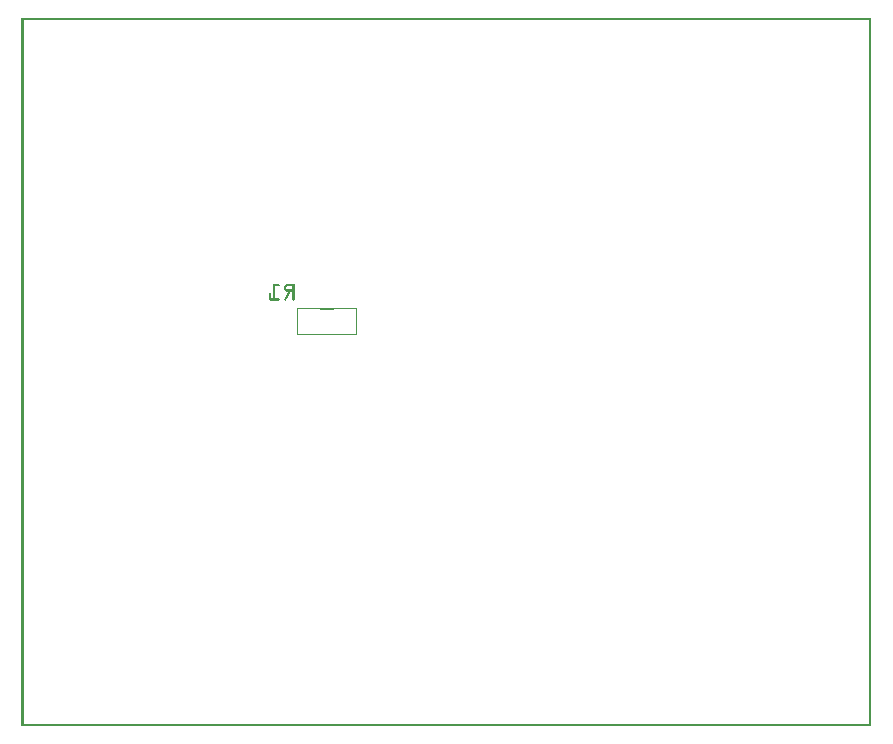
<source format=gbo>
G04 MADE WITH FRITZING*
G04 WWW.FRITZING.ORG*
G04 DOUBLE SIDED*
G04 HOLES PLATED*
G04 CONTOUR ON CENTER OF CONTOUR VECTOR*
%ASAXBY*%
%FSLAX23Y23*%
%MOIN*%
%OFA0B0*%
%SFA1.0B1.0*%
%ADD10R,0.001000X0.001000*%
%LNSILK0*%
G90*
G70*
G54D10*
X0Y2362D02*
X2833Y2362D01*
X0Y2361D02*
X2833Y2361D01*
X0Y2360D02*
X2833Y2360D01*
X0Y2359D02*
X2833Y2359D01*
X0Y2358D02*
X2833Y2358D01*
X0Y2357D02*
X2833Y2357D01*
X0Y2356D02*
X2833Y2356D01*
X0Y2355D02*
X2833Y2355D01*
X0Y2354D02*
X7Y2354D01*
X2826Y2354D02*
X2833Y2354D01*
X0Y2353D02*
X7Y2353D01*
X2826Y2353D02*
X2833Y2353D01*
X0Y2352D02*
X7Y2352D01*
X2826Y2352D02*
X2833Y2352D01*
X0Y2351D02*
X7Y2351D01*
X2826Y2351D02*
X2833Y2351D01*
X0Y2350D02*
X7Y2350D01*
X2826Y2350D02*
X2833Y2350D01*
X0Y2349D02*
X7Y2349D01*
X2826Y2349D02*
X2833Y2349D01*
X0Y2348D02*
X7Y2348D01*
X2826Y2348D02*
X2833Y2348D01*
X0Y2347D02*
X7Y2347D01*
X2826Y2347D02*
X2833Y2347D01*
X0Y2346D02*
X7Y2346D01*
X2826Y2346D02*
X2833Y2346D01*
X0Y2345D02*
X7Y2345D01*
X2826Y2345D02*
X2833Y2345D01*
X0Y2344D02*
X7Y2344D01*
X2826Y2344D02*
X2833Y2344D01*
X0Y2343D02*
X7Y2343D01*
X2826Y2343D02*
X2833Y2343D01*
X0Y2342D02*
X7Y2342D01*
X2826Y2342D02*
X2833Y2342D01*
X0Y2341D02*
X7Y2341D01*
X2826Y2341D02*
X2833Y2341D01*
X0Y2340D02*
X7Y2340D01*
X2826Y2340D02*
X2833Y2340D01*
X0Y2339D02*
X7Y2339D01*
X2826Y2339D02*
X2833Y2339D01*
X0Y2338D02*
X7Y2338D01*
X2826Y2338D02*
X2833Y2338D01*
X0Y2337D02*
X7Y2337D01*
X2826Y2337D02*
X2833Y2337D01*
X0Y2336D02*
X7Y2336D01*
X2826Y2336D02*
X2833Y2336D01*
X0Y2335D02*
X7Y2335D01*
X2826Y2335D02*
X2833Y2335D01*
X0Y2334D02*
X7Y2334D01*
X2826Y2334D02*
X2833Y2334D01*
X0Y2333D02*
X7Y2333D01*
X2826Y2333D02*
X2833Y2333D01*
X0Y2332D02*
X7Y2332D01*
X2826Y2332D02*
X2833Y2332D01*
X0Y2331D02*
X7Y2331D01*
X2826Y2331D02*
X2833Y2331D01*
X0Y2330D02*
X7Y2330D01*
X2826Y2330D02*
X2833Y2330D01*
X0Y2329D02*
X7Y2329D01*
X2826Y2329D02*
X2833Y2329D01*
X0Y2328D02*
X7Y2328D01*
X2826Y2328D02*
X2833Y2328D01*
X0Y2327D02*
X7Y2327D01*
X2826Y2327D02*
X2833Y2327D01*
X0Y2326D02*
X7Y2326D01*
X2826Y2326D02*
X2833Y2326D01*
X0Y2325D02*
X7Y2325D01*
X2826Y2325D02*
X2833Y2325D01*
X0Y2324D02*
X7Y2324D01*
X2826Y2324D02*
X2833Y2324D01*
X0Y2323D02*
X7Y2323D01*
X2826Y2323D02*
X2833Y2323D01*
X0Y2322D02*
X7Y2322D01*
X2826Y2322D02*
X2833Y2322D01*
X0Y2321D02*
X7Y2321D01*
X2826Y2321D02*
X2833Y2321D01*
X0Y2320D02*
X7Y2320D01*
X2826Y2320D02*
X2833Y2320D01*
X0Y2319D02*
X7Y2319D01*
X2826Y2319D02*
X2833Y2319D01*
X0Y2318D02*
X7Y2318D01*
X2826Y2318D02*
X2833Y2318D01*
X0Y2317D02*
X7Y2317D01*
X2826Y2317D02*
X2833Y2317D01*
X0Y2316D02*
X7Y2316D01*
X2826Y2316D02*
X2833Y2316D01*
X0Y2315D02*
X7Y2315D01*
X2826Y2315D02*
X2833Y2315D01*
X0Y2314D02*
X7Y2314D01*
X2826Y2314D02*
X2833Y2314D01*
X0Y2313D02*
X7Y2313D01*
X2826Y2313D02*
X2833Y2313D01*
X0Y2312D02*
X7Y2312D01*
X2826Y2312D02*
X2833Y2312D01*
X0Y2311D02*
X7Y2311D01*
X2826Y2311D02*
X2833Y2311D01*
X0Y2310D02*
X7Y2310D01*
X2826Y2310D02*
X2833Y2310D01*
X0Y2309D02*
X7Y2309D01*
X2826Y2309D02*
X2833Y2309D01*
X0Y2308D02*
X7Y2308D01*
X2826Y2308D02*
X2833Y2308D01*
X0Y2307D02*
X7Y2307D01*
X2826Y2307D02*
X2833Y2307D01*
X0Y2306D02*
X7Y2306D01*
X2826Y2306D02*
X2833Y2306D01*
X0Y2305D02*
X7Y2305D01*
X2826Y2305D02*
X2833Y2305D01*
X0Y2304D02*
X7Y2304D01*
X2826Y2304D02*
X2833Y2304D01*
X0Y2303D02*
X7Y2303D01*
X2826Y2303D02*
X2833Y2303D01*
X0Y2302D02*
X7Y2302D01*
X2826Y2302D02*
X2833Y2302D01*
X0Y2301D02*
X7Y2301D01*
X2826Y2301D02*
X2833Y2301D01*
X0Y2300D02*
X7Y2300D01*
X2826Y2300D02*
X2833Y2300D01*
X0Y2299D02*
X7Y2299D01*
X2826Y2299D02*
X2833Y2299D01*
X0Y2298D02*
X7Y2298D01*
X2826Y2298D02*
X2833Y2298D01*
X0Y2297D02*
X7Y2297D01*
X2826Y2297D02*
X2833Y2297D01*
X0Y2296D02*
X7Y2296D01*
X2826Y2296D02*
X2833Y2296D01*
X0Y2295D02*
X7Y2295D01*
X2826Y2295D02*
X2833Y2295D01*
X0Y2294D02*
X7Y2294D01*
X2826Y2294D02*
X2833Y2294D01*
X0Y2293D02*
X7Y2293D01*
X2826Y2293D02*
X2833Y2293D01*
X0Y2292D02*
X7Y2292D01*
X2826Y2292D02*
X2833Y2292D01*
X0Y2291D02*
X7Y2291D01*
X2826Y2291D02*
X2833Y2291D01*
X0Y2290D02*
X7Y2290D01*
X2826Y2290D02*
X2833Y2290D01*
X0Y2289D02*
X7Y2289D01*
X2826Y2289D02*
X2833Y2289D01*
X0Y2288D02*
X7Y2288D01*
X2826Y2288D02*
X2833Y2288D01*
X0Y2287D02*
X7Y2287D01*
X2826Y2287D02*
X2833Y2287D01*
X0Y2286D02*
X7Y2286D01*
X2826Y2286D02*
X2833Y2286D01*
X0Y2285D02*
X7Y2285D01*
X2826Y2285D02*
X2833Y2285D01*
X0Y2284D02*
X7Y2284D01*
X2826Y2284D02*
X2833Y2284D01*
X0Y2283D02*
X7Y2283D01*
X2826Y2283D02*
X2833Y2283D01*
X0Y2282D02*
X7Y2282D01*
X2826Y2282D02*
X2833Y2282D01*
X0Y2281D02*
X7Y2281D01*
X2826Y2281D02*
X2833Y2281D01*
X0Y2280D02*
X7Y2280D01*
X2826Y2280D02*
X2833Y2280D01*
X0Y2279D02*
X7Y2279D01*
X2826Y2279D02*
X2833Y2279D01*
X0Y2278D02*
X7Y2278D01*
X2826Y2278D02*
X2833Y2278D01*
X0Y2277D02*
X7Y2277D01*
X2826Y2277D02*
X2833Y2277D01*
X0Y2276D02*
X7Y2276D01*
X2826Y2276D02*
X2833Y2276D01*
X0Y2275D02*
X7Y2275D01*
X2826Y2275D02*
X2833Y2275D01*
X0Y2274D02*
X7Y2274D01*
X2826Y2274D02*
X2833Y2274D01*
X0Y2273D02*
X7Y2273D01*
X2826Y2273D02*
X2833Y2273D01*
X0Y2272D02*
X7Y2272D01*
X2826Y2272D02*
X2833Y2272D01*
X0Y2271D02*
X7Y2271D01*
X2826Y2271D02*
X2833Y2271D01*
X0Y2270D02*
X7Y2270D01*
X2826Y2270D02*
X2833Y2270D01*
X0Y2269D02*
X7Y2269D01*
X2826Y2269D02*
X2833Y2269D01*
X0Y2268D02*
X7Y2268D01*
X2826Y2268D02*
X2833Y2268D01*
X0Y2267D02*
X7Y2267D01*
X2826Y2267D02*
X2833Y2267D01*
X0Y2266D02*
X7Y2266D01*
X2826Y2266D02*
X2833Y2266D01*
X0Y2265D02*
X7Y2265D01*
X2826Y2265D02*
X2833Y2265D01*
X0Y2264D02*
X7Y2264D01*
X2826Y2264D02*
X2833Y2264D01*
X0Y2263D02*
X7Y2263D01*
X2826Y2263D02*
X2833Y2263D01*
X0Y2262D02*
X7Y2262D01*
X2826Y2262D02*
X2833Y2262D01*
X0Y2261D02*
X7Y2261D01*
X2826Y2261D02*
X2833Y2261D01*
X0Y2260D02*
X7Y2260D01*
X2826Y2260D02*
X2833Y2260D01*
X0Y2259D02*
X7Y2259D01*
X2826Y2259D02*
X2833Y2259D01*
X0Y2258D02*
X7Y2258D01*
X2826Y2258D02*
X2833Y2258D01*
X0Y2257D02*
X7Y2257D01*
X2826Y2257D02*
X2833Y2257D01*
X0Y2256D02*
X7Y2256D01*
X2826Y2256D02*
X2833Y2256D01*
X0Y2255D02*
X7Y2255D01*
X2826Y2255D02*
X2833Y2255D01*
X0Y2254D02*
X7Y2254D01*
X2826Y2254D02*
X2833Y2254D01*
X0Y2253D02*
X7Y2253D01*
X2826Y2253D02*
X2833Y2253D01*
X0Y2252D02*
X7Y2252D01*
X2826Y2252D02*
X2833Y2252D01*
X0Y2251D02*
X7Y2251D01*
X2826Y2251D02*
X2833Y2251D01*
X0Y2250D02*
X7Y2250D01*
X2826Y2250D02*
X2833Y2250D01*
X0Y2249D02*
X7Y2249D01*
X2826Y2249D02*
X2833Y2249D01*
X0Y2248D02*
X7Y2248D01*
X2826Y2248D02*
X2833Y2248D01*
X0Y2247D02*
X7Y2247D01*
X2826Y2247D02*
X2833Y2247D01*
X0Y2246D02*
X7Y2246D01*
X2826Y2246D02*
X2833Y2246D01*
X0Y2245D02*
X7Y2245D01*
X2826Y2245D02*
X2833Y2245D01*
X0Y2244D02*
X7Y2244D01*
X2826Y2244D02*
X2833Y2244D01*
X0Y2243D02*
X7Y2243D01*
X2826Y2243D02*
X2833Y2243D01*
X0Y2242D02*
X7Y2242D01*
X2826Y2242D02*
X2833Y2242D01*
X0Y2241D02*
X7Y2241D01*
X2826Y2241D02*
X2833Y2241D01*
X0Y2240D02*
X7Y2240D01*
X2826Y2240D02*
X2833Y2240D01*
X0Y2239D02*
X7Y2239D01*
X2826Y2239D02*
X2833Y2239D01*
X0Y2238D02*
X7Y2238D01*
X2826Y2238D02*
X2833Y2238D01*
X0Y2237D02*
X7Y2237D01*
X2826Y2237D02*
X2833Y2237D01*
X0Y2236D02*
X7Y2236D01*
X2826Y2236D02*
X2833Y2236D01*
X0Y2235D02*
X7Y2235D01*
X2826Y2235D02*
X2833Y2235D01*
X0Y2234D02*
X7Y2234D01*
X2826Y2234D02*
X2833Y2234D01*
X0Y2233D02*
X7Y2233D01*
X2826Y2233D02*
X2833Y2233D01*
X0Y2232D02*
X7Y2232D01*
X2826Y2232D02*
X2833Y2232D01*
X0Y2231D02*
X7Y2231D01*
X2826Y2231D02*
X2833Y2231D01*
X0Y2230D02*
X7Y2230D01*
X2826Y2230D02*
X2833Y2230D01*
X0Y2229D02*
X7Y2229D01*
X2826Y2229D02*
X2833Y2229D01*
X0Y2228D02*
X7Y2228D01*
X2826Y2228D02*
X2833Y2228D01*
X0Y2227D02*
X7Y2227D01*
X2826Y2227D02*
X2833Y2227D01*
X0Y2226D02*
X7Y2226D01*
X2826Y2226D02*
X2833Y2226D01*
X0Y2225D02*
X7Y2225D01*
X2826Y2225D02*
X2833Y2225D01*
X0Y2224D02*
X7Y2224D01*
X2826Y2224D02*
X2833Y2224D01*
X0Y2223D02*
X7Y2223D01*
X2826Y2223D02*
X2833Y2223D01*
X0Y2222D02*
X7Y2222D01*
X2826Y2222D02*
X2833Y2222D01*
X0Y2221D02*
X7Y2221D01*
X2826Y2221D02*
X2833Y2221D01*
X0Y2220D02*
X7Y2220D01*
X2826Y2220D02*
X2833Y2220D01*
X0Y2219D02*
X7Y2219D01*
X2826Y2219D02*
X2833Y2219D01*
X0Y2218D02*
X7Y2218D01*
X2826Y2218D02*
X2833Y2218D01*
X0Y2217D02*
X7Y2217D01*
X2826Y2217D02*
X2833Y2217D01*
X0Y2216D02*
X7Y2216D01*
X2826Y2216D02*
X2833Y2216D01*
X0Y2215D02*
X7Y2215D01*
X2826Y2215D02*
X2833Y2215D01*
X0Y2214D02*
X7Y2214D01*
X2826Y2214D02*
X2833Y2214D01*
X0Y2213D02*
X7Y2213D01*
X2826Y2213D02*
X2833Y2213D01*
X0Y2212D02*
X7Y2212D01*
X2826Y2212D02*
X2833Y2212D01*
X0Y2211D02*
X7Y2211D01*
X2826Y2211D02*
X2833Y2211D01*
X0Y2210D02*
X7Y2210D01*
X2826Y2210D02*
X2833Y2210D01*
X0Y2209D02*
X7Y2209D01*
X2826Y2209D02*
X2833Y2209D01*
X0Y2208D02*
X7Y2208D01*
X2826Y2208D02*
X2833Y2208D01*
X0Y2207D02*
X7Y2207D01*
X2826Y2207D02*
X2833Y2207D01*
X0Y2206D02*
X7Y2206D01*
X2826Y2206D02*
X2833Y2206D01*
X0Y2205D02*
X7Y2205D01*
X2826Y2205D02*
X2833Y2205D01*
X0Y2204D02*
X7Y2204D01*
X2826Y2204D02*
X2833Y2204D01*
X0Y2203D02*
X7Y2203D01*
X2826Y2203D02*
X2833Y2203D01*
X0Y2202D02*
X7Y2202D01*
X2826Y2202D02*
X2833Y2202D01*
X0Y2201D02*
X7Y2201D01*
X2826Y2201D02*
X2833Y2201D01*
X0Y2200D02*
X7Y2200D01*
X2826Y2200D02*
X2833Y2200D01*
X0Y2199D02*
X7Y2199D01*
X2826Y2199D02*
X2833Y2199D01*
X0Y2198D02*
X7Y2198D01*
X2826Y2198D02*
X2833Y2198D01*
X0Y2197D02*
X7Y2197D01*
X2826Y2197D02*
X2833Y2197D01*
X0Y2196D02*
X7Y2196D01*
X2826Y2196D02*
X2833Y2196D01*
X0Y2195D02*
X7Y2195D01*
X2826Y2195D02*
X2833Y2195D01*
X0Y2194D02*
X7Y2194D01*
X2826Y2194D02*
X2833Y2194D01*
X0Y2193D02*
X7Y2193D01*
X2826Y2193D02*
X2833Y2193D01*
X0Y2192D02*
X7Y2192D01*
X2826Y2192D02*
X2833Y2192D01*
X0Y2191D02*
X7Y2191D01*
X2826Y2191D02*
X2833Y2191D01*
X0Y2190D02*
X7Y2190D01*
X2826Y2190D02*
X2833Y2190D01*
X0Y2189D02*
X7Y2189D01*
X2826Y2189D02*
X2833Y2189D01*
X0Y2188D02*
X7Y2188D01*
X2826Y2188D02*
X2833Y2188D01*
X0Y2187D02*
X7Y2187D01*
X2826Y2187D02*
X2833Y2187D01*
X0Y2186D02*
X7Y2186D01*
X2826Y2186D02*
X2833Y2186D01*
X0Y2185D02*
X7Y2185D01*
X2826Y2185D02*
X2833Y2185D01*
X0Y2184D02*
X7Y2184D01*
X2826Y2184D02*
X2833Y2184D01*
X0Y2183D02*
X7Y2183D01*
X2826Y2183D02*
X2833Y2183D01*
X0Y2182D02*
X7Y2182D01*
X2826Y2182D02*
X2833Y2182D01*
X0Y2181D02*
X7Y2181D01*
X2826Y2181D02*
X2833Y2181D01*
X0Y2180D02*
X7Y2180D01*
X2826Y2180D02*
X2833Y2180D01*
X0Y2179D02*
X7Y2179D01*
X2826Y2179D02*
X2833Y2179D01*
X0Y2178D02*
X7Y2178D01*
X2826Y2178D02*
X2833Y2178D01*
X0Y2177D02*
X7Y2177D01*
X2826Y2177D02*
X2833Y2177D01*
X0Y2176D02*
X7Y2176D01*
X2826Y2176D02*
X2833Y2176D01*
X0Y2175D02*
X7Y2175D01*
X2826Y2175D02*
X2833Y2175D01*
X0Y2174D02*
X7Y2174D01*
X2826Y2174D02*
X2833Y2174D01*
X0Y2173D02*
X7Y2173D01*
X2826Y2173D02*
X2833Y2173D01*
X0Y2172D02*
X7Y2172D01*
X2826Y2172D02*
X2833Y2172D01*
X0Y2171D02*
X7Y2171D01*
X2826Y2171D02*
X2833Y2171D01*
X0Y2170D02*
X7Y2170D01*
X2826Y2170D02*
X2833Y2170D01*
X0Y2169D02*
X7Y2169D01*
X2826Y2169D02*
X2833Y2169D01*
X0Y2168D02*
X7Y2168D01*
X2826Y2168D02*
X2833Y2168D01*
X0Y2167D02*
X7Y2167D01*
X2826Y2167D02*
X2833Y2167D01*
X0Y2166D02*
X7Y2166D01*
X2826Y2166D02*
X2833Y2166D01*
X0Y2165D02*
X7Y2165D01*
X2826Y2165D02*
X2833Y2165D01*
X0Y2164D02*
X7Y2164D01*
X2826Y2164D02*
X2833Y2164D01*
X0Y2163D02*
X7Y2163D01*
X2826Y2163D02*
X2833Y2163D01*
X0Y2162D02*
X7Y2162D01*
X2826Y2162D02*
X2833Y2162D01*
X0Y2161D02*
X7Y2161D01*
X2826Y2161D02*
X2833Y2161D01*
X0Y2160D02*
X7Y2160D01*
X2826Y2160D02*
X2833Y2160D01*
X0Y2159D02*
X7Y2159D01*
X2826Y2159D02*
X2833Y2159D01*
X0Y2158D02*
X7Y2158D01*
X2826Y2158D02*
X2833Y2158D01*
X0Y2157D02*
X7Y2157D01*
X2826Y2157D02*
X2833Y2157D01*
X0Y2156D02*
X7Y2156D01*
X2826Y2156D02*
X2833Y2156D01*
X0Y2155D02*
X7Y2155D01*
X2826Y2155D02*
X2833Y2155D01*
X0Y2154D02*
X7Y2154D01*
X2826Y2154D02*
X2833Y2154D01*
X0Y2153D02*
X7Y2153D01*
X2826Y2153D02*
X2833Y2153D01*
X0Y2152D02*
X7Y2152D01*
X2826Y2152D02*
X2833Y2152D01*
X0Y2151D02*
X7Y2151D01*
X2826Y2151D02*
X2833Y2151D01*
X0Y2150D02*
X7Y2150D01*
X2826Y2150D02*
X2833Y2150D01*
X0Y2149D02*
X7Y2149D01*
X2826Y2149D02*
X2833Y2149D01*
X0Y2148D02*
X7Y2148D01*
X2826Y2148D02*
X2833Y2148D01*
X0Y2147D02*
X7Y2147D01*
X2826Y2147D02*
X2833Y2147D01*
X0Y2146D02*
X7Y2146D01*
X2826Y2146D02*
X2833Y2146D01*
X0Y2145D02*
X7Y2145D01*
X2826Y2145D02*
X2833Y2145D01*
X0Y2144D02*
X7Y2144D01*
X2826Y2144D02*
X2833Y2144D01*
X0Y2143D02*
X7Y2143D01*
X2826Y2143D02*
X2833Y2143D01*
X0Y2142D02*
X7Y2142D01*
X2826Y2142D02*
X2833Y2142D01*
X0Y2141D02*
X7Y2141D01*
X2826Y2141D02*
X2833Y2141D01*
X0Y2140D02*
X7Y2140D01*
X2826Y2140D02*
X2833Y2140D01*
X0Y2139D02*
X7Y2139D01*
X2826Y2139D02*
X2833Y2139D01*
X0Y2138D02*
X7Y2138D01*
X2826Y2138D02*
X2833Y2138D01*
X0Y2137D02*
X7Y2137D01*
X2826Y2137D02*
X2833Y2137D01*
X0Y2136D02*
X7Y2136D01*
X2826Y2136D02*
X2833Y2136D01*
X0Y2135D02*
X7Y2135D01*
X2826Y2135D02*
X2833Y2135D01*
X0Y2134D02*
X7Y2134D01*
X2826Y2134D02*
X2833Y2134D01*
X0Y2133D02*
X7Y2133D01*
X2826Y2133D02*
X2833Y2133D01*
X0Y2132D02*
X7Y2132D01*
X2826Y2132D02*
X2833Y2132D01*
X0Y2131D02*
X7Y2131D01*
X2826Y2131D02*
X2833Y2131D01*
X0Y2130D02*
X7Y2130D01*
X2826Y2130D02*
X2833Y2130D01*
X0Y2129D02*
X7Y2129D01*
X2826Y2129D02*
X2833Y2129D01*
X0Y2128D02*
X7Y2128D01*
X2826Y2128D02*
X2833Y2128D01*
X0Y2127D02*
X7Y2127D01*
X2826Y2127D02*
X2833Y2127D01*
X0Y2126D02*
X7Y2126D01*
X2826Y2126D02*
X2833Y2126D01*
X0Y2125D02*
X7Y2125D01*
X2826Y2125D02*
X2833Y2125D01*
X0Y2124D02*
X7Y2124D01*
X2826Y2124D02*
X2833Y2124D01*
X0Y2123D02*
X7Y2123D01*
X2826Y2123D02*
X2833Y2123D01*
X0Y2122D02*
X7Y2122D01*
X2826Y2122D02*
X2833Y2122D01*
X0Y2121D02*
X7Y2121D01*
X2826Y2121D02*
X2833Y2121D01*
X0Y2120D02*
X7Y2120D01*
X2826Y2120D02*
X2833Y2120D01*
X0Y2119D02*
X7Y2119D01*
X2826Y2119D02*
X2833Y2119D01*
X0Y2118D02*
X7Y2118D01*
X2826Y2118D02*
X2833Y2118D01*
X0Y2117D02*
X7Y2117D01*
X2826Y2117D02*
X2833Y2117D01*
X0Y2116D02*
X7Y2116D01*
X2826Y2116D02*
X2833Y2116D01*
X0Y2115D02*
X7Y2115D01*
X2826Y2115D02*
X2833Y2115D01*
X0Y2114D02*
X7Y2114D01*
X2826Y2114D02*
X2833Y2114D01*
X0Y2113D02*
X7Y2113D01*
X2826Y2113D02*
X2833Y2113D01*
X0Y2112D02*
X7Y2112D01*
X2826Y2112D02*
X2833Y2112D01*
X0Y2111D02*
X7Y2111D01*
X2826Y2111D02*
X2833Y2111D01*
X0Y2110D02*
X7Y2110D01*
X2826Y2110D02*
X2833Y2110D01*
X0Y2109D02*
X7Y2109D01*
X2826Y2109D02*
X2833Y2109D01*
X0Y2108D02*
X7Y2108D01*
X2826Y2108D02*
X2833Y2108D01*
X0Y2107D02*
X7Y2107D01*
X2826Y2107D02*
X2833Y2107D01*
X0Y2106D02*
X7Y2106D01*
X2826Y2106D02*
X2833Y2106D01*
X0Y2105D02*
X7Y2105D01*
X2826Y2105D02*
X2833Y2105D01*
X0Y2104D02*
X7Y2104D01*
X2826Y2104D02*
X2833Y2104D01*
X0Y2103D02*
X7Y2103D01*
X2826Y2103D02*
X2833Y2103D01*
X0Y2102D02*
X7Y2102D01*
X2826Y2102D02*
X2833Y2102D01*
X0Y2101D02*
X7Y2101D01*
X2826Y2101D02*
X2833Y2101D01*
X0Y2100D02*
X7Y2100D01*
X2826Y2100D02*
X2833Y2100D01*
X0Y2099D02*
X7Y2099D01*
X2826Y2099D02*
X2833Y2099D01*
X0Y2098D02*
X7Y2098D01*
X2826Y2098D02*
X2833Y2098D01*
X0Y2097D02*
X7Y2097D01*
X2826Y2097D02*
X2833Y2097D01*
X0Y2096D02*
X7Y2096D01*
X2826Y2096D02*
X2833Y2096D01*
X0Y2095D02*
X7Y2095D01*
X2826Y2095D02*
X2833Y2095D01*
X0Y2094D02*
X7Y2094D01*
X2826Y2094D02*
X2833Y2094D01*
X0Y2093D02*
X7Y2093D01*
X2826Y2093D02*
X2833Y2093D01*
X0Y2092D02*
X7Y2092D01*
X2826Y2092D02*
X2833Y2092D01*
X0Y2091D02*
X7Y2091D01*
X2826Y2091D02*
X2833Y2091D01*
X0Y2090D02*
X7Y2090D01*
X2826Y2090D02*
X2833Y2090D01*
X0Y2089D02*
X7Y2089D01*
X2826Y2089D02*
X2833Y2089D01*
X0Y2088D02*
X7Y2088D01*
X2826Y2088D02*
X2833Y2088D01*
X0Y2087D02*
X7Y2087D01*
X2826Y2087D02*
X2833Y2087D01*
X0Y2086D02*
X7Y2086D01*
X2826Y2086D02*
X2833Y2086D01*
X0Y2085D02*
X7Y2085D01*
X2826Y2085D02*
X2833Y2085D01*
X0Y2084D02*
X7Y2084D01*
X2826Y2084D02*
X2833Y2084D01*
X0Y2083D02*
X7Y2083D01*
X2826Y2083D02*
X2833Y2083D01*
X0Y2082D02*
X7Y2082D01*
X2826Y2082D02*
X2833Y2082D01*
X0Y2081D02*
X7Y2081D01*
X2826Y2081D02*
X2833Y2081D01*
X0Y2080D02*
X7Y2080D01*
X2826Y2080D02*
X2833Y2080D01*
X0Y2079D02*
X7Y2079D01*
X2826Y2079D02*
X2833Y2079D01*
X0Y2078D02*
X7Y2078D01*
X2826Y2078D02*
X2833Y2078D01*
X0Y2077D02*
X7Y2077D01*
X2826Y2077D02*
X2833Y2077D01*
X0Y2076D02*
X7Y2076D01*
X2826Y2076D02*
X2833Y2076D01*
X0Y2075D02*
X7Y2075D01*
X2826Y2075D02*
X2833Y2075D01*
X0Y2074D02*
X7Y2074D01*
X2826Y2074D02*
X2833Y2074D01*
X0Y2073D02*
X7Y2073D01*
X2826Y2073D02*
X2833Y2073D01*
X0Y2072D02*
X7Y2072D01*
X2826Y2072D02*
X2833Y2072D01*
X0Y2071D02*
X7Y2071D01*
X2826Y2071D02*
X2833Y2071D01*
X0Y2070D02*
X7Y2070D01*
X2826Y2070D02*
X2833Y2070D01*
X0Y2069D02*
X7Y2069D01*
X2826Y2069D02*
X2833Y2069D01*
X0Y2068D02*
X7Y2068D01*
X2826Y2068D02*
X2833Y2068D01*
X0Y2067D02*
X7Y2067D01*
X2826Y2067D02*
X2833Y2067D01*
X0Y2066D02*
X7Y2066D01*
X2826Y2066D02*
X2833Y2066D01*
X0Y2065D02*
X7Y2065D01*
X2826Y2065D02*
X2833Y2065D01*
X0Y2064D02*
X7Y2064D01*
X2826Y2064D02*
X2833Y2064D01*
X0Y2063D02*
X7Y2063D01*
X2826Y2063D02*
X2833Y2063D01*
X0Y2062D02*
X7Y2062D01*
X2826Y2062D02*
X2833Y2062D01*
X0Y2061D02*
X7Y2061D01*
X2826Y2061D02*
X2833Y2061D01*
X0Y2060D02*
X7Y2060D01*
X2826Y2060D02*
X2833Y2060D01*
X0Y2059D02*
X7Y2059D01*
X2826Y2059D02*
X2833Y2059D01*
X0Y2058D02*
X7Y2058D01*
X2826Y2058D02*
X2833Y2058D01*
X0Y2057D02*
X7Y2057D01*
X2826Y2057D02*
X2833Y2057D01*
X0Y2056D02*
X7Y2056D01*
X2826Y2056D02*
X2833Y2056D01*
X0Y2055D02*
X7Y2055D01*
X2826Y2055D02*
X2833Y2055D01*
X0Y2054D02*
X7Y2054D01*
X2826Y2054D02*
X2833Y2054D01*
X0Y2053D02*
X7Y2053D01*
X2826Y2053D02*
X2833Y2053D01*
X0Y2052D02*
X7Y2052D01*
X2826Y2052D02*
X2833Y2052D01*
X0Y2051D02*
X7Y2051D01*
X2826Y2051D02*
X2833Y2051D01*
X0Y2050D02*
X7Y2050D01*
X2826Y2050D02*
X2833Y2050D01*
X0Y2049D02*
X7Y2049D01*
X2826Y2049D02*
X2833Y2049D01*
X0Y2048D02*
X7Y2048D01*
X2826Y2048D02*
X2833Y2048D01*
X0Y2047D02*
X7Y2047D01*
X2826Y2047D02*
X2833Y2047D01*
X0Y2046D02*
X7Y2046D01*
X2826Y2046D02*
X2833Y2046D01*
X0Y2045D02*
X7Y2045D01*
X2826Y2045D02*
X2833Y2045D01*
X0Y2044D02*
X7Y2044D01*
X2826Y2044D02*
X2833Y2044D01*
X0Y2043D02*
X7Y2043D01*
X2826Y2043D02*
X2833Y2043D01*
X0Y2042D02*
X7Y2042D01*
X2826Y2042D02*
X2833Y2042D01*
X0Y2041D02*
X7Y2041D01*
X2826Y2041D02*
X2833Y2041D01*
X0Y2040D02*
X7Y2040D01*
X2826Y2040D02*
X2833Y2040D01*
X0Y2039D02*
X7Y2039D01*
X2826Y2039D02*
X2833Y2039D01*
X0Y2038D02*
X7Y2038D01*
X2826Y2038D02*
X2833Y2038D01*
X0Y2037D02*
X7Y2037D01*
X2826Y2037D02*
X2833Y2037D01*
X0Y2036D02*
X7Y2036D01*
X2826Y2036D02*
X2833Y2036D01*
X0Y2035D02*
X7Y2035D01*
X2826Y2035D02*
X2833Y2035D01*
X0Y2034D02*
X7Y2034D01*
X2826Y2034D02*
X2833Y2034D01*
X0Y2033D02*
X7Y2033D01*
X2826Y2033D02*
X2833Y2033D01*
X0Y2032D02*
X7Y2032D01*
X2826Y2032D02*
X2833Y2032D01*
X0Y2031D02*
X7Y2031D01*
X2826Y2031D02*
X2833Y2031D01*
X0Y2030D02*
X7Y2030D01*
X2826Y2030D02*
X2833Y2030D01*
X0Y2029D02*
X7Y2029D01*
X2826Y2029D02*
X2833Y2029D01*
X0Y2028D02*
X7Y2028D01*
X2826Y2028D02*
X2833Y2028D01*
X0Y2027D02*
X7Y2027D01*
X2826Y2027D02*
X2833Y2027D01*
X0Y2026D02*
X7Y2026D01*
X2826Y2026D02*
X2833Y2026D01*
X0Y2025D02*
X7Y2025D01*
X2826Y2025D02*
X2833Y2025D01*
X0Y2024D02*
X7Y2024D01*
X2826Y2024D02*
X2833Y2024D01*
X0Y2023D02*
X7Y2023D01*
X2826Y2023D02*
X2833Y2023D01*
X0Y2022D02*
X7Y2022D01*
X2826Y2022D02*
X2833Y2022D01*
X0Y2021D02*
X7Y2021D01*
X2826Y2021D02*
X2833Y2021D01*
X0Y2020D02*
X7Y2020D01*
X2826Y2020D02*
X2833Y2020D01*
X0Y2019D02*
X7Y2019D01*
X2826Y2019D02*
X2833Y2019D01*
X0Y2018D02*
X7Y2018D01*
X2826Y2018D02*
X2833Y2018D01*
X0Y2017D02*
X7Y2017D01*
X2826Y2017D02*
X2833Y2017D01*
X0Y2016D02*
X7Y2016D01*
X2826Y2016D02*
X2833Y2016D01*
X0Y2015D02*
X7Y2015D01*
X2826Y2015D02*
X2833Y2015D01*
X0Y2014D02*
X7Y2014D01*
X2826Y2014D02*
X2833Y2014D01*
X0Y2013D02*
X7Y2013D01*
X2826Y2013D02*
X2833Y2013D01*
X0Y2012D02*
X7Y2012D01*
X2826Y2012D02*
X2833Y2012D01*
X0Y2011D02*
X7Y2011D01*
X2826Y2011D02*
X2833Y2011D01*
X0Y2010D02*
X7Y2010D01*
X2826Y2010D02*
X2833Y2010D01*
X0Y2009D02*
X7Y2009D01*
X2826Y2009D02*
X2833Y2009D01*
X0Y2008D02*
X7Y2008D01*
X2826Y2008D02*
X2833Y2008D01*
X0Y2007D02*
X7Y2007D01*
X2826Y2007D02*
X2833Y2007D01*
X0Y2006D02*
X7Y2006D01*
X2826Y2006D02*
X2833Y2006D01*
X0Y2005D02*
X7Y2005D01*
X2826Y2005D02*
X2833Y2005D01*
X0Y2004D02*
X7Y2004D01*
X2826Y2004D02*
X2833Y2004D01*
X0Y2003D02*
X7Y2003D01*
X2826Y2003D02*
X2833Y2003D01*
X0Y2002D02*
X7Y2002D01*
X2826Y2002D02*
X2833Y2002D01*
X0Y2001D02*
X7Y2001D01*
X2826Y2001D02*
X2833Y2001D01*
X0Y2000D02*
X7Y2000D01*
X2826Y2000D02*
X2833Y2000D01*
X0Y1999D02*
X7Y1999D01*
X2826Y1999D02*
X2833Y1999D01*
X0Y1998D02*
X7Y1998D01*
X2826Y1998D02*
X2833Y1998D01*
X0Y1997D02*
X7Y1997D01*
X2826Y1997D02*
X2833Y1997D01*
X0Y1996D02*
X7Y1996D01*
X2826Y1996D02*
X2833Y1996D01*
X0Y1995D02*
X7Y1995D01*
X2826Y1995D02*
X2833Y1995D01*
X0Y1994D02*
X7Y1994D01*
X2826Y1994D02*
X2833Y1994D01*
X0Y1993D02*
X7Y1993D01*
X2826Y1993D02*
X2833Y1993D01*
X0Y1992D02*
X7Y1992D01*
X2826Y1992D02*
X2833Y1992D01*
X0Y1991D02*
X7Y1991D01*
X2826Y1991D02*
X2833Y1991D01*
X0Y1990D02*
X7Y1990D01*
X2826Y1990D02*
X2833Y1990D01*
X0Y1989D02*
X7Y1989D01*
X2826Y1989D02*
X2833Y1989D01*
X0Y1988D02*
X7Y1988D01*
X2826Y1988D02*
X2833Y1988D01*
X0Y1987D02*
X7Y1987D01*
X2826Y1987D02*
X2833Y1987D01*
X0Y1986D02*
X7Y1986D01*
X2826Y1986D02*
X2833Y1986D01*
X0Y1985D02*
X7Y1985D01*
X2826Y1985D02*
X2833Y1985D01*
X0Y1984D02*
X7Y1984D01*
X2826Y1984D02*
X2833Y1984D01*
X0Y1983D02*
X7Y1983D01*
X2826Y1983D02*
X2833Y1983D01*
X0Y1982D02*
X7Y1982D01*
X2826Y1982D02*
X2833Y1982D01*
X0Y1981D02*
X7Y1981D01*
X2826Y1981D02*
X2833Y1981D01*
X0Y1980D02*
X7Y1980D01*
X2826Y1980D02*
X2833Y1980D01*
X0Y1979D02*
X7Y1979D01*
X2826Y1979D02*
X2833Y1979D01*
X0Y1978D02*
X7Y1978D01*
X2826Y1978D02*
X2833Y1978D01*
X0Y1977D02*
X7Y1977D01*
X2826Y1977D02*
X2833Y1977D01*
X0Y1976D02*
X7Y1976D01*
X2826Y1976D02*
X2833Y1976D01*
X0Y1975D02*
X7Y1975D01*
X2826Y1975D02*
X2833Y1975D01*
X0Y1974D02*
X7Y1974D01*
X2826Y1974D02*
X2833Y1974D01*
X0Y1973D02*
X7Y1973D01*
X2826Y1973D02*
X2833Y1973D01*
X0Y1972D02*
X7Y1972D01*
X2826Y1972D02*
X2833Y1972D01*
X0Y1971D02*
X7Y1971D01*
X2826Y1971D02*
X2833Y1971D01*
X0Y1970D02*
X7Y1970D01*
X2826Y1970D02*
X2833Y1970D01*
X0Y1969D02*
X7Y1969D01*
X2826Y1969D02*
X2833Y1969D01*
X0Y1968D02*
X7Y1968D01*
X2826Y1968D02*
X2833Y1968D01*
X0Y1967D02*
X7Y1967D01*
X2826Y1967D02*
X2833Y1967D01*
X0Y1966D02*
X7Y1966D01*
X2826Y1966D02*
X2833Y1966D01*
X0Y1965D02*
X7Y1965D01*
X2826Y1965D02*
X2833Y1965D01*
X0Y1964D02*
X7Y1964D01*
X2826Y1964D02*
X2833Y1964D01*
X0Y1963D02*
X7Y1963D01*
X2826Y1963D02*
X2833Y1963D01*
X0Y1962D02*
X7Y1962D01*
X2826Y1962D02*
X2833Y1962D01*
X0Y1961D02*
X7Y1961D01*
X2826Y1961D02*
X2833Y1961D01*
X0Y1960D02*
X7Y1960D01*
X2826Y1960D02*
X2833Y1960D01*
X0Y1959D02*
X7Y1959D01*
X2826Y1959D02*
X2833Y1959D01*
X0Y1958D02*
X7Y1958D01*
X2826Y1958D02*
X2833Y1958D01*
X0Y1957D02*
X7Y1957D01*
X2826Y1957D02*
X2833Y1957D01*
X0Y1956D02*
X7Y1956D01*
X2826Y1956D02*
X2833Y1956D01*
X0Y1955D02*
X7Y1955D01*
X2826Y1955D02*
X2833Y1955D01*
X0Y1954D02*
X7Y1954D01*
X2826Y1954D02*
X2833Y1954D01*
X0Y1953D02*
X7Y1953D01*
X2826Y1953D02*
X2833Y1953D01*
X0Y1952D02*
X7Y1952D01*
X2826Y1952D02*
X2833Y1952D01*
X0Y1951D02*
X7Y1951D01*
X2826Y1951D02*
X2833Y1951D01*
X0Y1950D02*
X7Y1950D01*
X2826Y1950D02*
X2833Y1950D01*
X0Y1949D02*
X7Y1949D01*
X2826Y1949D02*
X2833Y1949D01*
X0Y1948D02*
X7Y1948D01*
X2826Y1948D02*
X2833Y1948D01*
X0Y1947D02*
X7Y1947D01*
X2826Y1947D02*
X2833Y1947D01*
X0Y1946D02*
X7Y1946D01*
X2826Y1946D02*
X2833Y1946D01*
X0Y1945D02*
X7Y1945D01*
X2826Y1945D02*
X2833Y1945D01*
X0Y1944D02*
X7Y1944D01*
X2826Y1944D02*
X2833Y1944D01*
X0Y1943D02*
X7Y1943D01*
X2826Y1943D02*
X2833Y1943D01*
X0Y1942D02*
X7Y1942D01*
X2826Y1942D02*
X2833Y1942D01*
X0Y1941D02*
X7Y1941D01*
X2826Y1941D02*
X2833Y1941D01*
X0Y1940D02*
X7Y1940D01*
X2826Y1940D02*
X2833Y1940D01*
X0Y1939D02*
X7Y1939D01*
X2826Y1939D02*
X2833Y1939D01*
X0Y1938D02*
X7Y1938D01*
X2826Y1938D02*
X2833Y1938D01*
X0Y1937D02*
X7Y1937D01*
X2826Y1937D02*
X2833Y1937D01*
X0Y1936D02*
X7Y1936D01*
X2826Y1936D02*
X2833Y1936D01*
X0Y1935D02*
X7Y1935D01*
X2826Y1935D02*
X2833Y1935D01*
X0Y1934D02*
X7Y1934D01*
X2826Y1934D02*
X2833Y1934D01*
X0Y1933D02*
X7Y1933D01*
X2826Y1933D02*
X2833Y1933D01*
X0Y1932D02*
X7Y1932D01*
X2826Y1932D02*
X2833Y1932D01*
X0Y1931D02*
X7Y1931D01*
X2826Y1931D02*
X2833Y1931D01*
X0Y1930D02*
X7Y1930D01*
X2826Y1930D02*
X2833Y1930D01*
X0Y1929D02*
X7Y1929D01*
X2826Y1929D02*
X2833Y1929D01*
X0Y1928D02*
X7Y1928D01*
X2826Y1928D02*
X2833Y1928D01*
X0Y1927D02*
X7Y1927D01*
X2826Y1927D02*
X2833Y1927D01*
X0Y1926D02*
X7Y1926D01*
X2826Y1926D02*
X2833Y1926D01*
X0Y1925D02*
X7Y1925D01*
X2826Y1925D02*
X2833Y1925D01*
X0Y1924D02*
X7Y1924D01*
X2826Y1924D02*
X2833Y1924D01*
X0Y1923D02*
X7Y1923D01*
X2826Y1923D02*
X2833Y1923D01*
X0Y1922D02*
X7Y1922D01*
X2826Y1922D02*
X2833Y1922D01*
X0Y1921D02*
X7Y1921D01*
X2826Y1921D02*
X2833Y1921D01*
X0Y1920D02*
X7Y1920D01*
X2826Y1920D02*
X2833Y1920D01*
X0Y1919D02*
X7Y1919D01*
X2826Y1919D02*
X2833Y1919D01*
X0Y1918D02*
X7Y1918D01*
X2826Y1918D02*
X2833Y1918D01*
X0Y1917D02*
X7Y1917D01*
X2826Y1917D02*
X2833Y1917D01*
X0Y1916D02*
X7Y1916D01*
X2826Y1916D02*
X2833Y1916D01*
X0Y1915D02*
X7Y1915D01*
X2826Y1915D02*
X2833Y1915D01*
X0Y1914D02*
X7Y1914D01*
X2826Y1914D02*
X2833Y1914D01*
X0Y1913D02*
X7Y1913D01*
X2826Y1913D02*
X2833Y1913D01*
X0Y1912D02*
X7Y1912D01*
X2826Y1912D02*
X2833Y1912D01*
X0Y1911D02*
X7Y1911D01*
X2826Y1911D02*
X2833Y1911D01*
X0Y1910D02*
X7Y1910D01*
X2826Y1910D02*
X2833Y1910D01*
X0Y1909D02*
X7Y1909D01*
X2826Y1909D02*
X2833Y1909D01*
X0Y1908D02*
X7Y1908D01*
X2826Y1908D02*
X2833Y1908D01*
X0Y1907D02*
X7Y1907D01*
X2826Y1907D02*
X2833Y1907D01*
X0Y1906D02*
X7Y1906D01*
X2826Y1906D02*
X2833Y1906D01*
X0Y1905D02*
X7Y1905D01*
X2826Y1905D02*
X2833Y1905D01*
X0Y1904D02*
X7Y1904D01*
X2826Y1904D02*
X2833Y1904D01*
X0Y1903D02*
X7Y1903D01*
X2826Y1903D02*
X2833Y1903D01*
X0Y1902D02*
X7Y1902D01*
X2826Y1902D02*
X2833Y1902D01*
X0Y1901D02*
X7Y1901D01*
X2826Y1901D02*
X2833Y1901D01*
X0Y1900D02*
X7Y1900D01*
X2826Y1900D02*
X2833Y1900D01*
X0Y1899D02*
X7Y1899D01*
X2826Y1899D02*
X2833Y1899D01*
X0Y1898D02*
X7Y1898D01*
X2826Y1898D02*
X2833Y1898D01*
X0Y1897D02*
X7Y1897D01*
X2826Y1897D02*
X2833Y1897D01*
X0Y1896D02*
X7Y1896D01*
X2826Y1896D02*
X2833Y1896D01*
X0Y1895D02*
X7Y1895D01*
X2826Y1895D02*
X2833Y1895D01*
X0Y1894D02*
X7Y1894D01*
X2826Y1894D02*
X2833Y1894D01*
X0Y1893D02*
X7Y1893D01*
X2826Y1893D02*
X2833Y1893D01*
X0Y1892D02*
X7Y1892D01*
X2826Y1892D02*
X2833Y1892D01*
X0Y1891D02*
X7Y1891D01*
X2826Y1891D02*
X2833Y1891D01*
X0Y1890D02*
X7Y1890D01*
X2826Y1890D02*
X2833Y1890D01*
X0Y1889D02*
X7Y1889D01*
X2826Y1889D02*
X2833Y1889D01*
X0Y1888D02*
X7Y1888D01*
X2826Y1888D02*
X2833Y1888D01*
X0Y1887D02*
X7Y1887D01*
X2826Y1887D02*
X2833Y1887D01*
X0Y1886D02*
X7Y1886D01*
X2826Y1886D02*
X2833Y1886D01*
X0Y1885D02*
X7Y1885D01*
X2826Y1885D02*
X2833Y1885D01*
X0Y1884D02*
X7Y1884D01*
X2826Y1884D02*
X2833Y1884D01*
X0Y1883D02*
X7Y1883D01*
X2826Y1883D02*
X2833Y1883D01*
X0Y1882D02*
X7Y1882D01*
X2826Y1882D02*
X2833Y1882D01*
X0Y1881D02*
X7Y1881D01*
X2826Y1881D02*
X2833Y1881D01*
X0Y1880D02*
X7Y1880D01*
X2826Y1880D02*
X2833Y1880D01*
X0Y1879D02*
X7Y1879D01*
X2826Y1879D02*
X2833Y1879D01*
X0Y1878D02*
X7Y1878D01*
X2826Y1878D02*
X2833Y1878D01*
X0Y1877D02*
X7Y1877D01*
X2826Y1877D02*
X2833Y1877D01*
X0Y1876D02*
X7Y1876D01*
X2826Y1876D02*
X2833Y1876D01*
X0Y1875D02*
X7Y1875D01*
X2826Y1875D02*
X2833Y1875D01*
X0Y1874D02*
X7Y1874D01*
X2826Y1874D02*
X2833Y1874D01*
X0Y1873D02*
X7Y1873D01*
X2826Y1873D02*
X2833Y1873D01*
X0Y1872D02*
X7Y1872D01*
X2826Y1872D02*
X2833Y1872D01*
X0Y1871D02*
X7Y1871D01*
X2826Y1871D02*
X2833Y1871D01*
X0Y1870D02*
X7Y1870D01*
X2826Y1870D02*
X2833Y1870D01*
X0Y1869D02*
X7Y1869D01*
X2826Y1869D02*
X2833Y1869D01*
X0Y1868D02*
X7Y1868D01*
X2826Y1868D02*
X2833Y1868D01*
X0Y1867D02*
X7Y1867D01*
X2826Y1867D02*
X2833Y1867D01*
X0Y1866D02*
X7Y1866D01*
X2826Y1866D02*
X2833Y1866D01*
X0Y1865D02*
X7Y1865D01*
X2826Y1865D02*
X2833Y1865D01*
X0Y1864D02*
X7Y1864D01*
X2826Y1864D02*
X2833Y1864D01*
X0Y1863D02*
X7Y1863D01*
X2826Y1863D02*
X2833Y1863D01*
X0Y1862D02*
X7Y1862D01*
X2826Y1862D02*
X2833Y1862D01*
X0Y1861D02*
X7Y1861D01*
X2826Y1861D02*
X2833Y1861D01*
X0Y1860D02*
X7Y1860D01*
X2826Y1860D02*
X2833Y1860D01*
X0Y1859D02*
X7Y1859D01*
X2826Y1859D02*
X2833Y1859D01*
X0Y1858D02*
X7Y1858D01*
X2826Y1858D02*
X2833Y1858D01*
X0Y1857D02*
X7Y1857D01*
X2826Y1857D02*
X2833Y1857D01*
X0Y1856D02*
X7Y1856D01*
X2826Y1856D02*
X2833Y1856D01*
X0Y1855D02*
X7Y1855D01*
X2826Y1855D02*
X2833Y1855D01*
X0Y1854D02*
X7Y1854D01*
X2826Y1854D02*
X2833Y1854D01*
X0Y1853D02*
X7Y1853D01*
X2826Y1853D02*
X2833Y1853D01*
X0Y1852D02*
X7Y1852D01*
X2826Y1852D02*
X2833Y1852D01*
X0Y1851D02*
X7Y1851D01*
X2826Y1851D02*
X2833Y1851D01*
X0Y1850D02*
X7Y1850D01*
X2826Y1850D02*
X2833Y1850D01*
X0Y1849D02*
X7Y1849D01*
X2826Y1849D02*
X2833Y1849D01*
X0Y1848D02*
X7Y1848D01*
X2826Y1848D02*
X2833Y1848D01*
X0Y1847D02*
X7Y1847D01*
X2826Y1847D02*
X2833Y1847D01*
X0Y1846D02*
X7Y1846D01*
X2826Y1846D02*
X2833Y1846D01*
X0Y1845D02*
X7Y1845D01*
X2826Y1845D02*
X2833Y1845D01*
X0Y1844D02*
X7Y1844D01*
X2826Y1844D02*
X2833Y1844D01*
X0Y1843D02*
X7Y1843D01*
X2826Y1843D02*
X2833Y1843D01*
X0Y1842D02*
X7Y1842D01*
X2826Y1842D02*
X2833Y1842D01*
X0Y1841D02*
X7Y1841D01*
X2826Y1841D02*
X2833Y1841D01*
X0Y1840D02*
X7Y1840D01*
X2826Y1840D02*
X2833Y1840D01*
X0Y1839D02*
X7Y1839D01*
X2826Y1839D02*
X2833Y1839D01*
X0Y1838D02*
X7Y1838D01*
X2826Y1838D02*
X2833Y1838D01*
X0Y1837D02*
X7Y1837D01*
X2826Y1837D02*
X2833Y1837D01*
X0Y1836D02*
X7Y1836D01*
X2826Y1836D02*
X2833Y1836D01*
X0Y1835D02*
X7Y1835D01*
X2826Y1835D02*
X2833Y1835D01*
X0Y1834D02*
X7Y1834D01*
X2826Y1834D02*
X2833Y1834D01*
X0Y1833D02*
X7Y1833D01*
X2826Y1833D02*
X2833Y1833D01*
X0Y1832D02*
X7Y1832D01*
X2826Y1832D02*
X2833Y1832D01*
X0Y1831D02*
X7Y1831D01*
X2826Y1831D02*
X2833Y1831D01*
X0Y1830D02*
X7Y1830D01*
X2826Y1830D02*
X2833Y1830D01*
X0Y1829D02*
X7Y1829D01*
X2826Y1829D02*
X2833Y1829D01*
X0Y1828D02*
X7Y1828D01*
X2826Y1828D02*
X2833Y1828D01*
X0Y1827D02*
X7Y1827D01*
X2826Y1827D02*
X2833Y1827D01*
X0Y1826D02*
X7Y1826D01*
X2826Y1826D02*
X2833Y1826D01*
X0Y1825D02*
X7Y1825D01*
X2826Y1825D02*
X2833Y1825D01*
X0Y1824D02*
X7Y1824D01*
X2826Y1824D02*
X2833Y1824D01*
X0Y1823D02*
X7Y1823D01*
X2826Y1823D02*
X2833Y1823D01*
X0Y1822D02*
X7Y1822D01*
X2826Y1822D02*
X2833Y1822D01*
X0Y1821D02*
X7Y1821D01*
X2826Y1821D02*
X2833Y1821D01*
X0Y1820D02*
X7Y1820D01*
X2826Y1820D02*
X2833Y1820D01*
X0Y1819D02*
X7Y1819D01*
X2826Y1819D02*
X2833Y1819D01*
X0Y1818D02*
X7Y1818D01*
X2826Y1818D02*
X2833Y1818D01*
X0Y1817D02*
X7Y1817D01*
X2826Y1817D02*
X2833Y1817D01*
X0Y1816D02*
X7Y1816D01*
X2826Y1816D02*
X2833Y1816D01*
X0Y1815D02*
X7Y1815D01*
X2826Y1815D02*
X2833Y1815D01*
X0Y1814D02*
X7Y1814D01*
X2826Y1814D02*
X2833Y1814D01*
X0Y1813D02*
X7Y1813D01*
X2826Y1813D02*
X2833Y1813D01*
X0Y1812D02*
X7Y1812D01*
X2826Y1812D02*
X2833Y1812D01*
X0Y1811D02*
X7Y1811D01*
X2826Y1811D02*
X2833Y1811D01*
X0Y1810D02*
X7Y1810D01*
X2826Y1810D02*
X2833Y1810D01*
X0Y1809D02*
X7Y1809D01*
X2826Y1809D02*
X2833Y1809D01*
X0Y1808D02*
X7Y1808D01*
X2826Y1808D02*
X2833Y1808D01*
X0Y1807D02*
X7Y1807D01*
X2826Y1807D02*
X2833Y1807D01*
X0Y1806D02*
X7Y1806D01*
X2826Y1806D02*
X2833Y1806D01*
X0Y1805D02*
X7Y1805D01*
X2826Y1805D02*
X2833Y1805D01*
X0Y1804D02*
X7Y1804D01*
X2826Y1804D02*
X2833Y1804D01*
X0Y1803D02*
X7Y1803D01*
X2826Y1803D02*
X2833Y1803D01*
X0Y1802D02*
X7Y1802D01*
X2826Y1802D02*
X2833Y1802D01*
X0Y1801D02*
X7Y1801D01*
X2826Y1801D02*
X2833Y1801D01*
X0Y1800D02*
X7Y1800D01*
X2826Y1800D02*
X2833Y1800D01*
X0Y1799D02*
X7Y1799D01*
X2826Y1799D02*
X2833Y1799D01*
X0Y1798D02*
X7Y1798D01*
X2826Y1798D02*
X2833Y1798D01*
X0Y1797D02*
X7Y1797D01*
X2826Y1797D02*
X2833Y1797D01*
X0Y1796D02*
X7Y1796D01*
X2826Y1796D02*
X2833Y1796D01*
X0Y1795D02*
X7Y1795D01*
X2826Y1795D02*
X2833Y1795D01*
X0Y1794D02*
X7Y1794D01*
X2826Y1794D02*
X2833Y1794D01*
X0Y1793D02*
X7Y1793D01*
X2826Y1793D02*
X2833Y1793D01*
X0Y1792D02*
X7Y1792D01*
X2826Y1792D02*
X2833Y1792D01*
X0Y1791D02*
X7Y1791D01*
X2826Y1791D02*
X2833Y1791D01*
X0Y1790D02*
X7Y1790D01*
X2826Y1790D02*
X2833Y1790D01*
X0Y1789D02*
X7Y1789D01*
X2826Y1789D02*
X2833Y1789D01*
X0Y1788D02*
X7Y1788D01*
X2826Y1788D02*
X2833Y1788D01*
X0Y1787D02*
X7Y1787D01*
X2826Y1787D02*
X2833Y1787D01*
X0Y1786D02*
X7Y1786D01*
X2826Y1786D02*
X2833Y1786D01*
X0Y1785D02*
X7Y1785D01*
X2826Y1785D02*
X2833Y1785D01*
X0Y1784D02*
X7Y1784D01*
X2826Y1784D02*
X2833Y1784D01*
X0Y1783D02*
X7Y1783D01*
X2826Y1783D02*
X2833Y1783D01*
X0Y1782D02*
X7Y1782D01*
X2826Y1782D02*
X2833Y1782D01*
X0Y1781D02*
X7Y1781D01*
X2826Y1781D02*
X2833Y1781D01*
X0Y1780D02*
X7Y1780D01*
X2826Y1780D02*
X2833Y1780D01*
X0Y1779D02*
X7Y1779D01*
X2826Y1779D02*
X2833Y1779D01*
X0Y1778D02*
X7Y1778D01*
X2826Y1778D02*
X2833Y1778D01*
X0Y1777D02*
X7Y1777D01*
X2826Y1777D02*
X2833Y1777D01*
X0Y1776D02*
X7Y1776D01*
X2826Y1776D02*
X2833Y1776D01*
X0Y1775D02*
X7Y1775D01*
X2826Y1775D02*
X2833Y1775D01*
X0Y1774D02*
X7Y1774D01*
X2826Y1774D02*
X2833Y1774D01*
X0Y1773D02*
X7Y1773D01*
X2826Y1773D02*
X2833Y1773D01*
X0Y1772D02*
X7Y1772D01*
X2826Y1772D02*
X2833Y1772D01*
X0Y1771D02*
X7Y1771D01*
X2826Y1771D02*
X2833Y1771D01*
X0Y1770D02*
X7Y1770D01*
X2826Y1770D02*
X2833Y1770D01*
X0Y1769D02*
X7Y1769D01*
X2826Y1769D02*
X2833Y1769D01*
X0Y1768D02*
X7Y1768D01*
X2826Y1768D02*
X2833Y1768D01*
X0Y1767D02*
X7Y1767D01*
X2826Y1767D02*
X2833Y1767D01*
X0Y1766D02*
X7Y1766D01*
X2826Y1766D02*
X2833Y1766D01*
X0Y1765D02*
X7Y1765D01*
X2826Y1765D02*
X2833Y1765D01*
X0Y1764D02*
X7Y1764D01*
X2826Y1764D02*
X2833Y1764D01*
X0Y1763D02*
X7Y1763D01*
X2826Y1763D02*
X2833Y1763D01*
X0Y1762D02*
X7Y1762D01*
X2826Y1762D02*
X2833Y1762D01*
X0Y1761D02*
X7Y1761D01*
X2826Y1761D02*
X2833Y1761D01*
X0Y1760D02*
X7Y1760D01*
X2826Y1760D02*
X2833Y1760D01*
X0Y1759D02*
X7Y1759D01*
X2826Y1759D02*
X2833Y1759D01*
X0Y1758D02*
X7Y1758D01*
X2826Y1758D02*
X2833Y1758D01*
X0Y1757D02*
X7Y1757D01*
X2826Y1757D02*
X2833Y1757D01*
X0Y1756D02*
X7Y1756D01*
X2826Y1756D02*
X2833Y1756D01*
X0Y1755D02*
X7Y1755D01*
X2826Y1755D02*
X2833Y1755D01*
X0Y1754D02*
X7Y1754D01*
X2826Y1754D02*
X2833Y1754D01*
X0Y1753D02*
X7Y1753D01*
X2826Y1753D02*
X2833Y1753D01*
X0Y1752D02*
X7Y1752D01*
X2826Y1752D02*
X2833Y1752D01*
X0Y1751D02*
X7Y1751D01*
X2826Y1751D02*
X2833Y1751D01*
X0Y1750D02*
X7Y1750D01*
X2826Y1750D02*
X2833Y1750D01*
X0Y1749D02*
X7Y1749D01*
X2826Y1749D02*
X2833Y1749D01*
X0Y1748D02*
X7Y1748D01*
X2826Y1748D02*
X2833Y1748D01*
X0Y1747D02*
X7Y1747D01*
X2826Y1747D02*
X2833Y1747D01*
X0Y1746D02*
X7Y1746D01*
X2826Y1746D02*
X2833Y1746D01*
X0Y1745D02*
X7Y1745D01*
X2826Y1745D02*
X2833Y1745D01*
X0Y1744D02*
X7Y1744D01*
X2826Y1744D02*
X2833Y1744D01*
X0Y1743D02*
X7Y1743D01*
X2826Y1743D02*
X2833Y1743D01*
X0Y1742D02*
X7Y1742D01*
X2826Y1742D02*
X2833Y1742D01*
X0Y1741D02*
X7Y1741D01*
X2826Y1741D02*
X2833Y1741D01*
X0Y1740D02*
X7Y1740D01*
X2826Y1740D02*
X2833Y1740D01*
X0Y1739D02*
X7Y1739D01*
X2826Y1739D02*
X2833Y1739D01*
X0Y1738D02*
X7Y1738D01*
X2826Y1738D02*
X2833Y1738D01*
X0Y1737D02*
X7Y1737D01*
X2826Y1737D02*
X2833Y1737D01*
X0Y1736D02*
X7Y1736D01*
X2826Y1736D02*
X2833Y1736D01*
X0Y1735D02*
X7Y1735D01*
X2826Y1735D02*
X2833Y1735D01*
X0Y1734D02*
X7Y1734D01*
X2826Y1734D02*
X2833Y1734D01*
X0Y1733D02*
X7Y1733D01*
X2826Y1733D02*
X2833Y1733D01*
X0Y1732D02*
X7Y1732D01*
X2826Y1732D02*
X2833Y1732D01*
X0Y1731D02*
X7Y1731D01*
X2826Y1731D02*
X2833Y1731D01*
X0Y1730D02*
X7Y1730D01*
X2826Y1730D02*
X2833Y1730D01*
X0Y1729D02*
X7Y1729D01*
X2826Y1729D02*
X2833Y1729D01*
X0Y1728D02*
X7Y1728D01*
X2826Y1728D02*
X2833Y1728D01*
X0Y1727D02*
X7Y1727D01*
X2826Y1727D02*
X2833Y1727D01*
X0Y1726D02*
X7Y1726D01*
X2826Y1726D02*
X2833Y1726D01*
X0Y1725D02*
X7Y1725D01*
X2826Y1725D02*
X2833Y1725D01*
X0Y1724D02*
X7Y1724D01*
X2826Y1724D02*
X2833Y1724D01*
X0Y1723D02*
X7Y1723D01*
X2826Y1723D02*
X2833Y1723D01*
X0Y1722D02*
X7Y1722D01*
X2826Y1722D02*
X2833Y1722D01*
X0Y1721D02*
X7Y1721D01*
X2826Y1721D02*
X2833Y1721D01*
X0Y1720D02*
X7Y1720D01*
X2826Y1720D02*
X2833Y1720D01*
X0Y1719D02*
X7Y1719D01*
X2826Y1719D02*
X2833Y1719D01*
X0Y1718D02*
X7Y1718D01*
X2826Y1718D02*
X2833Y1718D01*
X0Y1717D02*
X7Y1717D01*
X2826Y1717D02*
X2833Y1717D01*
X0Y1716D02*
X7Y1716D01*
X2826Y1716D02*
X2833Y1716D01*
X0Y1715D02*
X7Y1715D01*
X2826Y1715D02*
X2833Y1715D01*
X0Y1714D02*
X7Y1714D01*
X2826Y1714D02*
X2833Y1714D01*
X0Y1713D02*
X7Y1713D01*
X2826Y1713D02*
X2833Y1713D01*
X0Y1712D02*
X7Y1712D01*
X2826Y1712D02*
X2833Y1712D01*
X0Y1711D02*
X7Y1711D01*
X2826Y1711D02*
X2833Y1711D01*
X0Y1710D02*
X7Y1710D01*
X2826Y1710D02*
X2833Y1710D01*
X0Y1709D02*
X7Y1709D01*
X2826Y1709D02*
X2833Y1709D01*
X0Y1708D02*
X7Y1708D01*
X2826Y1708D02*
X2833Y1708D01*
X0Y1707D02*
X7Y1707D01*
X2826Y1707D02*
X2833Y1707D01*
X0Y1706D02*
X7Y1706D01*
X2826Y1706D02*
X2833Y1706D01*
X0Y1705D02*
X7Y1705D01*
X2826Y1705D02*
X2833Y1705D01*
X0Y1704D02*
X7Y1704D01*
X2826Y1704D02*
X2833Y1704D01*
X0Y1703D02*
X7Y1703D01*
X2826Y1703D02*
X2833Y1703D01*
X0Y1702D02*
X7Y1702D01*
X2826Y1702D02*
X2833Y1702D01*
X0Y1701D02*
X7Y1701D01*
X2826Y1701D02*
X2833Y1701D01*
X0Y1700D02*
X7Y1700D01*
X2826Y1700D02*
X2833Y1700D01*
X0Y1699D02*
X7Y1699D01*
X2826Y1699D02*
X2833Y1699D01*
X0Y1698D02*
X7Y1698D01*
X2826Y1698D02*
X2833Y1698D01*
X0Y1697D02*
X7Y1697D01*
X2826Y1697D02*
X2833Y1697D01*
X0Y1696D02*
X7Y1696D01*
X2826Y1696D02*
X2833Y1696D01*
X0Y1695D02*
X7Y1695D01*
X2826Y1695D02*
X2833Y1695D01*
X0Y1694D02*
X7Y1694D01*
X2826Y1694D02*
X2833Y1694D01*
X0Y1693D02*
X7Y1693D01*
X2826Y1693D02*
X2833Y1693D01*
X0Y1692D02*
X7Y1692D01*
X2826Y1692D02*
X2833Y1692D01*
X0Y1691D02*
X7Y1691D01*
X2826Y1691D02*
X2833Y1691D01*
X0Y1690D02*
X7Y1690D01*
X2826Y1690D02*
X2833Y1690D01*
X0Y1689D02*
X7Y1689D01*
X2826Y1689D02*
X2833Y1689D01*
X0Y1688D02*
X7Y1688D01*
X2826Y1688D02*
X2833Y1688D01*
X0Y1687D02*
X7Y1687D01*
X2826Y1687D02*
X2833Y1687D01*
X0Y1686D02*
X7Y1686D01*
X2826Y1686D02*
X2833Y1686D01*
X0Y1685D02*
X7Y1685D01*
X2826Y1685D02*
X2833Y1685D01*
X0Y1684D02*
X7Y1684D01*
X2826Y1684D02*
X2833Y1684D01*
X0Y1683D02*
X7Y1683D01*
X2826Y1683D02*
X2833Y1683D01*
X0Y1682D02*
X7Y1682D01*
X2826Y1682D02*
X2833Y1682D01*
X0Y1681D02*
X7Y1681D01*
X2826Y1681D02*
X2833Y1681D01*
X0Y1680D02*
X7Y1680D01*
X2826Y1680D02*
X2833Y1680D01*
X0Y1679D02*
X7Y1679D01*
X2826Y1679D02*
X2833Y1679D01*
X0Y1678D02*
X7Y1678D01*
X2826Y1678D02*
X2833Y1678D01*
X0Y1677D02*
X7Y1677D01*
X2826Y1677D02*
X2833Y1677D01*
X0Y1676D02*
X7Y1676D01*
X2826Y1676D02*
X2833Y1676D01*
X0Y1675D02*
X7Y1675D01*
X2826Y1675D02*
X2833Y1675D01*
X0Y1674D02*
X7Y1674D01*
X2826Y1674D02*
X2833Y1674D01*
X0Y1673D02*
X7Y1673D01*
X2826Y1673D02*
X2833Y1673D01*
X0Y1672D02*
X7Y1672D01*
X2826Y1672D02*
X2833Y1672D01*
X0Y1671D02*
X7Y1671D01*
X2826Y1671D02*
X2833Y1671D01*
X0Y1670D02*
X7Y1670D01*
X2826Y1670D02*
X2833Y1670D01*
X0Y1669D02*
X7Y1669D01*
X2826Y1669D02*
X2833Y1669D01*
X0Y1668D02*
X7Y1668D01*
X2826Y1668D02*
X2833Y1668D01*
X0Y1667D02*
X7Y1667D01*
X2826Y1667D02*
X2833Y1667D01*
X0Y1666D02*
X7Y1666D01*
X2826Y1666D02*
X2833Y1666D01*
X0Y1665D02*
X7Y1665D01*
X2826Y1665D02*
X2833Y1665D01*
X0Y1664D02*
X7Y1664D01*
X2826Y1664D02*
X2833Y1664D01*
X0Y1663D02*
X7Y1663D01*
X2826Y1663D02*
X2833Y1663D01*
X0Y1662D02*
X7Y1662D01*
X2826Y1662D02*
X2833Y1662D01*
X0Y1661D02*
X7Y1661D01*
X2826Y1661D02*
X2833Y1661D01*
X0Y1660D02*
X7Y1660D01*
X2826Y1660D02*
X2833Y1660D01*
X0Y1659D02*
X7Y1659D01*
X2826Y1659D02*
X2833Y1659D01*
X0Y1658D02*
X7Y1658D01*
X2826Y1658D02*
X2833Y1658D01*
X0Y1657D02*
X7Y1657D01*
X2826Y1657D02*
X2833Y1657D01*
X0Y1656D02*
X7Y1656D01*
X2826Y1656D02*
X2833Y1656D01*
X0Y1655D02*
X7Y1655D01*
X2826Y1655D02*
X2833Y1655D01*
X0Y1654D02*
X7Y1654D01*
X2826Y1654D02*
X2833Y1654D01*
X0Y1653D02*
X7Y1653D01*
X2826Y1653D02*
X2833Y1653D01*
X0Y1652D02*
X7Y1652D01*
X2826Y1652D02*
X2833Y1652D01*
X0Y1651D02*
X7Y1651D01*
X2826Y1651D02*
X2833Y1651D01*
X0Y1650D02*
X7Y1650D01*
X2826Y1650D02*
X2833Y1650D01*
X0Y1649D02*
X7Y1649D01*
X2826Y1649D02*
X2833Y1649D01*
X0Y1648D02*
X7Y1648D01*
X2826Y1648D02*
X2833Y1648D01*
X0Y1647D02*
X7Y1647D01*
X2826Y1647D02*
X2833Y1647D01*
X0Y1646D02*
X7Y1646D01*
X2826Y1646D02*
X2833Y1646D01*
X0Y1645D02*
X7Y1645D01*
X2826Y1645D02*
X2833Y1645D01*
X0Y1644D02*
X7Y1644D01*
X2826Y1644D02*
X2833Y1644D01*
X0Y1643D02*
X7Y1643D01*
X2826Y1643D02*
X2833Y1643D01*
X0Y1642D02*
X7Y1642D01*
X2826Y1642D02*
X2833Y1642D01*
X0Y1641D02*
X7Y1641D01*
X2826Y1641D02*
X2833Y1641D01*
X0Y1640D02*
X7Y1640D01*
X2826Y1640D02*
X2833Y1640D01*
X0Y1639D02*
X7Y1639D01*
X2826Y1639D02*
X2833Y1639D01*
X0Y1638D02*
X7Y1638D01*
X2826Y1638D02*
X2833Y1638D01*
X0Y1637D02*
X7Y1637D01*
X2826Y1637D02*
X2833Y1637D01*
X0Y1636D02*
X7Y1636D01*
X2826Y1636D02*
X2833Y1636D01*
X0Y1635D02*
X7Y1635D01*
X2826Y1635D02*
X2833Y1635D01*
X0Y1634D02*
X7Y1634D01*
X2826Y1634D02*
X2833Y1634D01*
X0Y1633D02*
X7Y1633D01*
X2826Y1633D02*
X2833Y1633D01*
X0Y1632D02*
X7Y1632D01*
X2826Y1632D02*
X2833Y1632D01*
X0Y1631D02*
X7Y1631D01*
X2826Y1631D02*
X2833Y1631D01*
X0Y1630D02*
X7Y1630D01*
X2826Y1630D02*
X2833Y1630D01*
X0Y1629D02*
X7Y1629D01*
X2826Y1629D02*
X2833Y1629D01*
X0Y1628D02*
X7Y1628D01*
X2826Y1628D02*
X2833Y1628D01*
X0Y1627D02*
X7Y1627D01*
X2826Y1627D02*
X2833Y1627D01*
X0Y1626D02*
X7Y1626D01*
X2826Y1626D02*
X2833Y1626D01*
X0Y1625D02*
X7Y1625D01*
X2826Y1625D02*
X2833Y1625D01*
X0Y1624D02*
X7Y1624D01*
X2826Y1624D02*
X2833Y1624D01*
X0Y1623D02*
X7Y1623D01*
X2826Y1623D02*
X2833Y1623D01*
X0Y1622D02*
X7Y1622D01*
X2826Y1622D02*
X2833Y1622D01*
X0Y1621D02*
X7Y1621D01*
X2826Y1621D02*
X2833Y1621D01*
X0Y1620D02*
X7Y1620D01*
X2826Y1620D02*
X2833Y1620D01*
X0Y1619D02*
X7Y1619D01*
X2826Y1619D02*
X2833Y1619D01*
X0Y1618D02*
X7Y1618D01*
X2826Y1618D02*
X2833Y1618D01*
X0Y1617D02*
X7Y1617D01*
X2826Y1617D02*
X2833Y1617D01*
X0Y1616D02*
X7Y1616D01*
X2826Y1616D02*
X2833Y1616D01*
X0Y1615D02*
X7Y1615D01*
X2826Y1615D02*
X2833Y1615D01*
X0Y1614D02*
X7Y1614D01*
X2826Y1614D02*
X2833Y1614D01*
X0Y1613D02*
X7Y1613D01*
X2826Y1613D02*
X2833Y1613D01*
X0Y1612D02*
X7Y1612D01*
X2826Y1612D02*
X2833Y1612D01*
X0Y1611D02*
X7Y1611D01*
X2826Y1611D02*
X2833Y1611D01*
X0Y1610D02*
X7Y1610D01*
X2826Y1610D02*
X2833Y1610D01*
X0Y1609D02*
X7Y1609D01*
X2826Y1609D02*
X2833Y1609D01*
X0Y1608D02*
X7Y1608D01*
X2826Y1608D02*
X2833Y1608D01*
X0Y1607D02*
X7Y1607D01*
X2826Y1607D02*
X2833Y1607D01*
X0Y1606D02*
X7Y1606D01*
X2826Y1606D02*
X2833Y1606D01*
X0Y1605D02*
X7Y1605D01*
X2826Y1605D02*
X2833Y1605D01*
X0Y1604D02*
X7Y1604D01*
X2826Y1604D02*
X2833Y1604D01*
X0Y1603D02*
X7Y1603D01*
X2826Y1603D02*
X2833Y1603D01*
X0Y1602D02*
X7Y1602D01*
X2826Y1602D02*
X2833Y1602D01*
X0Y1601D02*
X7Y1601D01*
X2826Y1601D02*
X2833Y1601D01*
X0Y1600D02*
X7Y1600D01*
X2826Y1600D02*
X2833Y1600D01*
X0Y1599D02*
X7Y1599D01*
X2826Y1599D02*
X2833Y1599D01*
X0Y1598D02*
X7Y1598D01*
X2826Y1598D02*
X2833Y1598D01*
X0Y1597D02*
X7Y1597D01*
X2826Y1597D02*
X2833Y1597D01*
X0Y1596D02*
X7Y1596D01*
X2826Y1596D02*
X2833Y1596D01*
X0Y1595D02*
X7Y1595D01*
X2826Y1595D02*
X2833Y1595D01*
X0Y1594D02*
X7Y1594D01*
X2826Y1594D02*
X2833Y1594D01*
X0Y1593D02*
X7Y1593D01*
X2826Y1593D02*
X2833Y1593D01*
X0Y1592D02*
X7Y1592D01*
X2826Y1592D02*
X2833Y1592D01*
X0Y1591D02*
X7Y1591D01*
X2826Y1591D02*
X2833Y1591D01*
X0Y1590D02*
X7Y1590D01*
X2826Y1590D02*
X2833Y1590D01*
X0Y1589D02*
X7Y1589D01*
X2826Y1589D02*
X2833Y1589D01*
X0Y1588D02*
X7Y1588D01*
X2826Y1588D02*
X2833Y1588D01*
X0Y1587D02*
X7Y1587D01*
X2826Y1587D02*
X2833Y1587D01*
X0Y1586D02*
X7Y1586D01*
X2826Y1586D02*
X2833Y1586D01*
X0Y1585D02*
X7Y1585D01*
X2826Y1585D02*
X2833Y1585D01*
X0Y1584D02*
X7Y1584D01*
X2826Y1584D02*
X2833Y1584D01*
X0Y1583D02*
X7Y1583D01*
X2826Y1583D02*
X2833Y1583D01*
X0Y1582D02*
X7Y1582D01*
X2826Y1582D02*
X2833Y1582D01*
X0Y1581D02*
X7Y1581D01*
X2826Y1581D02*
X2833Y1581D01*
X0Y1580D02*
X7Y1580D01*
X2826Y1580D02*
X2833Y1580D01*
X0Y1579D02*
X7Y1579D01*
X2826Y1579D02*
X2833Y1579D01*
X0Y1578D02*
X7Y1578D01*
X2826Y1578D02*
X2833Y1578D01*
X0Y1577D02*
X7Y1577D01*
X2826Y1577D02*
X2833Y1577D01*
X0Y1576D02*
X7Y1576D01*
X2826Y1576D02*
X2833Y1576D01*
X0Y1575D02*
X7Y1575D01*
X2826Y1575D02*
X2833Y1575D01*
X0Y1574D02*
X7Y1574D01*
X2826Y1574D02*
X2833Y1574D01*
X0Y1573D02*
X7Y1573D01*
X2826Y1573D02*
X2833Y1573D01*
X0Y1572D02*
X7Y1572D01*
X2826Y1572D02*
X2833Y1572D01*
X0Y1571D02*
X7Y1571D01*
X2826Y1571D02*
X2833Y1571D01*
X0Y1570D02*
X7Y1570D01*
X2826Y1570D02*
X2833Y1570D01*
X0Y1569D02*
X7Y1569D01*
X2826Y1569D02*
X2833Y1569D01*
X0Y1568D02*
X7Y1568D01*
X2826Y1568D02*
X2833Y1568D01*
X0Y1567D02*
X7Y1567D01*
X2826Y1567D02*
X2833Y1567D01*
X0Y1566D02*
X7Y1566D01*
X2826Y1566D02*
X2833Y1566D01*
X0Y1565D02*
X7Y1565D01*
X2826Y1565D02*
X2833Y1565D01*
X0Y1564D02*
X7Y1564D01*
X2826Y1564D02*
X2833Y1564D01*
X0Y1563D02*
X7Y1563D01*
X2826Y1563D02*
X2833Y1563D01*
X0Y1562D02*
X7Y1562D01*
X2826Y1562D02*
X2833Y1562D01*
X0Y1561D02*
X7Y1561D01*
X2826Y1561D02*
X2833Y1561D01*
X0Y1560D02*
X7Y1560D01*
X2826Y1560D02*
X2833Y1560D01*
X0Y1559D02*
X7Y1559D01*
X2826Y1559D02*
X2833Y1559D01*
X0Y1558D02*
X7Y1558D01*
X2826Y1558D02*
X2833Y1558D01*
X0Y1557D02*
X7Y1557D01*
X2826Y1557D02*
X2833Y1557D01*
X0Y1556D02*
X7Y1556D01*
X2826Y1556D02*
X2833Y1556D01*
X0Y1555D02*
X7Y1555D01*
X2826Y1555D02*
X2833Y1555D01*
X0Y1554D02*
X7Y1554D01*
X2826Y1554D02*
X2833Y1554D01*
X0Y1553D02*
X7Y1553D01*
X2826Y1553D02*
X2833Y1553D01*
X0Y1552D02*
X7Y1552D01*
X2826Y1552D02*
X2833Y1552D01*
X0Y1551D02*
X7Y1551D01*
X2826Y1551D02*
X2833Y1551D01*
X0Y1550D02*
X7Y1550D01*
X2826Y1550D02*
X2833Y1550D01*
X0Y1549D02*
X7Y1549D01*
X2826Y1549D02*
X2833Y1549D01*
X0Y1548D02*
X7Y1548D01*
X2826Y1548D02*
X2833Y1548D01*
X0Y1547D02*
X7Y1547D01*
X2826Y1547D02*
X2833Y1547D01*
X0Y1546D02*
X7Y1546D01*
X2826Y1546D02*
X2833Y1546D01*
X0Y1545D02*
X7Y1545D01*
X2826Y1545D02*
X2833Y1545D01*
X0Y1544D02*
X7Y1544D01*
X2826Y1544D02*
X2833Y1544D01*
X0Y1543D02*
X7Y1543D01*
X2826Y1543D02*
X2833Y1543D01*
X0Y1542D02*
X7Y1542D01*
X2826Y1542D02*
X2833Y1542D01*
X0Y1541D02*
X7Y1541D01*
X2826Y1541D02*
X2833Y1541D01*
X0Y1540D02*
X7Y1540D01*
X2826Y1540D02*
X2833Y1540D01*
X0Y1539D02*
X7Y1539D01*
X2826Y1539D02*
X2833Y1539D01*
X0Y1538D02*
X7Y1538D01*
X2826Y1538D02*
X2833Y1538D01*
X0Y1537D02*
X7Y1537D01*
X2826Y1537D02*
X2833Y1537D01*
X0Y1536D02*
X7Y1536D01*
X2826Y1536D02*
X2833Y1536D01*
X0Y1535D02*
X7Y1535D01*
X2826Y1535D02*
X2833Y1535D01*
X0Y1534D02*
X7Y1534D01*
X2826Y1534D02*
X2833Y1534D01*
X0Y1533D02*
X7Y1533D01*
X2826Y1533D02*
X2833Y1533D01*
X0Y1532D02*
X7Y1532D01*
X2826Y1532D02*
X2833Y1532D01*
X0Y1531D02*
X7Y1531D01*
X2826Y1531D02*
X2833Y1531D01*
X0Y1530D02*
X7Y1530D01*
X2826Y1530D02*
X2833Y1530D01*
X0Y1529D02*
X7Y1529D01*
X2826Y1529D02*
X2833Y1529D01*
X0Y1528D02*
X7Y1528D01*
X2826Y1528D02*
X2833Y1528D01*
X0Y1527D02*
X7Y1527D01*
X2826Y1527D02*
X2833Y1527D01*
X0Y1526D02*
X7Y1526D01*
X2826Y1526D02*
X2833Y1526D01*
X0Y1525D02*
X7Y1525D01*
X2826Y1525D02*
X2833Y1525D01*
X0Y1524D02*
X7Y1524D01*
X2826Y1524D02*
X2833Y1524D01*
X0Y1523D02*
X7Y1523D01*
X2826Y1523D02*
X2833Y1523D01*
X0Y1522D02*
X7Y1522D01*
X2826Y1522D02*
X2833Y1522D01*
X0Y1521D02*
X7Y1521D01*
X2826Y1521D02*
X2833Y1521D01*
X0Y1520D02*
X7Y1520D01*
X2826Y1520D02*
X2833Y1520D01*
X0Y1519D02*
X7Y1519D01*
X2826Y1519D02*
X2833Y1519D01*
X0Y1518D02*
X7Y1518D01*
X2826Y1518D02*
X2833Y1518D01*
X0Y1517D02*
X7Y1517D01*
X2826Y1517D02*
X2833Y1517D01*
X0Y1516D02*
X7Y1516D01*
X2826Y1516D02*
X2833Y1516D01*
X0Y1515D02*
X7Y1515D01*
X2826Y1515D02*
X2833Y1515D01*
X0Y1514D02*
X7Y1514D01*
X2826Y1514D02*
X2833Y1514D01*
X0Y1513D02*
X7Y1513D01*
X2826Y1513D02*
X2833Y1513D01*
X0Y1512D02*
X7Y1512D01*
X2826Y1512D02*
X2833Y1512D01*
X0Y1511D02*
X7Y1511D01*
X2826Y1511D02*
X2833Y1511D01*
X0Y1510D02*
X7Y1510D01*
X2826Y1510D02*
X2833Y1510D01*
X0Y1509D02*
X7Y1509D01*
X2826Y1509D02*
X2833Y1509D01*
X0Y1508D02*
X7Y1508D01*
X2826Y1508D02*
X2833Y1508D01*
X0Y1507D02*
X7Y1507D01*
X2826Y1507D02*
X2833Y1507D01*
X0Y1506D02*
X7Y1506D01*
X2826Y1506D02*
X2833Y1506D01*
X0Y1505D02*
X7Y1505D01*
X2826Y1505D02*
X2833Y1505D01*
X0Y1504D02*
X7Y1504D01*
X2826Y1504D02*
X2833Y1504D01*
X0Y1503D02*
X7Y1503D01*
X2826Y1503D02*
X2833Y1503D01*
X0Y1502D02*
X7Y1502D01*
X2826Y1502D02*
X2833Y1502D01*
X0Y1501D02*
X7Y1501D01*
X2826Y1501D02*
X2833Y1501D01*
X0Y1500D02*
X7Y1500D01*
X2826Y1500D02*
X2833Y1500D01*
X0Y1499D02*
X7Y1499D01*
X2826Y1499D02*
X2833Y1499D01*
X0Y1498D02*
X7Y1498D01*
X2826Y1498D02*
X2833Y1498D01*
X0Y1497D02*
X7Y1497D01*
X2826Y1497D02*
X2833Y1497D01*
X0Y1496D02*
X7Y1496D01*
X2826Y1496D02*
X2833Y1496D01*
X0Y1495D02*
X7Y1495D01*
X2826Y1495D02*
X2833Y1495D01*
X0Y1494D02*
X7Y1494D01*
X2826Y1494D02*
X2833Y1494D01*
X0Y1493D02*
X7Y1493D01*
X2826Y1493D02*
X2833Y1493D01*
X0Y1492D02*
X7Y1492D01*
X2826Y1492D02*
X2833Y1492D01*
X0Y1491D02*
X7Y1491D01*
X2826Y1491D02*
X2833Y1491D01*
X0Y1490D02*
X7Y1490D01*
X2826Y1490D02*
X2833Y1490D01*
X0Y1489D02*
X7Y1489D01*
X2826Y1489D02*
X2833Y1489D01*
X0Y1488D02*
X7Y1488D01*
X2826Y1488D02*
X2833Y1488D01*
X0Y1487D02*
X7Y1487D01*
X2826Y1487D02*
X2833Y1487D01*
X0Y1486D02*
X7Y1486D01*
X2826Y1486D02*
X2833Y1486D01*
X0Y1485D02*
X7Y1485D01*
X2826Y1485D02*
X2833Y1485D01*
X0Y1484D02*
X7Y1484D01*
X2826Y1484D02*
X2833Y1484D01*
X0Y1483D02*
X7Y1483D01*
X2826Y1483D02*
X2833Y1483D01*
X0Y1482D02*
X7Y1482D01*
X2826Y1482D02*
X2833Y1482D01*
X0Y1481D02*
X7Y1481D01*
X2826Y1481D02*
X2833Y1481D01*
X0Y1480D02*
X7Y1480D01*
X2826Y1480D02*
X2833Y1480D01*
X0Y1479D02*
X7Y1479D01*
X2826Y1479D02*
X2833Y1479D01*
X0Y1478D02*
X7Y1478D01*
X2826Y1478D02*
X2833Y1478D01*
X0Y1477D02*
X7Y1477D01*
X2826Y1477D02*
X2833Y1477D01*
X0Y1476D02*
X7Y1476D01*
X2826Y1476D02*
X2833Y1476D01*
X0Y1475D02*
X7Y1475D01*
X2826Y1475D02*
X2833Y1475D01*
X0Y1474D02*
X7Y1474D01*
X2826Y1474D02*
X2833Y1474D01*
X0Y1473D02*
X7Y1473D01*
X840Y1473D02*
X859Y1473D01*
X883Y1473D02*
X910Y1473D01*
X2826Y1473D02*
X2833Y1473D01*
X0Y1472D02*
X7Y1472D01*
X840Y1472D02*
X860Y1472D01*
X881Y1472D02*
X910Y1472D01*
X2826Y1472D02*
X2833Y1472D01*
X0Y1471D02*
X7Y1471D01*
X840Y1471D02*
X860Y1471D01*
X880Y1471D02*
X910Y1471D01*
X2826Y1471D02*
X2833Y1471D01*
X0Y1470D02*
X7Y1470D01*
X840Y1470D02*
X860Y1470D01*
X879Y1470D02*
X910Y1470D01*
X2826Y1470D02*
X2833Y1470D01*
X0Y1469D02*
X7Y1469D01*
X840Y1469D02*
X860Y1469D01*
X878Y1469D02*
X910Y1469D01*
X2826Y1469D02*
X2833Y1469D01*
X0Y1468D02*
X7Y1468D01*
X840Y1468D02*
X859Y1468D01*
X878Y1468D02*
X910Y1468D01*
X2826Y1468D02*
X2833Y1468D01*
X0Y1467D02*
X7Y1467D01*
X840Y1467D02*
X858Y1467D01*
X877Y1467D02*
X910Y1467D01*
X2826Y1467D02*
X2833Y1467D01*
X0Y1466D02*
X7Y1466D01*
X840Y1466D02*
X846Y1466D01*
X877Y1466D02*
X884Y1466D01*
X904Y1466D02*
X910Y1466D01*
X2826Y1466D02*
X2833Y1466D01*
X0Y1465D02*
X7Y1465D01*
X840Y1465D02*
X846Y1465D01*
X877Y1465D02*
X883Y1465D01*
X904Y1465D02*
X910Y1465D01*
X2826Y1465D02*
X2833Y1465D01*
X0Y1464D02*
X7Y1464D01*
X840Y1464D02*
X846Y1464D01*
X877Y1464D02*
X883Y1464D01*
X904Y1464D02*
X910Y1464D01*
X2826Y1464D02*
X2833Y1464D01*
X0Y1463D02*
X7Y1463D01*
X840Y1463D02*
X846Y1463D01*
X876Y1463D02*
X882Y1463D01*
X904Y1463D02*
X910Y1463D01*
X2826Y1463D02*
X2833Y1463D01*
X0Y1462D02*
X7Y1462D01*
X840Y1462D02*
X846Y1462D01*
X876Y1462D02*
X882Y1462D01*
X904Y1462D02*
X910Y1462D01*
X2826Y1462D02*
X2833Y1462D01*
X0Y1461D02*
X7Y1461D01*
X840Y1461D02*
X846Y1461D01*
X876Y1461D02*
X882Y1461D01*
X904Y1461D02*
X910Y1461D01*
X2826Y1461D02*
X2833Y1461D01*
X0Y1460D02*
X7Y1460D01*
X840Y1460D02*
X846Y1460D01*
X876Y1460D02*
X882Y1460D01*
X904Y1460D02*
X910Y1460D01*
X2826Y1460D02*
X2833Y1460D01*
X0Y1459D02*
X7Y1459D01*
X840Y1459D02*
X846Y1459D01*
X877Y1459D02*
X883Y1459D01*
X904Y1459D02*
X910Y1459D01*
X2826Y1459D02*
X2833Y1459D01*
X0Y1458D02*
X7Y1458D01*
X840Y1458D02*
X846Y1458D01*
X877Y1458D02*
X883Y1458D01*
X904Y1458D02*
X910Y1458D01*
X2826Y1458D02*
X2833Y1458D01*
X0Y1457D02*
X7Y1457D01*
X840Y1457D02*
X846Y1457D01*
X877Y1457D02*
X884Y1457D01*
X904Y1457D02*
X910Y1457D01*
X2826Y1457D02*
X2833Y1457D01*
X0Y1456D02*
X7Y1456D01*
X840Y1456D02*
X846Y1456D01*
X877Y1456D02*
X910Y1456D01*
X2826Y1456D02*
X2833Y1456D01*
X0Y1455D02*
X7Y1455D01*
X840Y1455D02*
X846Y1455D01*
X878Y1455D02*
X910Y1455D01*
X2826Y1455D02*
X2833Y1455D01*
X0Y1454D02*
X7Y1454D01*
X840Y1454D02*
X846Y1454D01*
X878Y1454D02*
X910Y1454D01*
X2826Y1454D02*
X2833Y1454D01*
X0Y1453D02*
X7Y1453D01*
X840Y1453D02*
X846Y1453D01*
X879Y1453D02*
X910Y1453D01*
X2826Y1453D02*
X2833Y1453D01*
X0Y1452D02*
X7Y1452D01*
X840Y1452D02*
X846Y1452D01*
X880Y1452D02*
X910Y1452D01*
X2826Y1452D02*
X2833Y1452D01*
X0Y1451D02*
X7Y1451D01*
X840Y1451D02*
X846Y1451D01*
X881Y1451D02*
X910Y1451D01*
X2826Y1451D02*
X2833Y1451D01*
X0Y1450D02*
X7Y1450D01*
X840Y1450D02*
X846Y1450D01*
X883Y1450D02*
X910Y1450D01*
X2826Y1450D02*
X2833Y1450D01*
X0Y1449D02*
X7Y1449D01*
X840Y1449D02*
X846Y1449D01*
X890Y1449D02*
X898Y1449D01*
X904Y1449D02*
X910Y1449D01*
X2826Y1449D02*
X2833Y1449D01*
X0Y1448D02*
X7Y1448D01*
X840Y1448D02*
X846Y1448D01*
X890Y1448D02*
X898Y1448D01*
X904Y1448D02*
X910Y1448D01*
X2826Y1448D02*
X2833Y1448D01*
X0Y1447D02*
X7Y1447D01*
X840Y1447D02*
X846Y1447D01*
X890Y1447D02*
X897Y1447D01*
X904Y1447D02*
X910Y1447D01*
X2826Y1447D02*
X2833Y1447D01*
X0Y1446D02*
X7Y1446D01*
X840Y1446D02*
X846Y1446D01*
X889Y1446D02*
X896Y1446D01*
X904Y1446D02*
X910Y1446D01*
X2826Y1446D02*
X2833Y1446D01*
X0Y1445D02*
X7Y1445D01*
X840Y1445D02*
X846Y1445D01*
X889Y1445D02*
X896Y1445D01*
X904Y1445D02*
X910Y1445D01*
X2826Y1445D02*
X2833Y1445D01*
X0Y1444D02*
X7Y1444D01*
X829Y1444D02*
X830Y1444D01*
X840Y1444D02*
X846Y1444D01*
X888Y1444D02*
X895Y1444D01*
X904Y1444D02*
X910Y1444D01*
X2826Y1444D02*
X2833Y1444D01*
X0Y1443D02*
X7Y1443D01*
X827Y1443D02*
X832Y1443D01*
X840Y1443D02*
X846Y1443D01*
X887Y1443D02*
X895Y1443D01*
X904Y1443D02*
X910Y1443D01*
X2826Y1443D02*
X2833Y1443D01*
X0Y1442D02*
X7Y1442D01*
X827Y1442D02*
X832Y1442D01*
X840Y1442D02*
X846Y1442D01*
X887Y1442D02*
X894Y1442D01*
X904Y1442D02*
X910Y1442D01*
X2826Y1442D02*
X2833Y1442D01*
X0Y1441D02*
X7Y1441D01*
X826Y1441D02*
X832Y1441D01*
X840Y1441D02*
X846Y1441D01*
X886Y1441D02*
X894Y1441D01*
X904Y1441D02*
X910Y1441D01*
X2826Y1441D02*
X2833Y1441D01*
X0Y1440D02*
X7Y1440D01*
X826Y1440D02*
X832Y1440D01*
X840Y1440D02*
X846Y1440D01*
X886Y1440D02*
X893Y1440D01*
X904Y1440D02*
X910Y1440D01*
X2826Y1440D02*
X2833Y1440D01*
X0Y1439D02*
X7Y1439D01*
X826Y1439D02*
X832Y1439D01*
X840Y1439D02*
X846Y1439D01*
X885Y1439D02*
X892Y1439D01*
X904Y1439D02*
X910Y1439D01*
X2826Y1439D02*
X2833Y1439D01*
X0Y1438D02*
X7Y1438D01*
X826Y1438D02*
X832Y1438D01*
X840Y1438D02*
X846Y1438D01*
X885Y1438D02*
X892Y1438D01*
X904Y1438D02*
X910Y1438D01*
X2826Y1438D02*
X2833Y1438D01*
X0Y1437D02*
X7Y1437D01*
X826Y1437D02*
X832Y1437D01*
X840Y1437D02*
X846Y1437D01*
X884Y1437D02*
X891Y1437D01*
X904Y1437D02*
X910Y1437D01*
X2826Y1437D02*
X2833Y1437D01*
X0Y1436D02*
X7Y1436D01*
X826Y1436D02*
X832Y1436D01*
X840Y1436D02*
X846Y1436D01*
X883Y1436D02*
X891Y1436D01*
X904Y1436D02*
X910Y1436D01*
X2826Y1436D02*
X2833Y1436D01*
X0Y1435D02*
X7Y1435D01*
X826Y1435D02*
X832Y1435D01*
X840Y1435D02*
X846Y1435D01*
X883Y1435D02*
X890Y1435D01*
X904Y1435D02*
X910Y1435D01*
X2826Y1435D02*
X2833Y1435D01*
X0Y1434D02*
X7Y1434D01*
X826Y1434D02*
X832Y1434D01*
X840Y1434D02*
X846Y1434D01*
X882Y1434D02*
X889Y1434D01*
X904Y1434D02*
X910Y1434D01*
X2826Y1434D02*
X2833Y1434D01*
X0Y1433D02*
X7Y1433D01*
X826Y1433D02*
X832Y1433D01*
X840Y1433D02*
X846Y1433D01*
X882Y1433D02*
X889Y1433D01*
X904Y1433D02*
X910Y1433D01*
X2826Y1433D02*
X2833Y1433D01*
X0Y1432D02*
X7Y1432D01*
X826Y1432D02*
X832Y1432D01*
X840Y1432D02*
X846Y1432D01*
X881Y1432D02*
X888Y1432D01*
X904Y1432D02*
X910Y1432D01*
X2826Y1432D02*
X2833Y1432D01*
X0Y1431D02*
X7Y1431D01*
X826Y1431D02*
X832Y1431D01*
X840Y1431D02*
X846Y1431D01*
X880Y1431D02*
X888Y1431D01*
X904Y1431D02*
X910Y1431D01*
X2826Y1431D02*
X2833Y1431D01*
X0Y1430D02*
X7Y1430D01*
X826Y1430D02*
X832Y1430D01*
X840Y1430D02*
X846Y1430D01*
X880Y1430D02*
X887Y1430D01*
X904Y1430D02*
X910Y1430D01*
X2826Y1430D02*
X2833Y1430D01*
X0Y1429D02*
X7Y1429D01*
X826Y1429D02*
X832Y1429D01*
X840Y1429D02*
X846Y1429D01*
X879Y1429D02*
X887Y1429D01*
X904Y1429D02*
X910Y1429D01*
X2826Y1429D02*
X2833Y1429D01*
X0Y1428D02*
X7Y1428D01*
X826Y1428D02*
X832Y1428D01*
X840Y1428D02*
X846Y1428D01*
X879Y1428D02*
X886Y1428D01*
X904Y1428D02*
X910Y1428D01*
X2826Y1428D02*
X2833Y1428D01*
X0Y1427D02*
X7Y1427D01*
X826Y1427D02*
X833Y1427D01*
X840Y1427D02*
X846Y1427D01*
X878Y1427D02*
X885Y1427D01*
X904Y1427D02*
X910Y1427D01*
X2826Y1427D02*
X2833Y1427D01*
X0Y1426D02*
X7Y1426D01*
X826Y1426D02*
X858Y1426D01*
X878Y1426D02*
X885Y1426D01*
X904Y1426D02*
X910Y1426D01*
X2826Y1426D02*
X2833Y1426D01*
X0Y1425D02*
X7Y1425D01*
X826Y1425D02*
X859Y1425D01*
X877Y1425D02*
X884Y1425D01*
X904Y1425D02*
X910Y1425D01*
X2826Y1425D02*
X2833Y1425D01*
X0Y1424D02*
X7Y1424D01*
X826Y1424D02*
X860Y1424D01*
X877Y1424D02*
X884Y1424D01*
X904Y1424D02*
X910Y1424D01*
X2826Y1424D02*
X2833Y1424D01*
X0Y1423D02*
X7Y1423D01*
X826Y1423D02*
X860Y1423D01*
X877Y1423D02*
X883Y1423D01*
X904Y1423D02*
X910Y1423D01*
X2826Y1423D02*
X2833Y1423D01*
X0Y1422D02*
X7Y1422D01*
X827Y1422D02*
X860Y1422D01*
X877Y1422D02*
X882Y1422D01*
X904Y1422D02*
X910Y1422D01*
X2826Y1422D02*
X2833Y1422D01*
X0Y1421D02*
X7Y1421D01*
X827Y1421D02*
X859Y1421D01*
X877Y1421D02*
X882Y1421D01*
X905Y1421D02*
X909Y1421D01*
X2826Y1421D02*
X2833Y1421D01*
X0Y1420D02*
X7Y1420D01*
X829Y1420D02*
X858Y1420D01*
X879Y1420D02*
X881Y1420D01*
X906Y1420D02*
X908Y1420D01*
X2826Y1420D02*
X2833Y1420D01*
X0Y1419D02*
X7Y1419D01*
X2826Y1419D02*
X2833Y1419D01*
X0Y1418D02*
X7Y1418D01*
X2826Y1418D02*
X2833Y1418D01*
X0Y1417D02*
X7Y1417D01*
X2826Y1417D02*
X2833Y1417D01*
X0Y1416D02*
X7Y1416D01*
X2826Y1416D02*
X2833Y1416D01*
X0Y1415D02*
X7Y1415D01*
X2826Y1415D02*
X2833Y1415D01*
X0Y1414D02*
X7Y1414D01*
X2826Y1414D02*
X2833Y1414D01*
X0Y1413D02*
X7Y1413D01*
X2826Y1413D02*
X2833Y1413D01*
X0Y1412D02*
X7Y1412D01*
X2826Y1412D02*
X2833Y1412D01*
X0Y1411D02*
X7Y1411D01*
X2826Y1411D02*
X2833Y1411D01*
X0Y1410D02*
X7Y1410D01*
X2826Y1410D02*
X2833Y1410D01*
X0Y1409D02*
X7Y1409D01*
X2826Y1409D02*
X2833Y1409D01*
X0Y1408D02*
X7Y1408D01*
X2826Y1408D02*
X2833Y1408D01*
X0Y1407D02*
X7Y1407D01*
X2826Y1407D02*
X2833Y1407D01*
X0Y1406D02*
X7Y1406D01*
X2826Y1406D02*
X2833Y1406D01*
X0Y1405D02*
X7Y1405D01*
X2826Y1405D02*
X2833Y1405D01*
X0Y1404D02*
X7Y1404D01*
X2826Y1404D02*
X2833Y1404D01*
X0Y1403D02*
X7Y1403D01*
X2826Y1403D02*
X2833Y1403D01*
X0Y1402D02*
X7Y1402D01*
X2826Y1402D02*
X2833Y1402D01*
X0Y1401D02*
X7Y1401D01*
X2826Y1401D02*
X2833Y1401D01*
X0Y1400D02*
X7Y1400D01*
X2826Y1400D02*
X2833Y1400D01*
X0Y1399D02*
X7Y1399D01*
X2826Y1399D02*
X2833Y1399D01*
X0Y1398D02*
X7Y1398D01*
X2826Y1398D02*
X2833Y1398D01*
X0Y1397D02*
X7Y1397D01*
X2826Y1397D02*
X2833Y1397D01*
X0Y1396D02*
X7Y1396D01*
X2826Y1396D02*
X2833Y1396D01*
X0Y1395D02*
X7Y1395D01*
X2826Y1395D02*
X2833Y1395D01*
X0Y1394D02*
X7Y1394D01*
X2826Y1394D02*
X2833Y1394D01*
X0Y1393D02*
X7Y1393D01*
X919Y1393D02*
X1119Y1393D01*
X2826Y1393D02*
X2833Y1393D01*
X0Y1392D02*
X7Y1392D01*
X919Y1392D02*
X1119Y1392D01*
X2826Y1392D02*
X2833Y1392D01*
X0Y1391D02*
X7Y1391D01*
X919Y1391D02*
X921Y1391D01*
X994Y1391D02*
X1043Y1391D01*
X1116Y1391D02*
X1119Y1391D01*
X2826Y1391D02*
X2833Y1391D01*
X0Y1390D02*
X7Y1390D01*
X919Y1390D02*
X921Y1390D01*
X995Y1390D02*
X1043Y1390D01*
X1117Y1390D02*
X1119Y1390D01*
X2826Y1390D02*
X2833Y1390D01*
X0Y1389D02*
X7Y1389D01*
X919Y1389D02*
X921Y1389D01*
X1117Y1389D02*
X1119Y1389D01*
X2826Y1389D02*
X2833Y1389D01*
X0Y1388D02*
X7Y1388D01*
X919Y1388D02*
X921Y1388D01*
X1117Y1388D02*
X1119Y1388D01*
X2826Y1388D02*
X2833Y1388D01*
X0Y1387D02*
X7Y1387D01*
X919Y1387D02*
X921Y1387D01*
X1117Y1387D02*
X1119Y1387D01*
X2826Y1387D02*
X2833Y1387D01*
X0Y1386D02*
X7Y1386D01*
X919Y1386D02*
X921Y1386D01*
X1117Y1386D02*
X1119Y1386D01*
X2826Y1386D02*
X2833Y1386D01*
X0Y1385D02*
X7Y1385D01*
X919Y1385D02*
X921Y1385D01*
X1117Y1385D02*
X1119Y1385D01*
X2826Y1385D02*
X2833Y1385D01*
X0Y1384D02*
X7Y1384D01*
X919Y1384D02*
X921Y1384D01*
X1117Y1384D02*
X1119Y1384D01*
X2826Y1384D02*
X2833Y1384D01*
X0Y1383D02*
X7Y1383D01*
X919Y1383D02*
X921Y1383D01*
X1117Y1383D02*
X1119Y1383D01*
X2826Y1383D02*
X2833Y1383D01*
X0Y1382D02*
X7Y1382D01*
X919Y1382D02*
X921Y1382D01*
X1117Y1382D02*
X1119Y1382D01*
X2826Y1382D02*
X2833Y1382D01*
X0Y1381D02*
X7Y1381D01*
X919Y1381D02*
X921Y1381D01*
X1117Y1381D02*
X1119Y1381D01*
X2826Y1381D02*
X2833Y1381D01*
X0Y1380D02*
X7Y1380D01*
X919Y1380D02*
X921Y1380D01*
X1117Y1380D02*
X1119Y1380D01*
X2826Y1380D02*
X2833Y1380D01*
X0Y1379D02*
X7Y1379D01*
X919Y1379D02*
X921Y1379D01*
X1117Y1379D02*
X1119Y1379D01*
X2826Y1379D02*
X2833Y1379D01*
X0Y1378D02*
X7Y1378D01*
X919Y1378D02*
X921Y1378D01*
X1117Y1378D02*
X1119Y1378D01*
X2826Y1378D02*
X2833Y1378D01*
X0Y1377D02*
X7Y1377D01*
X919Y1377D02*
X921Y1377D01*
X1117Y1377D02*
X1119Y1377D01*
X2826Y1377D02*
X2833Y1377D01*
X0Y1376D02*
X7Y1376D01*
X919Y1376D02*
X921Y1376D01*
X1117Y1376D02*
X1119Y1376D01*
X2826Y1376D02*
X2833Y1376D01*
X0Y1375D02*
X7Y1375D01*
X919Y1375D02*
X921Y1375D01*
X1117Y1375D02*
X1119Y1375D01*
X2826Y1375D02*
X2833Y1375D01*
X0Y1374D02*
X7Y1374D01*
X919Y1374D02*
X921Y1374D01*
X1117Y1374D02*
X1119Y1374D01*
X2826Y1374D02*
X2833Y1374D01*
X0Y1373D02*
X7Y1373D01*
X919Y1373D02*
X921Y1373D01*
X1117Y1373D02*
X1119Y1373D01*
X2826Y1373D02*
X2833Y1373D01*
X0Y1372D02*
X7Y1372D01*
X919Y1372D02*
X921Y1372D01*
X1117Y1372D02*
X1119Y1372D01*
X2826Y1372D02*
X2833Y1372D01*
X0Y1371D02*
X7Y1371D01*
X919Y1371D02*
X921Y1371D01*
X1117Y1371D02*
X1119Y1371D01*
X2826Y1371D02*
X2833Y1371D01*
X0Y1370D02*
X7Y1370D01*
X919Y1370D02*
X921Y1370D01*
X1117Y1370D02*
X1119Y1370D01*
X2826Y1370D02*
X2833Y1370D01*
X0Y1369D02*
X7Y1369D01*
X919Y1369D02*
X921Y1369D01*
X1117Y1369D02*
X1119Y1369D01*
X2826Y1369D02*
X2833Y1369D01*
X0Y1368D02*
X7Y1368D01*
X919Y1368D02*
X921Y1368D01*
X1117Y1368D02*
X1119Y1368D01*
X2826Y1368D02*
X2833Y1368D01*
X0Y1367D02*
X7Y1367D01*
X919Y1367D02*
X921Y1367D01*
X1117Y1367D02*
X1119Y1367D01*
X2826Y1367D02*
X2833Y1367D01*
X0Y1366D02*
X7Y1366D01*
X919Y1366D02*
X921Y1366D01*
X1117Y1366D02*
X1119Y1366D01*
X2826Y1366D02*
X2833Y1366D01*
X0Y1365D02*
X7Y1365D01*
X919Y1365D02*
X921Y1365D01*
X1117Y1365D02*
X1119Y1365D01*
X2826Y1365D02*
X2833Y1365D01*
X0Y1364D02*
X7Y1364D01*
X919Y1364D02*
X921Y1364D01*
X1117Y1364D02*
X1119Y1364D01*
X2826Y1364D02*
X2833Y1364D01*
X0Y1363D02*
X7Y1363D01*
X919Y1363D02*
X921Y1363D01*
X1117Y1363D02*
X1119Y1363D01*
X2826Y1363D02*
X2833Y1363D01*
X0Y1362D02*
X7Y1362D01*
X919Y1362D02*
X921Y1362D01*
X1117Y1362D02*
X1119Y1362D01*
X2826Y1362D02*
X2833Y1362D01*
X0Y1361D02*
X7Y1361D01*
X919Y1361D02*
X921Y1361D01*
X1117Y1361D02*
X1119Y1361D01*
X2826Y1361D02*
X2833Y1361D01*
X0Y1360D02*
X7Y1360D01*
X919Y1360D02*
X921Y1360D01*
X1117Y1360D02*
X1119Y1360D01*
X2826Y1360D02*
X2833Y1360D01*
X0Y1359D02*
X7Y1359D01*
X919Y1359D02*
X921Y1359D01*
X1117Y1359D02*
X1119Y1359D01*
X2826Y1359D02*
X2833Y1359D01*
X0Y1358D02*
X7Y1358D01*
X919Y1358D02*
X921Y1358D01*
X1117Y1358D02*
X1119Y1358D01*
X2826Y1358D02*
X2833Y1358D01*
X0Y1357D02*
X7Y1357D01*
X919Y1357D02*
X921Y1357D01*
X1117Y1357D02*
X1119Y1357D01*
X2826Y1357D02*
X2833Y1357D01*
X0Y1356D02*
X7Y1356D01*
X919Y1356D02*
X921Y1356D01*
X1117Y1356D02*
X1119Y1356D01*
X2826Y1356D02*
X2833Y1356D01*
X0Y1355D02*
X7Y1355D01*
X919Y1355D02*
X921Y1355D01*
X1117Y1355D02*
X1119Y1355D01*
X2826Y1355D02*
X2833Y1355D01*
X0Y1354D02*
X7Y1354D01*
X919Y1354D02*
X921Y1354D01*
X1117Y1354D02*
X1119Y1354D01*
X2826Y1354D02*
X2833Y1354D01*
X0Y1353D02*
X7Y1353D01*
X919Y1353D02*
X921Y1353D01*
X1117Y1353D02*
X1119Y1353D01*
X2826Y1353D02*
X2833Y1353D01*
X0Y1352D02*
X7Y1352D01*
X919Y1352D02*
X921Y1352D01*
X1117Y1352D02*
X1119Y1352D01*
X2826Y1352D02*
X2833Y1352D01*
X0Y1351D02*
X7Y1351D01*
X919Y1351D02*
X921Y1351D01*
X1117Y1351D02*
X1119Y1351D01*
X2826Y1351D02*
X2833Y1351D01*
X0Y1350D02*
X7Y1350D01*
X919Y1350D02*
X921Y1350D01*
X1117Y1350D02*
X1119Y1350D01*
X2826Y1350D02*
X2833Y1350D01*
X0Y1349D02*
X7Y1349D01*
X919Y1349D02*
X921Y1349D01*
X1117Y1349D02*
X1119Y1349D01*
X2826Y1349D02*
X2833Y1349D01*
X0Y1348D02*
X7Y1348D01*
X919Y1348D02*
X921Y1348D01*
X1117Y1348D02*
X1119Y1348D01*
X2826Y1348D02*
X2833Y1348D01*
X0Y1347D02*
X7Y1347D01*
X919Y1347D02*
X921Y1347D01*
X1117Y1347D02*
X1119Y1347D01*
X2826Y1347D02*
X2833Y1347D01*
X0Y1346D02*
X7Y1346D01*
X919Y1346D02*
X921Y1346D01*
X1117Y1346D02*
X1119Y1346D01*
X2826Y1346D02*
X2833Y1346D01*
X0Y1345D02*
X7Y1345D01*
X919Y1345D02*
X921Y1345D01*
X1117Y1345D02*
X1119Y1345D01*
X2826Y1345D02*
X2833Y1345D01*
X0Y1344D02*
X7Y1344D01*
X919Y1344D02*
X921Y1344D01*
X1117Y1344D02*
X1119Y1344D01*
X2826Y1344D02*
X2833Y1344D01*
X0Y1343D02*
X7Y1343D01*
X919Y1343D02*
X921Y1343D01*
X1117Y1343D02*
X1119Y1343D01*
X2826Y1343D02*
X2833Y1343D01*
X0Y1342D02*
X7Y1342D01*
X919Y1342D02*
X921Y1342D01*
X1117Y1342D02*
X1119Y1342D01*
X2826Y1342D02*
X2833Y1342D01*
X0Y1341D02*
X7Y1341D01*
X919Y1341D02*
X921Y1341D01*
X1117Y1341D02*
X1119Y1341D01*
X2826Y1341D02*
X2833Y1341D01*
X0Y1340D02*
X7Y1340D01*
X919Y1340D02*
X921Y1340D01*
X1117Y1340D02*
X1119Y1340D01*
X2826Y1340D02*
X2833Y1340D01*
X0Y1339D02*
X7Y1339D01*
X919Y1339D02*
X921Y1339D01*
X1117Y1339D02*
X1119Y1339D01*
X2826Y1339D02*
X2833Y1339D01*
X0Y1338D02*
X7Y1338D01*
X919Y1338D02*
X921Y1338D01*
X1117Y1338D02*
X1119Y1338D01*
X2826Y1338D02*
X2833Y1338D01*
X0Y1337D02*
X7Y1337D01*
X919Y1337D02*
X921Y1337D01*
X1117Y1337D02*
X1119Y1337D01*
X2826Y1337D02*
X2833Y1337D01*
X0Y1336D02*
X7Y1336D01*
X919Y1336D02*
X921Y1336D01*
X1117Y1336D02*
X1119Y1336D01*
X2826Y1336D02*
X2833Y1336D01*
X0Y1335D02*
X7Y1335D01*
X919Y1335D02*
X921Y1335D01*
X1117Y1335D02*
X1119Y1335D01*
X2826Y1335D02*
X2833Y1335D01*
X0Y1334D02*
X7Y1334D01*
X919Y1334D02*
X921Y1334D01*
X1117Y1334D02*
X1119Y1334D01*
X2826Y1334D02*
X2833Y1334D01*
X0Y1333D02*
X7Y1333D01*
X919Y1333D02*
X921Y1333D01*
X1117Y1333D02*
X1119Y1333D01*
X2826Y1333D02*
X2833Y1333D01*
X0Y1332D02*
X7Y1332D01*
X919Y1332D02*
X921Y1332D01*
X1117Y1332D02*
X1119Y1332D01*
X2826Y1332D02*
X2833Y1332D01*
X0Y1331D02*
X7Y1331D01*
X919Y1331D02*
X921Y1331D01*
X1117Y1331D02*
X1119Y1331D01*
X2826Y1331D02*
X2833Y1331D01*
X0Y1330D02*
X7Y1330D01*
X919Y1330D02*
X921Y1330D01*
X1117Y1330D02*
X1119Y1330D01*
X2826Y1330D02*
X2833Y1330D01*
X0Y1329D02*
X7Y1329D01*
X919Y1329D02*
X921Y1329D01*
X1117Y1329D02*
X1119Y1329D01*
X2826Y1329D02*
X2833Y1329D01*
X0Y1328D02*
X7Y1328D01*
X919Y1328D02*
X921Y1328D01*
X1117Y1328D02*
X1119Y1328D01*
X2826Y1328D02*
X2833Y1328D01*
X0Y1327D02*
X7Y1327D01*
X919Y1327D02*
X921Y1327D01*
X1117Y1327D02*
X1119Y1327D01*
X2826Y1327D02*
X2833Y1327D01*
X0Y1326D02*
X7Y1326D01*
X919Y1326D02*
X921Y1326D01*
X1117Y1326D02*
X1119Y1326D01*
X2826Y1326D02*
X2833Y1326D01*
X0Y1325D02*
X7Y1325D01*
X919Y1325D02*
X921Y1325D01*
X1117Y1325D02*
X1119Y1325D01*
X2826Y1325D02*
X2833Y1325D01*
X0Y1324D02*
X7Y1324D01*
X919Y1324D02*
X921Y1324D01*
X1117Y1324D02*
X1119Y1324D01*
X2826Y1324D02*
X2833Y1324D01*
X0Y1323D02*
X7Y1323D01*
X919Y1323D02*
X921Y1323D01*
X1117Y1323D02*
X1119Y1323D01*
X2826Y1323D02*
X2833Y1323D01*
X0Y1322D02*
X7Y1322D01*
X919Y1322D02*
X921Y1322D01*
X1117Y1322D02*
X1119Y1322D01*
X2826Y1322D02*
X2833Y1322D01*
X0Y1321D02*
X7Y1321D01*
X919Y1321D02*
X921Y1321D01*
X1117Y1321D02*
X1119Y1321D01*
X2826Y1321D02*
X2833Y1321D01*
X0Y1320D02*
X7Y1320D01*
X919Y1320D02*
X921Y1320D01*
X1117Y1320D02*
X1119Y1320D01*
X2826Y1320D02*
X2833Y1320D01*
X0Y1319D02*
X7Y1319D01*
X919Y1319D02*
X921Y1319D01*
X1117Y1319D02*
X1119Y1319D01*
X2826Y1319D02*
X2833Y1319D01*
X0Y1318D02*
X7Y1318D01*
X919Y1318D02*
X921Y1318D01*
X1117Y1318D02*
X1119Y1318D01*
X2826Y1318D02*
X2833Y1318D01*
X0Y1317D02*
X7Y1317D01*
X919Y1317D02*
X921Y1317D01*
X1117Y1317D02*
X1119Y1317D01*
X2826Y1317D02*
X2833Y1317D01*
X0Y1316D02*
X7Y1316D01*
X919Y1316D02*
X921Y1316D01*
X1117Y1316D02*
X1119Y1316D01*
X2826Y1316D02*
X2833Y1316D01*
X0Y1315D02*
X7Y1315D01*
X919Y1315D02*
X921Y1315D01*
X1117Y1315D02*
X1119Y1315D01*
X2826Y1315D02*
X2833Y1315D01*
X0Y1314D02*
X7Y1314D01*
X919Y1314D02*
X921Y1314D01*
X1117Y1314D02*
X1119Y1314D01*
X2826Y1314D02*
X2833Y1314D01*
X0Y1313D02*
X7Y1313D01*
X919Y1313D02*
X921Y1313D01*
X1117Y1313D02*
X1119Y1313D01*
X2826Y1313D02*
X2833Y1313D01*
X0Y1312D02*
X7Y1312D01*
X919Y1312D02*
X921Y1312D01*
X1117Y1312D02*
X1119Y1312D01*
X2826Y1312D02*
X2833Y1312D01*
X0Y1311D02*
X7Y1311D01*
X919Y1311D02*
X921Y1311D01*
X1117Y1311D02*
X1119Y1311D01*
X2826Y1311D02*
X2833Y1311D01*
X0Y1310D02*
X7Y1310D01*
X919Y1310D02*
X921Y1310D01*
X1117Y1310D02*
X1119Y1310D01*
X2826Y1310D02*
X2833Y1310D01*
X0Y1309D02*
X7Y1309D01*
X919Y1309D02*
X921Y1309D01*
X1117Y1309D02*
X1119Y1309D01*
X2826Y1309D02*
X2833Y1309D01*
X0Y1308D02*
X7Y1308D01*
X919Y1308D02*
X921Y1308D01*
X1117Y1308D02*
X1119Y1308D01*
X2826Y1308D02*
X2833Y1308D01*
X0Y1307D02*
X7Y1307D01*
X919Y1307D02*
X921Y1307D01*
X995Y1307D02*
X1043Y1307D01*
X1117Y1307D02*
X1119Y1307D01*
X2826Y1307D02*
X2833Y1307D01*
X0Y1306D02*
X7Y1306D01*
X919Y1306D02*
X1119Y1306D01*
X2826Y1306D02*
X2833Y1306D01*
X0Y1305D02*
X7Y1305D01*
X919Y1305D02*
X1119Y1305D01*
X2826Y1305D02*
X2833Y1305D01*
X0Y1304D02*
X7Y1304D01*
X919Y1304D02*
X1119Y1304D01*
X2826Y1304D02*
X2833Y1304D01*
X0Y1303D02*
X7Y1303D01*
X2826Y1303D02*
X2833Y1303D01*
X0Y1302D02*
X7Y1302D01*
X2826Y1302D02*
X2833Y1302D01*
X0Y1301D02*
X7Y1301D01*
X2826Y1301D02*
X2833Y1301D01*
X0Y1300D02*
X7Y1300D01*
X2826Y1300D02*
X2833Y1300D01*
X0Y1299D02*
X7Y1299D01*
X2826Y1299D02*
X2833Y1299D01*
X0Y1298D02*
X7Y1298D01*
X2826Y1298D02*
X2833Y1298D01*
X0Y1297D02*
X7Y1297D01*
X2826Y1297D02*
X2833Y1297D01*
X0Y1296D02*
X7Y1296D01*
X2826Y1296D02*
X2833Y1296D01*
X0Y1295D02*
X7Y1295D01*
X2826Y1295D02*
X2833Y1295D01*
X0Y1294D02*
X7Y1294D01*
X2826Y1294D02*
X2833Y1294D01*
X0Y1293D02*
X7Y1293D01*
X2826Y1293D02*
X2833Y1293D01*
X0Y1292D02*
X7Y1292D01*
X2826Y1292D02*
X2833Y1292D01*
X0Y1291D02*
X7Y1291D01*
X2826Y1291D02*
X2833Y1291D01*
X0Y1290D02*
X7Y1290D01*
X2826Y1290D02*
X2833Y1290D01*
X0Y1289D02*
X7Y1289D01*
X2826Y1289D02*
X2833Y1289D01*
X0Y1288D02*
X7Y1288D01*
X2826Y1288D02*
X2833Y1288D01*
X0Y1287D02*
X7Y1287D01*
X2826Y1287D02*
X2833Y1287D01*
X0Y1286D02*
X7Y1286D01*
X2826Y1286D02*
X2833Y1286D01*
X0Y1285D02*
X7Y1285D01*
X2826Y1285D02*
X2833Y1285D01*
X0Y1284D02*
X7Y1284D01*
X2826Y1284D02*
X2833Y1284D01*
X0Y1283D02*
X7Y1283D01*
X2826Y1283D02*
X2833Y1283D01*
X0Y1282D02*
X7Y1282D01*
X2826Y1282D02*
X2833Y1282D01*
X0Y1281D02*
X7Y1281D01*
X2826Y1281D02*
X2833Y1281D01*
X0Y1280D02*
X7Y1280D01*
X2826Y1280D02*
X2833Y1280D01*
X0Y1279D02*
X7Y1279D01*
X2826Y1279D02*
X2833Y1279D01*
X0Y1278D02*
X7Y1278D01*
X2826Y1278D02*
X2833Y1278D01*
X0Y1277D02*
X7Y1277D01*
X2826Y1277D02*
X2833Y1277D01*
X0Y1276D02*
X7Y1276D01*
X2826Y1276D02*
X2833Y1276D01*
X0Y1275D02*
X7Y1275D01*
X2826Y1275D02*
X2833Y1275D01*
X0Y1274D02*
X7Y1274D01*
X2826Y1274D02*
X2833Y1274D01*
X0Y1273D02*
X7Y1273D01*
X2826Y1273D02*
X2833Y1273D01*
X0Y1272D02*
X7Y1272D01*
X2826Y1272D02*
X2833Y1272D01*
X0Y1271D02*
X7Y1271D01*
X2826Y1271D02*
X2833Y1271D01*
X0Y1270D02*
X7Y1270D01*
X2826Y1270D02*
X2833Y1270D01*
X0Y1269D02*
X7Y1269D01*
X2826Y1269D02*
X2833Y1269D01*
X0Y1268D02*
X7Y1268D01*
X2826Y1268D02*
X2833Y1268D01*
X0Y1267D02*
X7Y1267D01*
X2826Y1267D02*
X2833Y1267D01*
X0Y1266D02*
X7Y1266D01*
X2826Y1266D02*
X2833Y1266D01*
X0Y1265D02*
X7Y1265D01*
X2826Y1265D02*
X2833Y1265D01*
X0Y1264D02*
X7Y1264D01*
X2826Y1264D02*
X2833Y1264D01*
X0Y1263D02*
X7Y1263D01*
X2826Y1263D02*
X2833Y1263D01*
X0Y1262D02*
X7Y1262D01*
X2826Y1262D02*
X2833Y1262D01*
X0Y1261D02*
X7Y1261D01*
X2826Y1261D02*
X2833Y1261D01*
X0Y1260D02*
X7Y1260D01*
X2826Y1260D02*
X2833Y1260D01*
X0Y1259D02*
X7Y1259D01*
X2826Y1259D02*
X2833Y1259D01*
X0Y1258D02*
X7Y1258D01*
X2826Y1258D02*
X2833Y1258D01*
X0Y1257D02*
X7Y1257D01*
X2826Y1257D02*
X2833Y1257D01*
X0Y1256D02*
X7Y1256D01*
X2826Y1256D02*
X2833Y1256D01*
X0Y1255D02*
X7Y1255D01*
X2826Y1255D02*
X2833Y1255D01*
X0Y1254D02*
X7Y1254D01*
X2826Y1254D02*
X2833Y1254D01*
X0Y1253D02*
X7Y1253D01*
X2826Y1253D02*
X2833Y1253D01*
X0Y1252D02*
X7Y1252D01*
X2826Y1252D02*
X2833Y1252D01*
X0Y1251D02*
X7Y1251D01*
X2826Y1251D02*
X2833Y1251D01*
X0Y1250D02*
X7Y1250D01*
X2826Y1250D02*
X2833Y1250D01*
X0Y1249D02*
X7Y1249D01*
X2826Y1249D02*
X2833Y1249D01*
X0Y1248D02*
X7Y1248D01*
X2826Y1248D02*
X2833Y1248D01*
X0Y1247D02*
X7Y1247D01*
X2826Y1247D02*
X2833Y1247D01*
X0Y1246D02*
X7Y1246D01*
X2826Y1246D02*
X2833Y1246D01*
X0Y1245D02*
X7Y1245D01*
X2826Y1245D02*
X2833Y1245D01*
X0Y1244D02*
X7Y1244D01*
X2826Y1244D02*
X2833Y1244D01*
X0Y1243D02*
X7Y1243D01*
X2826Y1243D02*
X2833Y1243D01*
X0Y1242D02*
X7Y1242D01*
X2826Y1242D02*
X2833Y1242D01*
X0Y1241D02*
X7Y1241D01*
X2826Y1241D02*
X2833Y1241D01*
X0Y1240D02*
X7Y1240D01*
X2826Y1240D02*
X2833Y1240D01*
X0Y1239D02*
X7Y1239D01*
X2826Y1239D02*
X2833Y1239D01*
X0Y1238D02*
X7Y1238D01*
X2826Y1238D02*
X2833Y1238D01*
X0Y1237D02*
X7Y1237D01*
X2826Y1237D02*
X2833Y1237D01*
X0Y1236D02*
X7Y1236D01*
X2826Y1236D02*
X2833Y1236D01*
X0Y1235D02*
X7Y1235D01*
X2826Y1235D02*
X2833Y1235D01*
X0Y1234D02*
X7Y1234D01*
X2826Y1234D02*
X2833Y1234D01*
X0Y1233D02*
X7Y1233D01*
X2826Y1233D02*
X2833Y1233D01*
X0Y1232D02*
X7Y1232D01*
X2826Y1232D02*
X2833Y1232D01*
X0Y1231D02*
X7Y1231D01*
X2826Y1231D02*
X2833Y1231D01*
X0Y1230D02*
X7Y1230D01*
X2826Y1230D02*
X2833Y1230D01*
X0Y1229D02*
X7Y1229D01*
X2826Y1229D02*
X2833Y1229D01*
X0Y1228D02*
X7Y1228D01*
X2826Y1228D02*
X2833Y1228D01*
X0Y1227D02*
X7Y1227D01*
X2826Y1227D02*
X2833Y1227D01*
X0Y1226D02*
X7Y1226D01*
X2826Y1226D02*
X2833Y1226D01*
X0Y1225D02*
X7Y1225D01*
X2826Y1225D02*
X2833Y1225D01*
X0Y1224D02*
X7Y1224D01*
X2826Y1224D02*
X2833Y1224D01*
X0Y1223D02*
X7Y1223D01*
X2826Y1223D02*
X2833Y1223D01*
X0Y1222D02*
X7Y1222D01*
X2826Y1222D02*
X2833Y1222D01*
X0Y1221D02*
X7Y1221D01*
X2826Y1221D02*
X2833Y1221D01*
X0Y1220D02*
X7Y1220D01*
X2826Y1220D02*
X2833Y1220D01*
X0Y1219D02*
X7Y1219D01*
X2826Y1219D02*
X2833Y1219D01*
X0Y1218D02*
X7Y1218D01*
X2826Y1218D02*
X2833Y1218D01*
X0Y1217D02*
X7Y1217D01*
X2826Y1217D02*
X2833Y1217D01*
X0Y1216D02*
X7Y1216D01*
X2826Y1216D02*
X2833Y1216D01*
X0Y1215D02*
X7Y1215D01*
X2826Y1215D02*
X2833Y1215D01*
X0Y1214D02*
X7Y1214D01*
X2826Y1214D02*
X2833Y1214D01*
X0Y1213D02*
X7Y1213D01*
X2826Y1213D02*
X2833Y1213D01*
X0Y1212D02*
X7Y1212D01*
X2826Y1212D02*
X2833Y1212D01*
X0Y1211D02*
X7Y1211D01*
X2826Y1211D02*
X2833Y1211D01*
X0Y1210D02*
X7Y1210D01*
X2826Y1210D02*
X2833Y1210D01*
X0Y1209D02*
X7Y1209D01*
X2826Y1209D02*
X2833Y1209D01*
X0Y1208D02*
X7Y1208D01*
X2826Y1208D02*
X2833Y1208D01*
X0Y1207D02*
X7Y1207D01*
X2826Y1207D02*
X2833Y1207D01*
X0Y1206D02*
X7Y1206D01*
X2826Y1206D02*
X2833Y1206D01*
X0Y1205D02*
X7Y1205D01*
X2826Y1205D02*
X2833Y1205D01*
X0Y1204D02*
X7Y1204D01*
X2826Y1204D02*
X2833Y1204D01*
X0Y1203D02*
X7Y1203D01*
X2826Y1203D02*
X2833Y1203D01*
X0Y1202D02*
X7Y1202D01*
X2826Y1202D02*
X2833Y1202D01*
X0Y1201D02*
X7Y1201D01*
X2826Y1201D02*
X2833Y1201D01*
X0Y1200D02*
X7Y1200D01*
X2826Y1200D02*
X2833Y1200D01*
X0Y1199D02*
X7Y1199D01*
X2826Y1199D02*
X2833Y1199D01*
X0Y1198D02*
X7Y1198D01*
X2826Y1198D02*
X2833Y1198D01*
X0Y1197D02*
X7Y1197D01*
X2826Y1197D02*
X2833Y1197D01*
X0Y1196D02*
X7Y1196D01*
X2826Y1196D02*
X2833Y1196D01*
X0Y1195D02*
X7Y1195D01*
X2826Y1195D02*
X2833Y1195D01*
X0Y1194D02*
X7Y1194D01*
X2826Y1194D02*
X2833Y1194D01*
X0Y1193D02*
X7Y1193D01*
X2826Y1193D02*
X2833Y1193D01*
X0Y1192D02*
X7Y1192D01*
X2826Y1192D02*
X2833Y1192D01*
X0Y1191D02*
X7Y1191D01*
X2826Y1191D02*
X2833Y1191D01*
X0Y1190D02*
X7Y1190D01*
X2826Y1190D02*
X2833Y1190D01*
X0Y1189D02*
X7Y1189D01*
X2826Y1189D02*
X2833Y1189D01*
X0Y1188D02*
X7Y1188D01*
X2826Y1188D02*
X2833Y1188D01*
X0Y1187D02*
X7Y1187D01*
X2826Y1187D02*
X2833Y1187D01*
X0Y1186D02*
X7Y1186D01*
X2826Y1186D02*
X2833Y1186D01*
X0Y1185D02*
X7Y1185D01*
X2826Y1185D02*
X2833Y1185D01*
X0Y1184D02*
X7Y1184D01*
X2826Y1184D02*
X2833Y1184D01*
X0Y1183D02*
X7Y1183D01*
X2826Y1183D02*
X2833Y1183D01*
X0Y1182D02*
X7Y1182D01*
X2826Y1182D02*
X2833Y1182D01*
X0Y1181D02*
X7Y1181D01*
X2826Y1181D02*
X2833Y1181D01*
X0Y1180D02*
X7Y1180D01*
X2826Y1180D02*
X2833Y1180D01*
X0Y1179D02*
X7Y1179D01*
X2826Y1179D02*
X2833Y1179D01*
X0Y1178D02*
X7Y1178D01*
X2826Y1178D02*
X2833Y1178D01*
X0Y1177D02*
X7Y1177D01*
X2826Y1177D02*
X2833Y1177D01*
X0Y1176D02*
X7Y1176D01*
X2826Y1176D02*
X2833Y1176D01*
X0Y1175D02*
X7Y1175D01*
X2826Y1175D02*
X2833Y1175D01*
X0Y1174D02*
X7Y1174D01*
X2826Y1174D02*
X2833Y1174D01*
X0Y1173D02*
X7Y1173D01*
X2826Y1173D02*
X2833Y1173D01*
X0Y1172D02*
X7Y1172D01*
X2826Y1172D02*
X2833Y1172D01*
X0Y1171D02*
X7Y1171D01*
X2826Y1171D02*
X2833Y1171D01*
X0Y1170D02*
X7Y1170D01*
X2826Y1170D02*
X2833Y1170D01*
X0Y1169D02*
X7Y1169D01*
X2826Y1169D02*
X2833Y1169D01*
X0Y1168D02*
X7Y1168D01*
X2826Y1168D02*
X2833Y1168D01*
X0Y1167D02*
X7Y1167D01*
X2826Y1167D02*
X2833Y1167D01*
X0Y1166D02*
X7Y1166D01*
X2826Y1166D02*
X2833Y1166D01*
X0Y1165D02*
X7Y1165D01*
X2826Y1165D02*
X2833Y1165D01*
X0Y1164D02*
X7Y1164D01*
X2826Y1164D02*
X2833Y1164D01*
X0Y1163D02*
X7Y1163D01*
X2826Y1163D02*
X2833Y1163D01*
X0Y1162D02*
X7Y1162D01*
X2826Y1162D02*
X2833Y1162D01*
X0Y1161D02*
X7Y1161D01*
X2826Y1161D02*
X2833Y1161D01*
X0Y1160D02*
X7Y1160D01*
X2826Y1160D02*
X2833Y1160D01*
X0Y1159D02*
X7Y1159D01*
X2826Y1159D02*
X2833Y1159D01*
X0Y1158D02*
X7Y1158D01*
X2826Y1158D02*
X2833Y1158D01*
X0Y1157D02*
X7Y1157D01*
X2826Y1157D02*
X2833Y1157D01*
X0Y1156D02*
X7Y1156D01*
X2826Y1156D02*
X2833Y1156D01*
X0Y1155D02*
X7Y1155D01*
X2826Y1155D02*
X2833Y1155D01*
X0Y1154D02*
X7Y1154D01*
X2826Y1154D02*
X2833Y1154D01*
X0Y1153D02*
X7Y1153D01*
X2826Y1153D02*
X2833Y1153D01*
X0Y1152D02*
X7Y1152D01*
X2826Y1152D02*
X2833Y1152D01*
X0Y1151D02*
X7Y1151D01*
X2826Y1151D02*
X2833Y1151D01*
X0Y1150D02*
X7Y1150D01*
X2826Y1150D02*
X2833Y1150D01*
X0Y1149D02*
X7Y1149D01*
X2826Y1149D02*
X2833Y1149D01*
X0Y1148D02*
X7Y1148D01*
X2826Y1148D02*
X2833Y1148D01*
X0Y1147D02*
X7Y1147D01*
X2826Y1147D02*
X2833Y1147D01*
X0Y1146D02*
X7Y1146D01*
X2826Y1146D02*
X2833Y1146D01*
X0Y1145D02*
X7Y1145D01*
X2826Y1145D02*
X2833Y1145D01*
X0Y1144D02*
X7Y1144D01*
X2826Y1144D02*
X2833Y1144D01*
X0Y1143D02*
X7Y1143D01*
X2826Y1143D02*
X2833Y1143D01*
X0Y1142D02*
X7Y1142D01*
X2826Y1142D02*
X2833Y1142D01*
X0Y1141D02*
X7Y1141D01*
X2826Y1141D02*
X2833Y1141D01*
X0Y1140D02*
X7Y1140D01*
X2826Y1140D02*
X2833Y1140D01*
X0Y1139D02*
X7Y1139D01*
X2826Y1139D02*
X2833Y1139D01*
X0Y1138D02*
X7Y1138D01*
X2826Y1138D02*
X2833Y1138D01*
X0Y1137D02*
X7Y1137D01*
X2826Y1137D02*
X2833Y1137D01*
X0Y1136D02*
X7Y1136D01*
X2826Y1136D02*
X2833Y1136D01*
X0Y1135D02*
X7Y1135D01*
X2826Y1135D02*
X2833Y1135D01*
X0Y1134D02*
X7Y1134D01*
X2826Y1134D02*
X2833Y1134D01*
X0Y1133D02*
X7Y1133D01*
X2826Y1133D02*
X2833Y1133D01*
X0Y1132D02*
X7Y1132D01*
X2826Y1132D02*
X2833Y1132D01*
X0Y1131D02*
X7Y1131D01*
X2826Y1131D02*
X2833Y1131D01*
X0Y1130D02*
X7Y1130D01*
X2826Y1130D02*
X2833Y1130D01*
X0Y1129D02*
X7Y1129D01*
X2826Y1129D02*
X2833Y1129D01*
X0Y1128D02*
X7Y1128D01*
X2826Y1128D02*
X2833Y1128D01*
X0Y1127D02*
X7Y1127D01*
X2826Y1127D02*
X2833Y1127D01*
X0Y1126D02*
X7Y1126D01*
X2826Y1126D02*
X2833Y1126D01*
X0Y1125D02*
X7Y1125D01*
X2826Y1125D02*
X2833Y1125D01*
X0Y1124D02*
X7Y1124D01*
X2826Y1124D02*
X2833Y1124D01*
X0Y1123D02*
X7Y1123D01*
X2826Y1123D02*
X2833Y1123D01*
X0Y1122D02*
X7Y1122D01*
X2826Y1122D02*
X2833Y1122D01*
X0Y1121D02*
X7Y1121D01*
X2826Y1121D02*
X2833Y1121D01*
X0Y1120D02*
X7Y1120D01*
X2826Y1120D02*
X2833Y1120D01*
X0Y1119D02*
X7Y1119D01*
X2826Y1119D02*
X2833Y1119D01*
X0Y1118D02*
X7Y1118D01*
X2826Y1118D02*
X2833Y1118D01*
X0Y1117D02*
X7Y1117D01*
X2826Y1117D02*
X2833Y1117D01*
X0Y1116D02*
X7Y1116D01*
X2826Y1116D02*
X2833Y1116D01*
X0Y1115D02*
X7Y1115D01*
X2826Y1115D02*
X2833Y1115D01*
X0Y1114D02*
X7Y1114D01*
X2826Y1114D02*
X2833Y1114D01*
X0Y1113D02*
X7Y1113D01*
X2826Y1113D02*
X2833Y1113D01*
X0Y1112D02*
X7Y1112D01*
X2826Y1112D02*
X2833Y1112D01*
X0Y1111D02*
X7Y1111D01*
X2826Y1111D02*
X2833Y1111D01*
X0Y1110D02*
X7Y1110D01*
X2826Y1110D02*
X2833Y1110D01*
X0Y1109D02*
X7Y1109D01*
X2826Y1109D02*
X2833Y1109D01*
X0Y1108D02*
X7Y1108D01*
X2826Y1108D02*
X2833Y1108D01*
X0Y1107D02*
X7Y1107D01*
X2826Y1107D02*
X2833Y1107D01*
X0Y1106D02*
X7Y1106D01*
X2826Y1106D02*
X2833Y1106D01*
X0Y1105D02*
X7Y1105D01*
X2826Y1105D02*
X2833Y1105D01*
X0Y1104D02*
X7Y1104D01*
X2826Y1104D02*
X2833Y1104D01*
X0Y1103D02*
X7Y1103D01*
X2826Y1103D02*
X2833Y1103D01*
X0Y1102D02*
X7Y1102D01*
X2826Y1102D02*
X2833Y1102D01*
X0Y1101D02*
X7Y1101D01*
X2826Y1101D02*
X2833Y1101D01*
X0Y1100D02*
X7Y1100D01*
X2826Y1100D02*
X2833Y1100D01*
X0Y1099D02*
X7Y1099D01*
X2826Y1099D02*
X2833Y1099D01*
X0Y1098D02*
X7Y1098D01*
X2826Y1098D02*
X2833Y1098D01*
X0Y1097D02*
X7Y1097D01*
X2826Y1097D02*
X2833Y1097D01*
X0Y1096D02*
X7Y1096D01*
X2826Y1096D02*
X2833Y1096D01*
X0Y1095D02*
X7Y1095D01*
X2826Y1095D02*
X2833Y1095D01*
X0Y1094D02*
X7Y1094D01*
X2826Y1094D02*
X2833Y1094D01*
X0Y1093D02*
X7Y1093D01*
X2826Y1093D02*
X2833Y1093D01*
X0Y1092D02*
X7Y1092D01*
X2826Y1092D02*
X2833Y1092D01*
X0Y1091D02*
X7Y1091D01*
X2826Y1091D02*
X2833Y1091D01*
X0Y1090D02*
X7Y1090D01*
X2826Y1090D02*
X2833Y1090D01*
X0Y1089D02*
X7Y1089D01*
X2826Y1089D02*
X2833Y1089D01*
X0Y1088D02*
X7Y1088D01*
X2826Y1088D02*
X2833Y1088D01*
X0Y1087D02*
X7Y1087D01*
X2826Y1087D02*
X2833Y1087D01*
X0Y1086D02*
X7Y1086D01*
X2826Y1086D02*
X2833Y1086D01*
X0Y1085D02*
X7Y1085D01*
X2826Y1085D02*
X2833Y1085D01*
X0Y1084D02*
X7Y1084D01*
X2826Y1084D02*
X2833Y1084D01*
X0Y1083D02*
X7Y1083D01*
X2826Y1083D02*
X2833Y1083D01*
X0Y1082D02*
X7Y1082D01*
X2826Y1082D02*
X2833Y1082D01*
X0Y1081D02*
X7Y1081D01*
X2826Y1081D02*
X2833Y1081D01*
X0Y1080D02*
X7Y1080D01*
X2826Y1080D02*
X2833Y1080D01*
X0Y1079D02*
X7Y1079D01*
X2826Y1079D02*
X2833Y1079D01*
X0Y1078D02*
X7Y1078D01*
X2826Y1078D02*
X2833Y1078D01*
X0Y1077D02*
X7Y1077D01*
X2826Y1077D02*
X2833Y1077D01*
X0Y1076D02*
X7Y1076D01*
X2826Y1076D02*
X2833Y1076D01*
X0Y1075D02*
X7Y1075D01*
X2826Y1075D02*
X2833Y1075D01*
X0Y1074D02*
X7Y1074D01*
X2826Y1074D02*
X2833Y1074D01*
X0Y1073D02*
X7Y1073D01*
X2826Y1073D02*
X2833Y1073D01*
X0Y1072D02*
X7Y1072D01*
X2826Y1072D02*
X2833Y1072D01*
X0Y1071D02*
X7Y1071D01*
X2826Y1071D02*
X2833Y1071D01*
X0Y1070D02*
X7Y1070D01*
X2826Y1070D02*
X2833Y1070D01*
X0Y1069D02*
X7Y1069D01*
X2826Y1069D02*
X2833Y1069D01*
X0Y1068D02*
X7Y1068D01*
X2826Y1068D02*
X2833Y1068D01*
X0Y1067D02*
X7Y1067D01*
X2826Y1067D02*
X2833Y1067D01*
X0Y1066D02*
X7Y1066D01*
X2826Y1066D02*
X2833Y1066D01*
X0Y1065D02*
X7Y1065D01*
X2826Y1065D02*
X2833Y1065D01*
X0Y1064D02*
X7Y1064D01*
X2826Y1064D02*
X2833Y1064D01*
X0Y1063D02*
X7Y1063D01*
X2826Y1063D02*
X2833Y1063D01*
X0Y1062D02*
X7Y1062D01*
X2826Y1062D02*
X2833Y1062D01*
X0Y1061D02*
X7Y1061D01*
X2826Y1061D02*
X2833Y1061D01*
X0Y1060D02*
X7Y1060D01*
X2826Y1060D02*
X2833Y1060D01*
X0Y1059D02*
X7Y1059D01*
X2826Y1059D02*
X2833Y1059D01*
X0Y1058D02*
X7Y1058D01*
X2826Y1058D02*
X2833Y1058D01*
X0Y1057D02*
X7Y1057D01*
X2826Y1057D02*
X2833Y1057D01*
X0Y1056D02*
X7Y1056D01*
X2826Y1056D02*
X2833Y1056D01*
X0Y1055D02*
X7Y1055D01*
X2826Y1055D02*
X2833Y1055D01*
X0Y1054D02*
X7Y1054D01*
X2826Y1054D02*
X2833Y1054D01*
X0Y1053D02*
X7Y1053D01*
X2826Y1053D02*
X2833Y1053D01*
X0Y1052D02*
X7Y1052D01*
X2826Y1052D02*
X2833Y1052D01*
X0Y1051D02*
X7Y1051D01*
X2826Y1051D02*
X2833Y1051D01*
X0Y1050D02*
X7Y1050D01*
X2826Y1050D02*
X2833Y1050D01*
X0Y1049D02*
X7Y1049D01*
X2826Y1049D02*
X2833Y1049D01*
X0Y1048D02*
X7Y1048D01*
X2826Y1048D02*
X2833Y1048D01*
X0Y1047D02*
X7Y1047D01*
X2826Y1047D02*
X2833Y1047D01*
X0Y1046D02*
X7Y1046D01*
X2826Y1046D02*
X2833Y1046D01*
X0Y1045D02*
X7Y1045D01*
X2826Y1045D02*
X2833Y1045D01*
X0Y1044D02*
X7Y1044D01*
X2826Y1044D02*
X2833Y1044D01*
X0Y1043D02*
X7Y1043D01*
X2826Y1043D02*
X2833Y1043D01*
X0Y1042D02*
X7Y1042D01*
X2826Y1042D02*
X2833Y1042D01*
X0Y1041D02*
X7Y1041D01*
X2826Y1041D02*
X2833Y1041D01*
X0Y1040D02*
X7Y1040D01*
X2826Y1040D02*
X2833Y1040D01*
X0Y1039D02*
X7Y1039D01*
X2826Y1039D02*
X2833Y1039D01*
X0Y1038D02*
X7Y1038D01*
X2826Y1038D02*
X2833Y1038D01*
X0Y1037D02*
X7Y1037D01*
X2826Y1037D02*
X2833Y1037D01*
X0Y1036D02*
X7Y1036D01*
X2826Y1036D02*
X2833Y1036D01*
X0Y1035D02*
X7Y1035D01*
X2826Y1035D02*
X2833Y1035D01*
X0Y1034D02*
X7Y1034D01*
X2826Y1034D02*
X2833Y1034D01*
X0Y1033D02*
X7Y1033D01*
X2826Y1033D02*
X2833Y1033D01*
X0Y1032D02*
X7Y1032D01*
X2826Y1032D02*
X2833Y1032D01*
X0Y1031D02*
X7Y1031D01*
X2826Y1031D02*
X2833Y1031D01*
X0Y1030D02*
X7Y1030D01*
X2826Y1030D02*
X2833Y1030D01*
X0Y1029D02*
X7Y1029D01*
X2826Y1029D02*
X2833Y1029D01*
X0Y1028D02*
X7Y1028D01*
X2826Y1028D02*
X2833Y1028D01*
X0Y1027D02*
X7Y1027D01*
X2826Y1027D02*
X2833Y1027D01*
X0Y1026D02*
X7Y1026D01*
X2826Y1026D02*
X2833Y1026D01*
X0Y1025D02*
X7Y1025D01*
X2826Y1025D02*
X2833Y1025D01*
X0Y1024D02*
X7Y1024D01*
X2826Y1024D02*
X2833Y1024D01*
X0Y1023D02*
X7Y1023D01*
X2826Y1023D02*
X2833Y1023D01*
X0Y1022D02*
X7Y1022D01*
X2826Y1022D02*
X2833Y1022D01*
X0Y1021D02*
X7Y1021D01*
X2826Y1021D02*
X2833Y1021D01*
X0Y1020D02*
X7Y1020D01*
X2826Y1020D02*
X2833Y1020D01*
X0Y1019D02*
X7Y1019D01*
X2826Y1019D02*
X2833Y1019D01*
X0Y1018D02*
X7Y1018D01*
X2826Y1018D02*
X2833Y1018D01*
X0Y1017D02*
X7Y1017D01*
X2826Y1017D02*
X2833Y1017D01*
X0Y1016D02*
X7Y1016D01*
X2826Y1016D02*
X2833Y1016D01*
X0Y1015D02*
X7Y1015D01*
X2826Y1015D02*
X2833Y1015D01*
X0Y1014D02*
X7Y1014D01*
X2826Y1014D02*
X2833Y1014D01*
X0Y1013D02*
X7Y1013D01*
X2826Y1013D02*
X2833Y1013D01*
X0Y1012D02*
X7Y1012D01*
X2826Y1012D02*
X2833Y1012D01*
X0Y1011D02*
X7Y1011D01*
X2826Y1011D02*
X2833Y1011D01*
X0Y1010D02*
X7Y1010D01*
X2826Y1010D02*
X2833Y1010D01*
X0Y1009D02*
X7Y1009D01*
X2826Y1009D02*
X2833Y1009D01*
X0Y1008D02*
X7Y1008D01*
X2826Y1008D02*
X2833Y1008D01*
X0Y1007D02*
X7Y1007D01*
X2826Y1007D02*
X2833Y1007D01*
X0Y1006D02*
X7Y1006D01*
X2826Y1006D02*
X2833Y1006D01*
X0Y1005D02*
X7Y1005D01*
X2826Y1005D02*
X2833Y1005D01*
X0Y1004D02*
X7Y1004D01*
X2826Y1004D02*
X2833Y1004D01*
X0Y1003D02*
X7Y1003D01*
X2826Y1003D02*
X2833Y1003D01*
X0Y1002D02*
X7Y1002D01*
X2826Y1002D02*
X2833Y1002D01*
X0Y1001D02*
X7Y1001D01*
X2826Y1001D02*
X2833Y1001D01*
X0Y1000D02*
X7Y1000D01*
X2826Y1000D02*
X2833Y1000D01*
X0Y999D02*
X7Y999D01*
X2826Y999D02*
X2833Y999D01*
X0Y998D02*
X7Y998D01*
X2826Y998D02*
X2833Y998D01*
X0Y997D02*
X7Y997D01*
X2826Y997D02*
X2833Y997D01*
X0Y996D02*
X7Y996D01*
X2826Y996D02*
X2833Y996D01*
X0Y995D02*
X7Y995D01*
X2826Y995D02*
X2833Y995D01*
X0Y994D02*
X7Y994D01*
X2826Y994D02*
X2833Y994D01*
X0Y993D02*
X7Y993D01*
X2826Y993D02*
X2833Y993D01*
X0Y992D02*
X7Y992D01*
X2826Y992D02*
X2833Y992D01*
X0Y991D02*
X7Y991D01*
X2826Y991D02*
X2833Y991D01*
X0Y990D02*
X7Y990D01*
X2826Y990D02*
X2833Y990D01*
X0Y989D02*
X7Y989D01*
X2826Y989D02*
X2833Y989D01*
X0Y988D02*
X7Y988D01*
X2826Y988D02*
X2833Y988D01*
X0Y987D02*
X7Y987D01*
X2826Y987D02*
X2833Y987D01*
X0Y986D02*
X7Y986D01*
X2826Y986D02*
X2833Y986D01*
X0Y985D02*
X7Y985D01*
X2826Y985D02*
X2833Y985D01*
X0Y984D02*
X7Y984D01*
X2826Y984D02*
X2833Y984D01*
X0Y983D02*
X7Y983D01*
X2826Y983D02*
X2833Y983D01*
X0Y982D02*
X7Y982D01*
X2826Y982D02*
X2833Y982D01*
X0Y981D02*
X7Y981D01*
X2826Y981D02*
X2833Y981D01*
X0Y980D02*
X7Y980D01*
X2826Y980D02*
X2833Y980D01*
X0Y979D02*
X7Y979D01*
X2826Y979D02*
X2833Y979D01*
X0Y978D02*
X7Y978D01*
X2826Y978D02*
X2833Y978D01*
X0Y977D02*
X7Y977D01*
X2826Y977D02*
X2833Y977D01*
X0Y976D02*
X7Y976D01*
X2826Y976D02*
X2833Y976D01*
X0Y975D02*
X7Y975D01*
X2826Y975D02*
X2833Y975D01*
X0Y974D02*
X7Y974D01*
X2826Y974D02*
X2833Y974D01*
X0Y973D02*
X7Y973D01*
X2826Y973D02*
X2833Y973D01*
X0Y972D02*
X7Y972D01*
X2826Y972D02*
X2833Y972D01*
X0Y971D02*
X7Y971D01*
X2826Y971D02*
X2833Y971D01*
X0Y970D02*
X7Y970D01*
X2826Y970D02*
X2833Y970D01*
X0Y969D02*
X7Y969D01*
X2826Y969D02*
X2833Y969D01*
X0Y968D02*
X7Y968D01*
X2826Y968D02*
X2833Y968D01*
X0Y967D02*
X7Y967D01*
X2826Y967D02*
X2833Y967D01*
X0Y966D02*
X7Y966D01*
X2826Y966D02*
X2833Y966D01*
X0Y965D02*
X7Y965D01*
X2826Y965D02*
X2833Y965D01*
X0Y964D02*
X7Y964D01*
X2826Y964D02*
X2833Y964D01*
X0Y963D02*
X7Y963D01*
X2826Y963D02*
X2833Y963D01*
X0Y962D02*
X7Y962D01*
X2826Y962D02*
X2833Y962D01*
X0Y961D02*
X7Y961D01*
X2826Y961D02*
X2833Y961D01*
X0Y960D02*
X7Y960D01*
X2826Y960D02*
X2833Y960D01*
X0Y959D02*
X7Y959D01*
X2826Y959D02*
X2833Y959D01*
X0Y958D02*
X7Y958D01*
X2826Y958D02*
X2833Y958D01*
X0Y957D02*
X7Y957D01*
X2826Y957D02*
X2833Y957D01*
X0Y956D02*
X7Y956D01*
X2826Y956D02*
X2833Y956D01*
X0Y955D02*
X7Y955D01*
X2826Y955D02*
X2833Y955D01*
X0Y954D02*
X7Y954D01*
X2826Y954D02*
X2833Y954D01*
X0Y953D02*
X7Y953D01*
X2826Y953D02*
X2833Y953D01*
X0Y952D02*
X7Y952D01*
X2826Y952D02*
X2833Y952D01*
X0Y951D02*
X7Y951D01*
X2826Y951D02*
X2833Y951D01*
X0Y950D02*
X7Y950D01*
X2826Y950D02*
X2833Y950D01*
X0Y949D02*
X7Y949D01*
X2826Y949D02*
X2833Y949D01*
X0Y948D02*
X7Y948D01*
X2826Y948D02*
X2833Y948D01*
X0Y947D02*
X7Y947D01*
X2826Y947D02*
X2833Y947D01*
X0Y946D02*
X7Y946D01*
X2826Y946D02*
X2833Y946D01*
X0Y945D02*
X7Y945D01*
X2826Y945D02*
X2833Y945D01*
X0Y944D02*
X7Y944D01*
X2826Y944D02*
X2833Y944D01*
X0Y943D02*
X7Y943D01*
X2826Y943D02*
X2833Y943D01*
X0Y942D02*
X7Y942D01*
X2826Y942D02*
X2833Y942D01*
X0Y941D02*
X7Y941D01*
X2826Y941D02*
X2833Y941D01*
X0Y940D02*
X7Y940D01*
X2826Y940D02*
X2833Y940D01*
X0Y939D02*
X7Y939D01*
X2826Y939D02*
X2833Y939D01*
X0Y938D02*
X7Y938D01*
X2826Y938D02*
X2833Y938D01*
X0Y937D02*
X7Y937D01*
X2826Y937D02*
X2833Y937D01*
X0Y936D02*
X7Y936D01*
X2826Y936D02*
X2833Y936D01*
X0Y935D02*
X7Y935D01*
X2826Y935D02*
X2833Y935D01*
X0Y934D02*
X7Y934D01*
X2826Y934D02*
X2833Y934D01*
X0Y933D02*
X7Y933D01*
X2826Y933D02*
X2833Y933D01*
X0Y932D02*
X7Y932D01*
X2826Y932D02*
X2833Y932D01*
X0Y931D02*
X7Y931D01*
X2826Y931D02*
X2833Y931D01*
X0Y930D02*
X7Y930D01*
X2826Y930D02*
X2833Y930D01*
X0Y929D02*
X7Y929D01*
X2826Y929D02*
X2833Y929D01*
X0Y928D02*
X7Y928D01*
X2826Y928D02*
X2833Y928D01*
X0Y927D02*
X7Y927D01*
X2826Y927D02*
X2833Y927D01*
X0Y926D02*
X7Y926D01*
X2826Y926D02*
X2833Y926D01*
X0Y925D02*
X7Y925D01*
X2826Y925D02*
X2833Y925D01*
X0Y924D02*
X7Y924D01*
X2826Y924D02*
X2833Y924D01*
X0Y923D02*
X7Y923D01*
X2826Y923D02*
X2833Y923D01*
X0Y922D02*
X7Y922D01*
X2826Y922D02*
X2833Y922D01*
X0Y921D02*
X7Y921D01*
X2826Y921D02*
X2833Y921D01*
X0Y920D02*
X7Y920D01*
X2826Y920D02*
X2833Y920D01*
X0Y919D02*
X7Y919D01*
X2826Y919D02*
X2833Y919D01*
X0Y918D02*
X7Y918D01*
X2826Y918D02*
X2833Y918D01*
X0Y917D02*
X7Y917D01*
X2826Y917D02*
X2833Y917D01*
X0Y916D02*
X7Y916D01*
X2826Y916D02*
X2833Y916D01*
X0Y915D02*
X7Y915D01*
X2826Y915D02*
X2833Y915D01*
X0Y914D02*
X7Y914D01*
X2826Y914D02*
X2833Y914D01*
X0Y913D02*
X7Y913D01*
X2826Y913D02*
X2833Y913D01*
X0Y912D02*
X7Y912D01*
X2826Y912D02*
X2833Y912D01*
X0Y911D02*
X7Y911D01*
X2826Y911D02*
X2833Y911D01*
X0Y910D02*
X7Y910D01*
X2826Y910D02*
X2833Y910D01*
X0Y909D02*
X7Y909D01*
X2826Y909D02*
X2833Y909D01*
X0Y908D02*
X7Y908D01*
X2826Y908D02*
X2833Y908D01*
X0Y907D02*
X7Y907D01*
X2826Y907D02*
X2833Y907D01*
X0Y906D02*
X7Y906D01*
X2826Y906D02*
X2833Y906D01*
X0Y905D02*
X7Y905D01*
X2826Y905D02*
X2833Y905D01*
X0Y904D02*
X7Y904D01*
X2826Y904D02*
X2833Y904D01*
X0Y903D02*
X7Y903D01*
X2826Y903D02*
X2833Y903D01*
X0Y902D02*
X7Y902D01*
X2826Y902D02*
X2833Y902D01*
X0Y901D02*
X7Y901D01*
X2826Y901D02*
X2833Y901D01*
X0Y900D02*
X7Y900D01*
X2826Y900D02*
X2833Y900D01*
X0Y899D02*
X7Y899D01*
X2826Y899D02*
X2833Y899D01*
X0Y898D02*
X7Y898D01*
X2826Y898D02*
X2833Y898D01*
X0Y897D02*
X7Y897D01*
X2826Y897D02*
X2833Y897D01*
X0Y896D02*
X7Y896D01*
X2826Y896D02*
X2833Y896D01*
X0Y895D02*
X7Y895D01*
X2826Y895D02*
X2833Y895D01*
X0Y894D02*
X7Y894D01*
X2826Y894D02*
X2833Y894D01*
X0Y893D02*
X7Y893D01*
X2826Y893D02*
X2833Y893D01*
X0Y892D02*
X7Y892D01*
X2826Y892D02*
X2833Y892D01*
X0Y891D02*
X7Y891D01*
X2826Y891D02*
X2833Y891D01*
X0Y890D02*
X7Y890D01*
X2826Y890D02*
X2833Y890D01*
X0Y889D02*
X7Y889D01*
X2826Y889D02*
X2833Y889D01*
X0Y888D02*
X7Y888D01*
X2826Y888D02*
X2833Y888D01*
X0Y887D02*
X7Y887D01*
X2826Y887D02*
X2833Y887D01*
X0Y886D02*
X7Y886D01*
X2826Y886D02*
X2833Y886D01*
X0Y885D02*
X7Y885D01*
X2826Y885D02*
X2833Y885D01*
X0Y884D02*
X7Y884D01*
X2826Y884D02*
X2833Y884D01*
X0Y883D02*
X7Y883D01*
X2826Y883D02*
X2833Y883D01*
X0Y882D02*
X7Y882D01*
X2826Y882D02*
X2833Y882D01*
X0Y881D02*
X7Y881D01*
X2826Y881D02*
X2833Y881D01*
X0Y880D02*
X7Y880D01*
X2826Y880D02*
X2833Y880D01*
X0Y879D02*
X7Y879D01*
X2826Y879D02*
X2833Y879D01*
X0Y878D02*
X7Y878D01*
X2826Y878D02*
X2833Y878D01*
X0Y877D02*
X7Y877D01*
X2826Y877D02*
X2833Y877D01*
X0Y876D02*
X7Y876D01*
X2826Y876D02*
X2833Y876D01*
X0Y875D02*
X7Y875D01*
X2826Y875D02*
X2833Y875D01*
X0Y874D02*
X7Y874D01*
X2826Y874D02*
X2833Y874D01*
X0Y873D02*
X7Y873D01*
X2826Y873D02*
X2833Y873D01*
X0Y872D02*
X7Y872D01*
X2826Y872D02*
X2833Y872D01*
X0Y871D02*
X7Y871D01*
X2826Y871D02*
X2833Y871D01*
X0Y870D02*
X7Y870D01*
X2826Y870D02*
X2833Y870D01*
X0Y869D02*
X7Y869D01*
X2826Y869D02*
X2833Y869D01*
X0Y868D02*
X7Y868D01*
X2826Y868D02*
X2833Y868D01*
X0Y867D02*
X7Y867D01*
X2826Y867D02*
X2833Y867D01*
X0Y866D02*
X7Y866D01*
X2826Y866D02*
X2833Y866D01*
X0Y865D02*
X7Y865D01*
X2826Y865D02*
X2833Y865D01*
X0Y864D02*
X7Y864D01*
X2826Y864D02*
X2833Y864D01*
X0Y863D02*
X7Y863D01*
X2826Y863D02*
X2833Y863D01*
X0Y862D02*
X7Y862D01*
X2826Y862D02*
X2833Y862D01*
X0Y861D02*
X7Y861D01*
X2826Y861D02*
X2833Y861D01*
X0Y860D02*
X7Y860D01*
X2826Y860D02*
X2833Y860D01*
X0Y859D02*
X7Y859D01*
X2826Y859D02*
X2833Y859D01*
X0Y858D02*
X7Y858D01*
X2826Y858D02*
X2833Y858D01*
X0Y857D02*
X7Y857D01*
X2826Y857D02*
X2833Y857D01*
X0Y856D02*
X7Y856D01*
X2826Y856D02*
X2833Y856D01*
X0Y855D02*
X7Y855D01*
X2826Y855D02*
X2833Y855D01*
X0Y854D02*
X7Y854D01*
X2826Y854D02*
X2833Y854D01*
X0Y853D02*
X7Y853D01*
X2826Y853D02*
X2833Y853D01*
X0Y852D02*
X7Y852D01*
X2826Y852D02*
X2833Y852D01*
X0Y851D02*
X7Y851D01*
X2826Y851D02*
X2833Y851D01*
X0Y850D02*
X7Y850D01*
X2826Y850D02*
X2833Y850D01*
X0Y849D02*
X7Y849D01*
X2826Y849D02*
X2833Y849D01*
X0Y848D02*
X7Y848D01*
X2826Y848D02*
X2833Y848D01*
X0Y847D02*
X7Y847D01*
X2826Y847D02*
X2833Y847D01*
X0Y846D02*
X7Y846D01*
X2826Y846D02*
X2833Y846D01*
X0Y845D02*
X7Y845D01*
X2826Y845D02*
X2833Y845D01*
X0Y844D02*
X7Y844D01*
X2826Y844D02*
X2833Y844D01*
X0Y843D02*
X7Y843D01*
X2826Y843D02*
X2833Y843D01*
X0Y842D02*
X7Y842D01*
X2826Y842D02*
X2833Y842D01*
X0Y841D02*
X7Y841D01*
X2826Y841D02*
X2833Y841D01*
X0Y840D02*
X7Y840D01*
X2826Y840D02*
X2833Y840D01*
X0Y839D02*
X7Y839D01*
X2826Y839D02*
X2833Y839D01*
X0Y838D02*
X7Y838D01*
X2826Y838D02*
X2833Y838D01*
X0Y837D02*
X7Y837D01*
X2826Y837D02*
X2833Y837D01*
X0Y836D02*
X7Y836D01*
X2826Y836D02*
X2833Y836D01*
X0Y835D02*
X7Y835D01*
X2826Y835D02*
X2833Y835D01*
X0Y834D02*
X7Y834D01*
X2826Y834D02*
X2833Y834D01*
X0Y833D02*
X7Y833D01*
X2826Y833D02*
X2833Y833D01*
X0Y832D02*
X7Y832D01*
X2826Y832D02*
X2833Y832D01*
X0Y831D02*
X7Y831D01*
X2826Y831D02*
X2833Y831D01*
X0Y830D02*
X7Y830D01*
X2826Y830D02*
X2833Y830D01*
X0Y829D02*
X7Y829D01*
X2826Y829D02*
X2833Y829D01*
X0Y828D02*
X7Y828D01*
X2826Y828D02*
X2833Y828D01*
X0Y827D02*
X7Y827D01*
X2826Y827D02*
X2833Y827D01*
X0Y826D02*
X7Y826D01*
X2826Y826D02*
X2833Y826D01*
X0Y825D02*
X7Y825D01*
X2826Y825D02*
X2833Y825D01*
X0Y824D02*
X7Y824D01*
X2826Y824D02*
X2833Y824D01*
X0Y823D02*
X7Y823D01*
X2826Y823D02*
X2833Y823D01*
X0Y822D02*
X7Y822D01*
X2826Y822D02*
X2833Y822D01*
X0Y821D02*
X7Y821D01*
X2826Y821D02*
X2833Y821D01*
X0Y820D02*
X7Y820D01*
X2826Y820D02*
X2833Y820D01*
X0Y819D02*
X7Y819D01*
X2826Y819D02*
X2833Y819D01*
X0Y818D02*
X7Y818D01*
X2826Y818D02*
X2833Y818D01*
X0Y817D02*
X7Y817D01*
X2826Y817D02*
X2833Y817D01*
X0Y816D02*
X7Y816D01*
X2826Y816D02*
X2833Y816D01*
X0Y815D02*
X7Y815D01*
X2826Y815D02*
X2833Y815D01*
X0Y814D02*
X7Y814D01*
X2826Y814D02*
X2833Y814D01*
X0Y813D02*
X7Y813D01*
X2826Y813D02*
X2833Y813D01*
X0Y812D02*
X7Y812D01*
X2826Y812D02*
X2833Y812D01*
X0Y811D02*
X7Y811D01*
X2826Y811D02*
X2833Y811D01*
X0Y810D02*
X7Y810D01*
X2826Y810D02*
X2833Y810D01*
X0Y809D02*
X7Y809D01*
X2826Y809D02*
X2833Y809D01*
X0Y808D02*
X7Y808D01*
X2826Y808D02*
X2833Y808D01*
X0Y807D02*
X7Y807D01*
X2826Y807D02*
X2833Y807D01*
X0Y806D02*
X7Y806D01*
X2826Y806D02*
X2833Y806D01*
X0Y805D02*
X7Y805D01*
X2826Y805D02*
X2833Y805D01*
X0Y804D02*
X7Y804D01*
X2826Y804D02*
X2833Y804D01*
X0Y803D02*
X7Y803D01*
X2826Y803D02*
X2833Y803D01*
X0Y802D02*
X7Y802D01*
X2826Y802D02*
X2833Y802D01*
X0Y801D02*
X7Y801D01*
X2826Y801D02*
X2833Y801D01*
X0Y800D02*
X7Y800D01*
X2826Y800D02*
X2833Y800D01*
X0Y799D02*
X7Y799D01*
X2826Y799D02*
X2833Y799D01*
X0Y798D02*
X7Y798D01*
X2826Y798D02*
X2833Y798D01*
X0Y797D02*
X7Y797D01*
X2826Y797D02*
X2833Y797D01*
X0Y796D02*
X7Y796D01*
X2826Y796D02*
X2833Y796D01*
X0Y795D02*
X7Y795D01*
X2826Y795D02*
X2833Y795D01*
X0Y794D02*
X7Y794D01*
X2826Y794D02*
X2833Y794D01*
X0Y793D02*
X7Y793D01*
X2826Y793D02*
X2833Y793D01*
X0Y792D02*
X7Y792D01*
X2826Y792D02*
X2833Y792D01*
X0Y791D02*
X7Y791D01*
X2826Y791D02*
X2833Y791D01*
X0Y790D02*
X7Y790D01*
X2826Y790D02*
X2833Y790D01*
X0Y789D02*
X7Y789D01*
X2826Y789D02*
X2833Y789D01*
X0Y788D02*
X7Y788D01*
X2826Y788D02*
X2833Y788D01*
X0Y787D02*
X7Y787D01*
X2826Y787D02*
X2833Y787D01*
X0Y786D02*
X7Y786D01*
X2826Y786D02*
X2833Y786D01*
X0Y785D02*
X7Y785D01*
X2826Y785D02*
X2833Y785D01*
X0Y784D02*
X7Y784D01*
X2826Y784D02*
X2833Y784D01*
X0Y783D02*
X7Y783D01*
X2826Y783D02*
X2833Y783D01*
X0Y782D02*
X7Y782D01*
X2826Y782D02*
X2833Y782D01*
X0Y781D02*
X7Y781D01*
X2826Y781D02*
X2833Y781D01*
X0Y780D02*
X7Y780D01*
X2826Y780D02*
X2833Y780D01*
X0Y779D02*
X7Y779D01*
X2826Y779D02*
X2833Y779D01*
X0Y778D02*
X7Y778D01*
X2826Y778D02*
X2833Y778D01*
X0Y777D02*
X7Y777D01*
X2826Y777D02*
X2833Y777D01*
X0Y776D02*
X7Y776D01*
X2826Y776D02*
X2833Y776D01*
X0Y775D02*
X7Y775D01*
X2826Y775D02*
X2833Y775D01*
X0Y774D02*
X7Y774D01*
X2826Y774D02*
X2833Y774D01*
X0Y773D02*
X7Y773D01*
X2826Y773D02*
X2833Y773D01*
X0Y772D02*
X7Y772D01*
X2826Y772D02*
X2833Y772D01*
X0Y771D02*
X7Y771D01*
X2826Y771D02*
X2833Y771D01*
X0Y770D02*
X7Y770D01*
X2826Y770D02*
X2833Y770D01*
X0Y769D02*
X7Y769D01*
X2826Y769D02*
X2833Y769D01*
X0Y768D02*
X7Y768D01*
X2826Y768D02*
X2833Y768D01*
X0Y767D02*
X7Y767D01*
X2826Y767D02*
X2833Y767D01*
X0Y766D02*
X7Y766D01*
X2826Y766D02*
X2833Y766D01*
X0Y765D02*
X7Y765D01*
X2826Y765D02*
X2833Y765D01*
X0Y764D02*
X7Y764D01*
X2826Y764D02*
X2833Y764D01*
X0Y763D02*
X7Y763D01*
X2826Y763D02*
X2833Y763D01*
X0Y762D02*
X7Y762D01*
X2826Y762D02*
X2833Y762D01*
X0Y761D02*
X7Y761D01*
X2826Y761D02*
X2833Y761D01*
X0Y760D02*
X7Y760D01*
X2826Y760D02*
X2833Y760D01*
X0Y759D02*
X7Y759D01*
X2826Y759D02*
X2833Y759D01*
X0Y758D02*
X7Y758D01*
X2826Y758D02*
X2833Y758D01*
X0Y757D02*
X7Y757D01*
X2826Y757D02*
X2833Y757D01*
X0Y756D02*
X7Y756D01*
X2826Y756D02*
X2833Y756D01*
X0Y755D02*
X7Y755D01*
X2826Y755D02*
X2833Y755D01*
X0Y754D02*
X7Y754D01*
X2826Y754D02*
X2833Y754D01*
X0Y753D02*
X7Y753D01*
X2826Y753D02*
X2833Y753D01*
X0Y752D02*
X7Y752D01*
X2826Y752D02*
X2833Y752D01*
X0Y751D02*
X7Y751D01*
X2826Y751D02*
X2833Y751D01*
X0Y750D02*
X7Y750D01*
X2826Y750D02*
X2833Y750D01*
X0Y749D02*
X7Y749D01*
X2826Y749D02*
X2833Y749D01*
X0Y748D02*
X7Y748D01*
X2826Y748D02*
X2833Y748D01*
X0Y747D02*
X7Y747D01*
X2826Y747D02*
X2833Y747D01*
X0Y746D02*
X7Y746D01*
X2826Y746D02*
X2833Y746D01*
X0Y745D02*
X7Y745D01*
X2826Y745D02*
X2833Y745D01*
X0Y744D02*
X7Y744D01*
X2826Y744D02*
X2833Y744D01*
X0Y743D02*
X7Y743D01*
X2826Y743D02*
X2833Y743D01*
X0Y742D02*
X7Y742D01*
X2826Y742D02*
X2833Y742D01*
X0Y741D02*
X7Y741D01*
X2826Y741D02*
X2833Y741D01*
X0Y740D02*
X7Y740D01*
X2826Y740D02*
X2833Y740D01*
X0Y739D02*
X7Y739D01*
X2826Y739D02*
X2833Y739D01*
X0Y738D02*
X7Y738D01*
X2826Y738D02*
X2833Y738D01*
X0Y737D02*
X7Y737D01*
X2826Y737D02*
X2833Y737D01*
X0Y736D02*
X7Y736D01*
X2826Y736D02*
X2833Y736D01*
X0Y735D02*
X7Y735D01*
X2826Y735D02*
X2833Y735D01*
X0Y734D02*
X7Y734D01*
X2826Y734D02*
X2833Y734D01*
X0Y733D02*
X7Y733D01*
X2826Y733D02*
X2833Y733D01*
X0Y732D02*
X7Y732D01*
X2826Y732D02*
X2833Y732D01*
X0Y731D02*
X7Y731D01*
X2826Y731D02*
X2833Y731D01*
X0Y730D02*
X7Y730D01*
X2826Y730D02*
X2833Y730D01*
X0Y729D02*
X7Y729D01*
X2826Y729D02*
X2833Y729D01*
X0Y728D02*
X7Y728D01*
X2826Y728D02*
X2833Y728D01*
X0Y727D02*
X7Y727D01*
X2826Y727D02*
X2833Y727D01*
X0Y726D02*
X7Y726D01*
X2826Y726D02*
X2833Y726D01*
X0Y725D02*
X7Y725D01*
X2826Y725D02*
X2833Y725D01*
X0Y724D02*
X7Y724D01*
X2826Y724D02*
X2833Y724D01*
X0Y723D02*
X7Y723D01*
X2826Y723D02*
X2833Y723D01*
X0Y722D02*
X7Y722D01*
X2826Y722D02*
X2833Y722D01*
X0Y721D02*
X7Y721D01*
X2826Y721D02*
X2833Y721D01*
X0Y720D02*
X7Y720D01*
X2826Y720D02*
X2833Y720D01*
X0Y719D02*
X7Y719D01*
X2826Y719D02*
X2833Y719D01*
X0Y718D02*
X7Y718D01*
X2826Y718D02*
X2833Y718D01*
X0Y717D02*
X7Y717D01*
X2826Y717D02*
X2833Y717D01*
X0Y716D02*
X7Y716D01*
X2826Y716D02*
X2833Y716D01*
X0Y715D02*
X7Y715D01*
X2826Y715D02*
X2833Y715D01*
X0Y714D02*
X7Y714D01*
X2826Y714D02*
X2833Y714D01*
X0Y713D02*
X7Y713D01*
X2826Y713D02*
X2833Y713D01*
X0Y712D02*
X7Y712D01*
X2826Y712D02*
X2833Y712D01*
X0Y711D02*
X7Y711D01*
X2826Y711D02*
X2833Y711D01*
X0Y710D02*
X7Y710D01*
X2826Y710D02*
X2833Y710D01*
X0Y709D02*
X7Y709D01*
X2826Y709D02*
X2833Y709D01*
X0Y708D02*
X7Y708D01*
X2826Y708D02*
X2833Y708D01*
X0Y707D02*
X7Y707D01*
X2826Y707D02*
X2833Y707D01*
X0Y706D02*
X7Y706D01*
X2826Y706D02*
X2833Y706D01*
X0Y705D02*
X7Y705D01*
X2826Y705D02*
X2833Y705D01*
X0Y704D02*
X7Y704D01*
X2826Y704D02*
X2833Y704D01*
X0Y703D02*
X7Y703D01*
X2826Y703D02*
X2833Y703D01*
X0Y702D02*
X7Y702D01*
X2826Y702D02*
X2833Y702D01*
X0Y701D02*
X7Y701D01*
X2826Y701D02*
X2833Y701D01*
X0Y700D02*
X7Y700D01*
X2826Y700D02*
X2833Y700D01*
X0Y699D02*
X7Y699D01*
X2826Y699D02*
X2833Y699D01*
X0Y698D02*
X7Y698D01*
X2826Y698D02*
X2833Y698D01*
X0Y697D02*
X7Y697D01*
X2826Y697D02*
X2833Y697D01*
X0Y696D02*
X7Y696D01*
X2826Y696D02*
X2833Y696D01*
X0Y695D02*
X7Y695D01*
X2826Y695D02*
X2833Y695D01*
X0Y694D02*
X7Y694D01*
X2826Y694D02*
X2833Y694D01*
X0Y693D02*
X7Y693D01*
X2826Y693D02*
X2833Y693D01*
X0Y692D02*
X7Y692D01*
X2826Y692D02*
X2833Y692D01*
X0Y691D02*
X7Y691D01*
X2826Y691D02*
X2833Y691D01*
X0Y690D02*
X7Y690D01*
X2826Y690D02*
X2833Y690D01*
X0Y689D02*
X7Y689D01*
X2826Y689D02*
X2833Y689D01*
X0Y688D02*
X7Y688D01*
X2826Y688D02*
X2833Y688D01*
X0Y687D02*
X7Y687D01*
X2826Y687D02*
X2833Y687D01*
X0Y686D02*
X7Y686D01*
X2826Y686D02*
X2833Y686D01*
X0Y685D02*
X7Y685D01*
X2826Y685D02*
X2833Y685D01*
X0Y684D02*
X7Y684D01*
X2826Y684D02*
X2833Y684D01*
X0Y683D02*
X7Y683D01*
X2826Y683D02*
X2833Y683D01*
X0Y682D02*
X7Y682D01*
X2826Y682D02*
X2833Y682D01*
X0Y681D02*
X7Y681D01*
X2826Y681D02*
X2833Y681D01*
X0Y680D02*
X7Y680D01*
X2826Y680D02*
X2833Y680D01*
X0Y679D02*
X7Y679D01*
X2826Y679D02*
X2833Y679D01*
X0Y678D02*
X7Y678D01*
X2826Y678D02*
X2833Y678D01*
X0Y677D02*
X7Y677D01*
X2826Y677D02*
X2833Y677D01*
X0Y676D02*
X7Y676D01*
X2826Y676D02*
X2833Y676D01*
X0Y675D02*
X7Y675D01*
X2826Y675D02*
X2833Y675D01*
X0Y674D02*
X7Y674D01*
X2826Y674D02*
X2833Y674D01*
X0Y673D02*
X7Y673D01*
X2826Y673D02*
X2833Y673D01*
X0Y672D02*
X7Y672D01*
X2826Y672D02*
X2833Y672D01*
X0Y671D02*
X7Y671D01*
X2826Y671D02*
X2833Y671D01*
X0Y670D02*
X7Y670D01*
X2826Y670D02*
X2833Y670D01*
X0Y669D02*
X7Y669D01*
X2826Y669D02*
X2833Y669D01*
X0Y668D02*
X7Y668D01*
X2826Y668D02*
X2833Y668D01*
X0Y667D02*
X7Y667D01*
X2826Y667D02*
X2833Y667D01*
X0Y666D02*
X7Y666D01*
X2826Y666D02*
X2833Y666D01*
X0Y665D02*
X7Y665D01*
X2826Y665D02*
X2833Y665D01*
X0Y664D02*
X7Y664D01*
X2826Y664D02*
X2833Y664D01*
X0Y663D02*
X7Y663D01*
X2826Y663D02*
X2833Y663D01*
X0Y662D02*
X7Y662D01*
X2826Y662D02*
X2833Y662D01*
X0Y661D02*
X7Y661D01*
X2826Y661D02*
X2833Y661D01*
X0Y660D02*
X7Y660D01*
X2826Y660D02*
X2833Y660D01*
X0Y659D02*
X7Y659D01*
X2826Y659D02*
X2833Y659D01*
X0Y658D02*
X7Y658D01*
X2826Y658D02*
X2833Y658D01*
X0Y657D02*
X7Y657D01*
X2826Y657D02*
X2833Y657D01*
X0Y656D02*
X7Y656D01*
X2826Y656D02*
X2833Y656D01*
X0Y655D02*
X7Y655D01*
X2826Y655D02*
X2833Y655D01*
X0Y654D02*
X7Y654D01*
X2826Y654D02*
X2833Y654D01*
X0Y653D02*
X7Y653D01*
X2826Y653D02*
X2833Y653D01*
X0Y652D02*
X7Y652D01*
X2826Y652D02*
X2833Y652D01*
X0Y651D02*
X7Y651D01*
X2826Y651D02*
X2833Y651D01*
X0Y650D02*
X7Y650D01*
X2826Y650D02*
X2833Y650D01*
X0Y649D02*
X7Y649D01*
X2826Y649D02*
X2833Y649D01*
X0Y648D02*
X7Y648D01*
X2826Y648D02*
X2833Y648D01*
X0Y647D02*
X7Y647D01*
X2826Y647D02*
X2833Y647D01*
X0Y646D02*
X7Y646D01*
X2826Y646D02*
X2833Y646D01*
X0Y645D02*
X7Y645D01*
X2826Y645D02*
X2833Y645D01*
X0Y644D02*
X7Y644D01*
X2826Y644D02*
X2833Y644D01*
X0Y643D02*
X7Y643D01*
X2826Y643D02*
X2833Y643D01*
X0Y642D02*
X7Y642D01*
X2826Y642D02*
X2833Y642D01*
X0Y641D02*
X7Y641D01*
X2826Y641D02*
X2833Y641D01*
X0Y640D02*
X7Y640D01*
X2826Y640D02*
X2833Y640D01*
X0Y639D02*
X7Y639D01*
X2826Y639D02*
X2833Y639D01*
X0Y638D02*
X7Y638D01*
X2826Y638D02*
X2833Y638D01*
X0Y637D02*
X7Y637D01*
X2826Y637D02*
X2833Y637D01*
X0Y636D02*
X7Y636D01*
X2826Y636D02*
X2833Y636D01*
X0Y635D02*
X7Y635D01*
X2826Y635D02*
X2833Y635D01*
X0Y634D02*
X7Y634D01*
X2826Y634D02*
X2833Y634D01*
X0Y633D02*
X7Y633D01*
X2826Y633D02*
X2833Y633D01*
X0Y632D02*
X7Y632D01*
X2826Y632D02*
X2833Y632D01*
X0Y631D02*
X7Y631D01*
X2826Y631D02*
X2833Y631D01*
X0Y630D02*
X7Y630D01*
X2826Y630D02*
X2833Y630D01*
X0Y629D02*
X7Y629D01*
X2826Y629D02*
X2833Y629D01*
X0Y628D02*
X7Y628D01*
X2826Y628D02*
X2833Y628D01*
X0Y627D02*
X7Y627D01*
X2826Y627D02*
X2833Y627D01*
X0Y626D02*
X7Y626D01*
X2826Y626D02*
X2833Y626D01*
X0Y625D02*
X7Y625D01*
X2826Y625D02*
X2833Y625D01*
X0Y624D02*
X7Y624D01*
X2826Y624D02*
X2833Y624D01*
X0Y623D02*
X7Y623D01*
X2826Y623D02*
X2833Y623D01*
X0Y622D02*
X7Y622D01*
X2826Y622D02*
X2833Y622D01*
X0Y621D02*
X7Y621D01*
X2826Y621D02*
X2833Y621D01*
X0Y620D02*
X7Y620D01*
X2826Y620D02*
X2833Y620D01*
X0Y619D02*
X7Y619D01*
X2826Y619D02*
X2833Y619D01*
X0Y618D02*
X7Y618D01*
X2826Y618D02*
X2833Y618D01*
X0Y617D02*
X7Y617D01*
X2826Y617D02*
X2833Y617D01*
X0Y616D02*
X7Y616D01*
X2826Y616D02*
X2833Y616D01*
X0Y615D02*
X7Y615D01*
X2826Y615D02*
X2833Y615D01*
X0Y614D02*
X7Y614D01*
X2826Y614D02*
X2833Y614D01*
X0Y613D02*
X7Y613D01*
X2826Y613D02*
X2833Y613D01*
X0Y612D02*
X7Y612D01*
X2826Y612D02*
X2833Y612D01*
X0Y611D02*
X7Y611D01*
X2826Y611D02*
X2833Y611D01*
X0Y610D02*
X7Y610D01*
X2826Y610D02*
X2833Y610D01*
X0Y609D02*
X7Y609D01*
X2826Y609D02*
X2833Y609D01*
X0Y608D02*
X7Y608D01*
X2826Y608D02*
X2833Y608D01*
X0Y607D02*
X7Y607D01*
X2826Y607D02*
X2833Y607D01*
X0Y606D02*
X7Y606D01*
X2826Y606D02*
X2833Y606D01*
X0Y605D02*
X7Y605D01*
X2826Y605D02*
X2833Y605D01*
X0Y604D02*
X7Y604D01*
X2826Y604D02*
X2833Y604D01*
X0Y603D02*
X7Y603D01*
X2826Y603D02*
X2833Y603D01*
X0Y602D02*
X7Y602D01*
X2826Y602D02*
X2833Y602D01*
X0Y601D02*
X7Y601D01*
X2826Y601D02*
X2833Y601D01*
X0Y600D02*
X7Y600D01*
X2826Y600D02*
X2833Y600D01*
X0Y599D02*
X7Y599D01*
X2826Y599D02*
X2833Y599D01*
X0Y598D02*
X7Y598D01*
X2826Y598D02*
X2833Y598D01*
X0Y597D02*
X7Y597D01*
X2826Y597D02*
X2833Y597D01*
X0Y596D02*
X7Y596D01*
X2826Y596D02*
X2833Y596D01*
X0Y595D02*
X7Y595D01*
X2826Y595D02*
X2833Y595D01*
X0Y594D02*
X7Y594D01*
X2826Y594D02*
X2833Y594D01*
X0Y593D02*
X7Y593D01*
X2826Y593D02*
X2833Y593D01*
X0Y592D02*
X7Y592D01*
X2826Y592D02*
X2833Y592D01*
X0Y591D02*
X7Y591D01*
X2826Y591D02*
X2833Y591D01*
X0Y590D02*
X7Y590D01*
X2826Y590D02*
X2833Y590D01*
X0Y589D02*
X7Y589D01*
X2826Y589D02*
X2833Y589D01*
X0Y588D02*
X7Y588D01*
X2826Y588D02*
X2833Y588D01*
X0Y587D02*
X7Y587D01*
X2826Y587D02*
X2833Y587D01*
X0Y586D02*
X7Y586D01*
X2826Y586D02*
X2833Y586D01*
X0Y585D02*
X7Y585D01*
X2826Y585D02*
X2833Y585D01*
X0Y584D02*
X7Y584D01*
X2826Y584D02*
X2833Y584D01*
X0Y583D02*
X7Y583D01*
X2826Y583D02*
X2833Y583D01*
X0Y582D02*
X7Y582D01*
X2826Y582D02*
X2833Y582D01*
X0Y581D02*
X7Y581D01*
X2826Y581D02*
X2833Y581D01*
X0Y580D02*
X7Y580D01*
X2826Y580D02*
X2833Y580D01*
X0Y579D02*
X7Y579D01*
X2826Y579D02*
X2833Y579D01*
X0Y578D02*
X7Y578D01*
X2826Y578D02*
X2833Y578D01*
X0Y577D02*
X7Y577D01*
X2826Y577D02*
X2833Y577D01*
X0Y576D02*
X7Y576D01*
X2826Y576D02*
X2833Y576D01*
X0Y575D02*
X7Y575D01*
X2826Y575D02*
X2833Y575D01*
X0Y574D02*
X7Y574D01*
X2826Y574D02*
X2833Y574D01*
X0Y573D02*
X7Y573D01*
X2826Y573D02*
X2833Y573D01*
X0Y572D02*
X7Y572D01*
X2826Y572D02*
X2833Y572D01*
X0Y571D02*
X7Y571D01*
X2826Y571D02*
X2833Y571D01*
X0Y570D02*
X7Y570D01*
X2826Y570D02*
X2833Y570D01*
X0Y569D02*
X7Y569D01*
X2826Y569D02*
X2833Y569D01*
X0Y568D02*
X7Y568D01*
X2826Y568D02*
X2833Y568D01*
X0Y567D02*
X7Y567D01*
X2826Y567D02*
X2833Y567D01*
X0Y566D02*
X7Y566D01*
X2826Y566D02*
X2833Y566D01*
X0Y565D02*
X7Y565D01*
X2826Y565D02*
X2833Y565D01*
X0Y564D02*
X7Y564D01*
X2826Y564D02*
X2833Y564D01*
X0Y563D02*
X7Y563D01*
X2826Y563D02*
X2833Y563D01*
X0Y562D02*
X7Y562D01*
X2826Y562D02*
X2833Y562D01*
X0Y561D02*
X7Y561D01*
X2826Y561D02*
X2833Y561D01*
X0Y560D02*
X7Y560D01*
X2826Y560D02*
X2833Y560D01*
X0Y559D02*
X7Y559D01*
X2826Y559D02*
X2833Y559D01*
X0Y558D02*
X7Y558D01*
X2826Y558D02*
X2833Y558D01*
X0Y557D02*
X7Y557D01*
X2826Y557D02*
X2833Y557D01*
X0Y556D02*
X7Y556D01*
X2826Y556D02*
X2833Y556D01*
X0Y555D02*
X7Y555D01*
X2826Y555D02*
X2833Y555D01*
X0Y554D02*
X7Y554D01*
X2826Y554D02*
X2833Y554D01*
X0Y553D02*
X7Y553D01*
X2826Y553D02*
X2833Y553D01*
X0Y552D02*
X7Y552D01*
X2826Y552D02*
X2833Y552D01*
X0Y551D02*
X7Y551D01*
X2826Y551D02*
X2833Y551D01*
X0Y550D02*
X7Y550D01*
X2826Y550D02*
X2833Y550D01*
X0Y549D02*
X7Y549D01*
X2826Y549D02*
X2833Y549D01*
X0Y548D02*
X7Y548D01*
X2826Y548D02*
X2833Y548D01*
X0Y547D02*
X7Y547D01*
X2826Y547D02*
X2833Y547D01*
X0Y546D02*
X7Y546D01*
X2826Y546D02*
X2833Y546D01*
X0Y545D02*
X7Y545D01*
X2826Y545D02*
X2833Y545D01*
X0Y544D02*
X7Y544D01*
X2826Y544D02*
X2833Y544D01*
X0Y543D02*
X7Y543D01*
X2826Y543D02*
X2833Y543D01*
X0Y542D02*
X7Y542D01*
X2826Y542D02*
X2833Y542D01*
X0Y541D02*
X7Y541D01*
X2826Y541D02*
X2833Y541D01*
X0Y540D02*
X7Y540D01*
X2826Y540D02*
X2833Y540D01*
X0Y539D02*
X7Y539D01*
X2826Y539D02*
X2833Y539D01*
X0Y538D02*
X7Y538D01*
X2826Y538D02*
X2833Y538D01*
X0Y537D02*
X7Y537D01*
X2826Y537D02*
X2833Y537D01*
X0Y536D02*
X7Y536D01*
X2826Y536D02*
X2833Y536D01*
X0Y535D02*
X7Y535D01*
X2826Y535D02*
X2833Y535D01*
X0Y534D02*
X7Y534D01*
X2826Y534D02*
X2833Y534D01*
X0Y533D02*
X7Y533D01*
X2826Y533D02*
X2833Y533D01*
X0Y532D02*
X7Y532D01*
X2826Y532D02*
X2833Y532D01*
X0Y531D02*
X7Y531D01*
X2826Y531D02*
X2833Y531D01*
X0Y530D02*
X7Y530D01*
X2826Y530D02*
X2833Y530D01*
X0Y529D02*
X7Y529D01*
X2826Y529D02*
X2833Y529D01*
X0Y528D02*
X7Y528D01*
X2826Y528D02*
X2833Y528D01*
X0Y527D02*
X7Y527D01*
X2826Y527D02*
X2833Y527D01*
X0Y526D02*
X7Y526D01*
X2826Y526D02*
X2833Y526D01*
X0Y525D02*
X7Y525D01*
X2826Y525D02*
X2833Y525D01*
X0Y524D02*
X7Y524D01*
X2826Y524D02*
X2833Y524D01*
X0Y523D02*
X7Y523D01*
X2826Y523D02*
X2833Y523D01*
X0Y522D02*
X7Y522D01*
X2826Y522D02*
X2833Y522D01*
X0Y521D02*
X7Y521D01*
X2826Y521D02*
X2833Y521D01*
X0Y520D02*
X7Y520D01*
X2826Y520D02*
X2833Y520D01*
X0Y519D02*
X7Y519D01*
X2826Y519D02*
X2833Y519D01*
X0Y518D02*
X7Y518D01*
X2826Y518D02*
X2833Y518D01*
X0Y517D02*
X7Y517D01*
X2826Y517D02*
X2833Y517D01*
X0Y516D02*
X7Y516D01*
X2826Y516D02*
X2833Y516D01*
X0Y515D02*
X7Y515D01*
X2826Y515D02*
X2833Y515D01*
X0Y514D02*
X7Y514D01*
X2826Y514D02*
X2833Y514D01*
X0Y513D02*
X7Y513D01*
X2826Y513D02*
X2833Y513D01*
X0Y512D02*
X7Y512D01*
X2826Y512D02*
X2833Y512D01*
X0Y511D02*
X7Y511D01*
X2826Y511D02*
X2833Y511D01*
X0Y510D02*
X7Y510D01*
X2826Y510D02*
X2833Y510D01*
X0Y509D02*
X7Y509D01*
X2826Y509D02*
X2833Y509D01*
X0Y508D02*
X7Y508D01*
X2826Y508D02*
X2833Y508D01*
X0Y507D02*
X7Y507D01*
X2826Y507D02*
X2833Y507D01*
X0Y506D02*
X7Y506D01*
X2826Y506D02*
X2833Y506D01*
X0Y505D02*
X7Y505D01*
X2826Y505D02*
X2833Y505D01*
X0Y504D02*
X7Y504D01*
X2826Y504D02*
X2833Y504D01*
X0Y503D02*
X7Y503D01*
X2826Y503D02*
X2833Y503D01*
X0Y502D02*
X7Y502D01*
X2826Y502D02*
X2833Y502D01*
X0Y501D02*
X7Y501D01*
X2826Y501D02*
X2833Y501D01*
X0Y500D02*
X7Y500D01*
X2826Y500D02*
X2833Y500D01*
X0Y499D02*
X7Y499D01*
X2826Y499D02*
X2833Y499D01*
X0Y498D02*
X7Y498D01*
X2826Y498D02*
X2833Y498D01*
X0Y497D02*
X7Y497D01*
X2826Y497D02*
X2833Y497D01*
X0Y496D02*
X7Y496D01*
X2826Y496D02*
X2833Y496D01*
X0Y495D02*
X7Y495D01*
X2826Y495D02*
X2833Y495D01*
X0Y494D02*
X7Y494D01*
X2826Y494D02*
X2833Y494D01*
X0Y493D02*
X7Y493D01*
X2826Y493D02*
X2833Y493D01*
X0Y492D02*
X7Y492D01*
X2826Y492D02*
X2833Y492D01*
X0Y491D02*
X7Y491D01*
X2826Y491D02*
X2833Y491D01*
X0Y490D02*
X7Y490D01*
X2826Y490D02*
X2833Y490D01*
X0Y489D02*
X7Y489D01*
X2826Y489D02*
X2833Y489D01*
X0Y488D02*
X7Y488D01*
X2826Y488D02*
X2833Y488D01*
X0Y487D02*
X7Y487D01*
X2826Y487D02*
X2833Y487D01*
X0Y486D02*
X7Y486D01*
X2826Y486D02*
X2833Y486D01*
X0Y485D02*
X7Y485D01*
X2826Y485D02*
X2833Y485D01*
X0Y484D02*
X7Y484D01*
X2826Y484D02*
X2833Y484D01*
X0Y483D02*
X7Y483D01*
X2826Y483D02*
X2833Y483D01*
X0Y482D02*
X7Y482D01*
X2826Y482D02*
X2833Y482D01*
X0Y481D02*
X7Y481D01*
X2826Y481D02*
X2833Y481D01*
X0Y480D02*
X7Y480D01*
X2826Y480D02*
X2833Y480D01*
X0Y479D02*
X7Y479D01*
X2826Y479D02*
X2833Y479D01*
X0Y478D02*
X7Y478D01*
X2826Y478D02*
X2833Y478D01*
X0Y477D02*
X7Y477D01*
X2826Y477D02*
X2833Y477D01*
X0Y476D02*
X7Y476D01*
X2826Y476D02*
X2833Y476D01*
X0Y475D02*
X7Y475D01*
X2826Y475D02*
X2833Y475D01*
X0Y474D02*
X7Y474D01*
X2826Y474D02*
X2833Y474D01*
X0Y473D02*
X7Y473D01*
X2826Y473D02*
X2833Y473D01*
X0Y472D02*
X7Y472D01*
X2826Y472D02*
X2833Y472D01*
X0Y471D02*
X7Y471D01*
X2826Y471D02*
X2833Y471D01*
X0Y470D02*
X7Y470D01*
X2826Y470D02*
X2833Y470D01*
X0Y469D02*
X7Y469D01*
X2826Y469D02*
X2833Y469D01*
X0Y468D02*
X7Y468D01*
X2826Y468D02*
X2833Y468D01*
X0Y467D02*
X7Y467D01*
X2826Y467D02*
X2833Y467D01*
X0Y466D02*
X7Y466D01*
X2826Y466D02*
X2833Y466D01*
X0Y465D02*
X7Y465D01*
X2826Y465D02*
X2833Y465D01*
X0Y464D02*
X7Y464D01*
X2826Y464D02*
X2833Y464D01*
X0Y463D02*
X7Y463D01*
X2826Y463D02*
X2833Y463D01*
X0Y462D02*
X7Y462D01*
X2826Y462D02*
X2833Y462D01*
X0Y461D02*
X7Y461D01*
X2826Y461D02*
X2833Y461D01*
X0Y460D02*
X7Y460D01*
X2826Y460D02*
X2833Y460D01*
X0Y459D02*
X7Y459D01*
X2826Y459D02*
X2833Y459D01*
X0Y458D02*
X7Y458D01*
X2826Y458D02*
X2833Y458D01*
X0Y457D02*
X7Y457D01*
X2826Y457D02*
X2833Y457D01*
X0Y456D02*
X7Y456D01*
X2826Y456D02*
X2833Y456D01*
X0Y455D02*
X7Y455D01*
X2826Y455D02*
X2833Y455D01*
X0Y454D02*
X7Y454D01*
X2826Y454D02*
X2833Y454D01*
X0Y453D02*
X7Y453D01*
X2826Y453D02*
X2833Y453D01*
X0Y452D02*
X7Y452D01*
X2826Y452D02*
X2833Y452D01*
X0Y451D02*
X7Y451D01*
X2826Y451D02*
X2833Y451D01*
X0Y450D02*
X7Y450D01*
X2826Y450D02*
X2833Y450D01*
X0Y449D02*
X7Y449D01*
X2826Y449D02*
X2833Y449D01*
X0Y448D02*
X7Y448D01*
X2826Y448D02*
X2833Y448D01*
X0Y447D02*
X7Y447D01*
X2826Y447D02*
X2833Y447D01*
X0Y446D02*
X7Y446D01*
X2826Y446D02*
X2833Y446D01*
X0Y445D02*
X7Y445D01*
X2826Y445D02*
X2833Y445D01*
X0Y444D02*
X7Y444D01*
X2826Y444D02*
X2833Y444D01*
X0Y443D02*
X7Y443D01*
X2826Y443D02*
X2833Y443D01*
X0Y442D02*
X7Y442D01*
X2826Y442D02*
X2833Y442D01*
X0Y441D02*
X7Y441D01*
X2826Y441D02*
X2833Y441D01*
X0Y440D02*
X7Y440D01*
X2826Y440D02*
X2833Y440D01*
X0Y439D02*
X7Y439D01*
X2826Y439D02*
X2833Y439D01*
X0Y438D02*
X7Y438D01*
X2826Y438D02*
X2833Y438D01*
X0Y437D02*
X7Y437D01*
X2826Y437D02*
X2833Y437D01*
X0Y436D02*
X7Y436D01*
X2826Y436D02*
X2833Y436D01*
X0Y435D02*
X7Y435D01*
X2826Y435D02*
X2833Y435D01*
X0Y434D02*
X7Y434D01*
X2826Y434D02*
X2833Y434D01*
X0Y433D02*
X7Y433D01*
X2826Y433D02*
X2833Y433D01*
X0Y432D02*
X7Y432D01*
X2826Y432D02*
X2833Y432D01*
X0Y431D02*
X7Y431D01*
X2826Y431D02*
X2833Y431D01*
X0Y430D02*
X7Y430D01*
X2826Y430D02*
X2833Y430D01*
X0Y429D02*
X7Y429D01*
X2826Y429D02*
X2833Y429D01*
X0Y428D02*
X7Y428D01*
X2826Y428D02*
X2833Y428D01*
X0Y427D02*
X7Y427D01*
X2826Y427D02*
X2833Y427D01*
X0Y426D02*
X7Y426D01*
X2826Y426D02*
X2833Y426D01*
X0Y425D02*
X7Y425D01*
X2826Y425D02*
X2833Y425D01*
X0Y424D02*
X7Y424D01*
X2826Y424D02*
X2833Y424D01*
X0Y423D02*
X7Y423D01*
X2826Y423D02*
X2833Y423D01*
X0Y422D02*
X7Y422D01*
X2826Y422D02*
X2833Y422D01*
X0Y421D02*
X7Y421D01*
X2826Y421D02*
X2833Y421D01*
X0Y420D02*
X7Y420D01*
X2826Y420D02*
X2833Y420D01*
X0Y419D02*
X7Y419D01*
X2826Y419D02*
X2833Y419D01*
X0Y418D02*
X7Y418D01*
X2826Y418D02*
X2833Y418D01*
X0Y417D02*
X7Y417D01*
X2826Y417D02*
X2833Y417D01*
X0Y416D02*
X7Y416D01*
X2826Y416D02*
X2833Y416D01*
X0Y415D02*
X7Y415D01*
X2826Y415D02*
X2833Y415D01*
X0Y414D02*
X7Y414D01*
X2826Y414D02*
X2833Y414D01*
X0Y413D02*
X7Y413D01*
X2826Y413D02*
X2833Y413D01*
X0Y412D02*
X7Y412D01*
X2826Y412D02*
X2833Y412D01*
X0Y411D02*
X7Y411D01*
X2826Y411D02*
X2833Y411D01*
X0Y410D02*
X7Y410D01*
X2826Y410D02*
X2833Y410D01*
X0Y409D02*
X7Y409D01*
X2826Y409D02*
X2833Y409D01*
X0Y408D02*
X7Y408D01*
X2826Y408D02*
X2833Y408D01*
X0Y407D02*
X7Y407D01*
X2826Y407D02*
X2833Y407D01*
X0Y406D02*
X7Y406D01*
X2826Y406D02*
X2833Y406D01*
X0Y405D02*
X7Y405D01*
X2826Y405D02*
X2833Y405D01*
X0Y404D02*
X7Y404D01*
X2826Y404D02*
X2833Y404D01*
X0Y403D02*
X7Y403D01*
X2826Y403D02*
X2833Y403D01*
X0Y402D02*
X7Y402D01*
X2826Y402D02*
X2833Y402D01*
X0Y401D02*
X7Y401D01*
X2826Y401D02*
X2833Y401D01*
X0Y400D02*
X7Y400D01*
X2826Y400D02*
X2833Y400D01*
X0Y399D02*
X7Y399D01*
X2826Y399D02*
X2833Y399D01*
X0Y398D02*
X7Y398D01*
X2826Y398D02*
X2833Y398D01*
X0Y397D02*
X7Y397D01*
X2826Y397D02*
X2833Y397D01*
X0Y396D02*
X7Y396D01*
X2826Y396D02*
X2833Y396D01*
X0Y395D02*
X7Y395D01*
X2826Y395D02*
X2833Y395D01*
X0Y394D02*
X7Y394D01*
X2826Y394D02*
X2833Y394D01*
X0Y393D02*
X7Y393D01*
X2826Y393D02*
X2833Y393D01*
X0Y392D02*
X7Y392D01*
X2826Y392D02*
X2833Y392D01*
X0Y391D02*
X7Y391D01*
X2826Y391D02*
X2833Y391D01*
X0Y390D02*
X7Y390D01*
X2826Y390D02*
X2833Y390D01*
X0Y389D02*
X7Y389D01*
X2826Y389D02*
X2833Y389D01*
X0Y388D02*
X7Y388D01*
X2826Y388D02*
X2833Y388D01*
X0Y387D02*
X7Y387D01*
X2826Y387D02*
X2833Y387D01*
X0Y386D02*
X7Y386D01*
X2826Y386D02*
X2833Y386D01*
X0Y385D02*
X7Y385D01*
X2826Y385D02*
X2833Y385D01*
X0Y384D02*
X7Y384D01*
X2826Y384D02*
X2833Y384D01*
X0Y383D02*
X7Y383D01*
X2826Y383D02*
X2833Y383D01*
X0Y382D02*
X7Y382D01*
X2826Y382D02*
X2833Y382D01*
X0Y381D02*
X7Y381D01*
X2826Y381D02*
X2833Y381D01*
X0Y380D02*
X7Y380D01*
X2826Y380D02*
X2833Y380D01*
X0Y379D02*
X7Y379D01*
X2826Y379D02*
X2833Y379D01*
X0Y378D02*
X7Y378D01*
X2826Y378D02*
X2833Y378D01*
X0Y377D02*
X7Y377D01*
X2826Y377D02*
X2833Y377D01*
X0Y376D02*
X7Y376D01*
X2826Y376D02*
X2833Y376D01*
X0Y375D02*
X7Y375D01*
X2826Y375D02*
X2833Y375D01*
X0Y374D02*
X7Y374D01*
X2826Y374D02*
X2833Y374D01*
X0Y373D02*
X7Y373D01*
X2826Y373D02*
X2833Y373D01*
X0Y372D02*
X7Y372D01*
X2826Y372D02*
X2833Y372D01*
X0Y371D02*
X7Y371D01*
X2826Y371D02*
X2833Y371D01*
X0Y370D02*
X7Y370D01*
X2826Y370D02*
X2833Y370D01*
X0Y369D02*
X7Y369D01*
X2826Y369D02*
X2833Y369D01*
X0Y368D02*
X7Y368D01*
X2826Y368D02*
X2833Y368D01*
X0Y367D02*
X7Y367D01*
X2826Y367D02*
X2833Y367D01*
X0Y366D02*
X7Y366D01*
X2826Y366D02*
X2833Y366D01*
X0Y365D02*
X7Y365D01*
X2826Y365D02*
X2833Y365D01*
X0Y364D02*
X7Y364D01*
X2826Y364D02*
X2833Y364D01*
X0Y363D02*
X7Y363D01*
X2826Y363D02*
X2833Y363D01*
X0Y362D02*
X7Y362D01*
X2826Y362D02*
X2833Y362D01*
X0Y361D02*
X7Y361D01*
X2826Y361D02*
X2833Y361D01*
X0Y360D02*
X7Y360D01*
X2826Y360D02*
X2833Y360D01*
X0Y359D02*
X7Y359D01*
X2826Y359D02*
X2833Y359D01*
X0Y358D02*
X7Y358D01*
X2826Y358D02*
X2833Y358D01*
X0Y357D02*
X7Y357D01*
X2826Y357D02*
X2833Y357D01*
X0Y356D02*
X7Y356D01*
X2826Y356D02*
X2833Y356D01*
X0Y355D02*
X7Y355D01*
X2826Y355D02*
X2833Y355D01*
X0Y354D02*
X7Y354D01*
X2826Y354D02*
X2833Y354D01*
X0Y353D02*
X7Y353D01*
X2826Y353D02*
X2833Y353D01*
X0Y352D02*
X7Y352D01*
X2826Y352D02*
X2833Y352D01*
X0Y351D02*
X7Y351D01*
X2826Y351D02*
X2833Y351D01*
X0Y350D02*
X7Y350D01*
X2826Y350D02*
X2833Y350D01*
X0Y349D02*
X7Y349D01*
X2826Y349D02*
X2833Y349D01*
X0Y348D02*
X7Y348D01*
X2826Y348D02*
X2833Y348D01*
X0Y347D02*
X7Y347D01*
X2826Y347D02*
X2833Y347D01*
X0Y346D02*
X7Y346D01*
X2826Y346D02*
X2833Y346D01*
X0Y345D02*
X7Y345D01*
X2826Y345D02*
X2833Y345D01*
X0Y344D02*
X7Y344D01*
X2826Y344D02*
X2833Y344D01*
X0Y343D02*
X7Y343D01*
X2826Y343D02*
X2833Y343D01*
X0Y342D02*
X7Y342D01*
X2826Y342D02*
X2833Y342D01*
X0Y341D02*
X7Y341D01*
X2826Y341D02*
X2833Y341D01*
X0Y340D02*
X7Y340D01*
X2826Y340D02*
X2833Y340D01*
X0Y339D02*
X7Y339D01*
X2826Y339D02*
X2833Y339D01*
X0Y338D02*
X7Y338D01*
X2826Y338D02*
X2833Y338D01*
X0Y337D02*
X7Y337D01*
X2826Y337D02*
X2833Y337D01*
X0Y336D02*
X7Y336D01*
X2826Y336D02*
X2833Y336D01*
X0Y335D02*
X7Y335D01*
X2826Y335D02*
X2833Y335D01*
X0Y334D02*
X7Y334D01*
X2826Y334D02*
X2833Y334D01*
X0Y333D02*
X7Y333D01*
X2826Y333D02*
X2833Y333D01*
X0Y332D02*
X7Y332D01*
X2826Y332D02*
X2833Y332D01*
X0Y331D02*
X7Y331D01*
X2826Y331D02*
X2833Y331D01*
X0Y330D02*
X7Y330D01*
X2826Y330D02*
X2833Y330D01*
X0Y329D02*
X7Y329D01*
X2826Y329D02*
X2833Y329D01*
X0Y328D02*
X7Y328D01*
X2826Y328D02*
X2833Y328D01*
X0Y327D02*
X7Y327D01*
X2826Y327D02*
X2833Y327D01*
X0Y326D02*
X7Y326D01*
X2826Y326D02*
X2833Y326D01*
X0Y325D02*
X7Y325D01*
X2826Y325D02*
X2833Y325D01*
X0Y324D02*
X7Y324D01*
X2826Y324D02*
X2833Y324D01*
X0Y323D02*
X7Y323D01*
X2826Y323D02*
X2833Y323D01*
X0Y322D02*
X7Y322D01*
X2826Y322D02*
X2833Y322D01*
X0Y321D02*
X7Y321D01*
X2826Y321D02*
X2833Y321D01*
X0Y320D02*
X7Y320D01*
X2826Y320D02*
X2833Y320D01*
X0Y319D02*
X7Y319D01*
X2826Y319D02*
X2833Y319D01*
X0Y318D02*
X7Y318D01*
X2826Y318D02*
X2833Y318D01*
X0Y317D02*
X7Y317D01*
X2826Y317D02*
X2833Y317D01*
X0Y316D02*
X7Y316D01*
X2826Y316D02*
X2833Y316D01*
X0Y315D02*
X7Y315D01*
X2826Y315D02*
X2833Y315D01*
X0Y314D02*
X7Y314D01*
X2826Y314D02*
X2833Y314D01*
X0Y313D02*
X7Y313D01*
X2826Y313D02*
X2833Y313D01*
X0Y312D02*
X7Y312D01*
X2826Y312D02*
X2833Y312D01*
X0Y311D02*
X7Y311D01*
X2826Y311D02*
X2833Y311D01*
X0Y310D02*
X7Y310D01*
X2826Y310D02*
X2833Y310D01*
X0Y309D02*
X7Y309D01*
X2826Y309D02*
X2833Y309D01*
X0Y308D02*
X7Y308D01*
X2826Y308D02*
X2833Y308D01*
X0Y307D02*
X7Y307D01*
X2826Y307D02*
X2833Y307D01*
X0Y306D02*
X7Y306D01*
X2826Y306D02*
X2833Y306D01*
X0Y305D02*
X7Y305D01*
X2826Y305D02*
X2833Y305D01*
X0Y304D02*
X7Y304D01*
X2826Y304D02*
X2833Y304D01*
X0Y303D02*
X7Y303D01*
X2826Y303D02*
X2833Y303D01*
X0Y302D02*
X7Y302D01*
X2826Y302D02*
X2833Y302D01*
X0Y301D02*
X7Y301D01*
X2826Y301D02*
X2833Y301D01*
X0Y300D02*
X7Y300D01*
X2826Y300D02*
X2833Y300D01*
X0Y299D02*
X7Y299D01*
X2826Y299D02*
X2833Y299D01*
X0Y298D02*
X7Y298D01*
X2826Y298D02*
X2833Y298D01*
X0Y297D02*
X7Y297D01*
X2826Y297D02*
X2833Y297D01*
X0Y296D02*
X7Y296D01*
X2826Y296D02*
X2833Y296D01*
X0Y295D02*
X7Y295D01*
X2826Y295D02*
X2833Y295D01*
X0Y294D02*
X7Y294D01*
X2826Y294D02*
X2833Y294D01*
X0Y293D02*
X7Y293D01*
X2826Y293D02*
X2833Y293D01*
X0Y292D02*
X7Y292D01*
X2826Y292D02*
X2833Y292D01*
X0Y291D02*
X7Y291D01*
X2826Y291D02*
X2833Y291D01*
X0Y290D02*
X7Y290D01*
X2826Y290D02*
X2833Y290D01*
X0Y289D02*
X7Y289D01*
X2826Y289D02*
X2833Y289D01*
X0Y288D02*
X7Y288D01*
X2826Y288D02*
X2833Y288D01*
X0Y287D02*
X7Y287D01*
X2826Y287D02*
X2833Y287D01*
X0Y286D02*
X7Y286D01*
X2826Y286D02*
X2833Y286D01*
X0Y285D02*
X7Y285D01*
X2826Y285D02*
X2833Y285D01*
X0Y284D02*
X7Y284D01*
X2826Y284D02*
X2833Y284D01*
X0Y283D02*
X7Y283D01*
X2826Y283D02*
X2833Y283D01*
X0Y282D02*
X7Y282D01*
X2826Y282D02*
X2833Y282D01*
X0Y281D02*
X7Y281D01*
X2826Y281D02*
X2833Y281D01*
X0Y280D02*
X7Y280D01*
X2826Y280D02*
X2833Y280D01*
X0Y279D02*
X7Y279D01*
X2826Y279D02*
X2833Y279D01*
X0Y278D02*
X7Y278D01*
X2826Y278D02*
X2833Y278D01*
X0Y277D02*
X7Y277D01*
X2826Y277D02*
X2833Y277D01*
X0Y276D02*
X7Y276D01*
X2826Y276D02*
X2833Y276D01*
X0Y275D02*
X7Y275D01*
X2826Y275D02*
X2833Y275D01*
X0Y274D02*
X7Y274D01*
X2826Y274D02*
X2833Y274D01*
X0Y273D02*
X7Y273D01*
X2826Y273D02*
X2833Y273D01*
X0Y272D02*
X7Y272D01*
X2826Y272D02*
X2833Y272D01*
X0Y271D02*
X7Y271D01*
X2826Y271D02*
X2833Y271D01*
X0Y270D02*
X7Y270D01*
X2826Y270D02*
X2833Y270D01*
X0Y269D02*
X7Y269D01*
X2826Y269D02*
X2833Y269D01*
X0Y268D02*
X7Y268D01*
X2826Y268D02*
X2833Y268D01*
X0Y267D02*
X7Y267D01*
X2826Y267D02*
X2833Y267D01*
X0Y266D02*
X7Y266D01*
X2826Y266D02*
X2833Y266D01*
X0Y265D02*
X7Y265D01*
X2826Y265D02*
X2833Y265D01*
X0Y264D02*
X7Y264D01*
X2826Y264D02*
X2833Y264D01*
X0Y263D02*
X7Y263D01*
X2826Y263D02*
X2833Y263D01*
X0Y262D02*
X7Y262D01*
X2826Y262D02*
X2833Y262D01*
X0Y261D02*
X7Y261D01*
X2826Y261D02*
X2833Y261D01*
X0Y260D02*
X7Y260D01*
X2826Y260D02*
X2833Y260D01*
X0Y259D02*
X7Y259D01*
X2826Y259D02*
X2833Y259D01*
X0Y258D02*
X7Y258D01*
X2826Y258D02*
X2833Y258D01*
X0Y257D02*
X7Y257D01*
X2826Y257D02*
X2833Y257D01*
X0Y256D02*
X7Y256D01*
X2826Y256D02*
X2833Y256D01*
X0Y255D02*
X7Y255D01*
X2826Y255D02*
X2833Y255D01*
X0Y254D02*
X7Y254D01*
X2826Y254D02*
X2833Y254D01*
X0Y253D02*
X7Y253D01*
X2826Y253D02*
X2833Y253D01*
X0Y252D02*
X7Y252D01*
X2826Y252D02*
X2833Y252D01*
X0Y251D02*
X7Y251D01*
X2826Y251D02*
X2833Y251D01*
X0Y250D02*
X7Y250D01*
X2826Y250D02*
X2833Y250D01*
X0Y249D02*
X7Y249D01*
X2826Y249D02*
X2833Y249D01*
X0Y248D02*
X7Y248D01*
X2826Y248D02*
X2833Y248D01*
X0Y247D02*
X7Y247D01*
X2826Y247D02*
X2833Y247D01*
X0Y246D02*
X7Y246D01*
X2826Y246D02*
X2833Y246D01*
X0Y245D02*
X7Y245D01*
X2826Y245D02*
X2833Y245D01*
X0Y244D02*
X7Y244D01*
X2826Y244D02*
X2833Y244D01*
X0Y243D02*
X7Y243D01*
X2826Y243D02*
X2833Y243D01*
X0Y242D02*
X7Y242D01*
X2826Y242D02*
X2833Y242D01*
X0Y241D02*
X7Y241D01*
X2826Y241D02*
X2833Y241D01*
X0Y240D02*
X7Y240D01*
X2826Y240D02*
X2833Y240D01*
X0Y239D02*
X7Y239D01*
X2826Y239D02*
X2833Y239D01*
X0Y238D02*
X7Y238D01*
X2826Y238D02*
X2833Y238D01*
X0Y237D02*
X7Y237D01*
X2826Y237D02*
X2833Y237D01*
X0Y236D02*
X7Y236D01*
X2826Y236D02*
X2833Y236D01*
X0Y235D02*
X7Y235D01*
X2826Y235D02*
X2833Y235D01*
X0Y234D02*
X7Y234D01*
X2826Y234D02*
X2833Y234D01*
X0Y233D02*
X7Y233D01*
X2826Y233D02*
X2833Y233D01*
X0Y232D02*
X7Y232D01*
X2826Y232D02*
X2833Y232D01*
X0Y231D02*
X7Y231D01*
X2826Y231D02*
X2833Y231D01*
X0Y230D02*
X7Y230D01*
X2826Y230D02*
X2833Y230D01*
X0Y229D02*
X7Y229D01*
X2826Y229D02*
X2833Y229D01*
X0Y228D02*
X7Y228D01*
X2826Y228D02*
X2833Y228D01*
X0Y227D02*
X7Y227D01*
X2826Y227D02*
X2833Y227D01*
X0Y226D02*
X7Y226D01*
X2826Y226D02*
X2833Y226D01*
X0Y225D02*
X7Y225D01*
X2826Y225D02*
X2833Y225D01*
X0Y224D02*
X7Y224D01*
X2826Y224D02*
X2833Y224D01*
X0Y223D02*
X7Y223D01*
X2826Y223D02*
X2833Y223D01*
X0Y222D02*
X7Y222D01*
X2826Y222D02*
X2833Y222D01*
X0Y221D02*
X7Y221D01*
X2826Y221D02*
X2833Y221D01*
X0Y220D02*
X7Y220D01*
X2826Y220D02*
X2833Y220D01*
X0Y219D02*
X7Y219D01*
X2826Y219D02*
X2833Y219D01*
X0Y218D02*
X7Y218D01*
X2826Y218D02*
X2833Y218D01*
X0Y217D02*
X7Y217D01*
X2826Y217D02*
X2833Y217D01*
X0Y216D02*
X7Y216D01*
X2826Y216D02*
X2833Y216D01*
X0Y215D02*
X7Y215D01*
X2826Y215D02*
X2833Y215D01*
X0Y214D02*
X7Y214D01*
X2826Y214D02*
X2833Y214D01*
X0Y213D02*
X7Y213D01*
X2826Y213D02*
X2833Y213D01*
X0Y212D02*
X7Y212D01*
X2826Y212D02*
X2833Y212D01*
X0Y211D02*
X7Y211D01*
X2826Y211D02*
X2833Y211D01*
X0Y210D02*
X7Y210D01*
X2826Y210D02*
X2833Y210D01*
X0Y209D02*
X7Y209D01*
X2826Y209D02*
X2833Y209D01*
X0Y208D02*
X7Y208D01*
X2826Y208D02*
X2833Y208D01*
X0Y207D02*
X7Y207D01*
X2826Y207D02*
X2833Y207D01*
X0Y206D02*
X7Y206D01*
X2826Y206D02*
X2833Y206D01*
X0Y205D02*
X7Y205D01*
X2826Y205D02*
X2833Y205D01*
X0Y204D02*
X7Y204D01*
X2826Y204D02*
X2833Y204D01*
X0Y203D02*
X7Y203D01*
X2826Y203D02*
X2833Y203D01*
X0Y202D02*
X7Y202D01*
X2826Y202D02*
X2833Y202D01*
X0Y201D02*
X7Y201D01*
X2826Y201D02*
X2833Y201D01*
X0Y200D02*
X7Y200D01*
X2826Y200D02*
X2833Y200D01*
X0Y199D02*
X7Y199D01*
X2826Y199D02*
X2833Y199D01*
X0Y198D02*
X7Y198D01*
X2826Y198D02*
X2833Y198D01*
X0Y197D02*
X7Y197D01*
X2826Y197D02*
X2833Y197D01*
X0Y196D02*
X7Y196D01*
X2826Y196D02*
X2833Y196D01*
X0Y195D02*
X7Y195D01*
X2826Y195D02*
X2833Y195D01*
X0Y194D02*
X7Y194D01*
X2826Y194D02*
X2833Y194D01*
X0Y193D02*
X7Y193D01*
X2826Y193D02*
X2833Y193D01*
X0Y192D02*
X7Y192D01*
X2826Y192D02*
X2833Y192D01*
X0Y191D02*
X7Y191D01*
X2826Y191D02*
X2833Y191D01*
X0Y190D02*
X7Y190D01*
X2826Y190D02*
X2833Y190D01*
X0Y189D02*
X7Y189D01*
X2826Y189D02*
X2833Y189D01*
X0Y188D02*
X7Y188D01*
X2826Y188D02*
X2833Y188D01*
X0Y187D02*
X7Y187D01*
X2826Y187D02*
X2833Y187D01*
X0Y186D02*
X7Y186D01*
X2826Y186D02*
X2833Y186D01*
X0Y185D02*
X7Y185D01*
X2826Y185D02*
X2833Y185D01*
X0Y184D02*
X7Y184D01*
X2826Y184D02*
X2833Y184D01*
X0Y183D02*
X7Y183D01*
X2826Y183D02*
X2833Y183D01*
X0Y182D02*
X7Y182D01*
X2826Y182D02*
X2833Y182D01*
X0Y181D02*
X7Y181D01*
X2826Y181D02*
X2833Y181D01*
X0Y180D02*
X7Y180D01*
X2826Y180D02*
X2833Y180D01*
X0Y179D02*
X7Y179D01*
X2826Y179D02*
X2833Y179D01*
X0Y178D02*
X7Y178D01*
X2826Y178D02*
X2833Y178D01*
X0Y177D02*
X7Y177D01*
X2826Y177D02*
X2833Y177D01*
X0Y176D02*
X7Y176D01*
X2826Y176D02*
X2833Y176D01*
X0Y175D02*
X7Y175D01*
X2826Y175D02*
X2833Y175D01*
X0Y174D02*
X7Y174D01*
X2826Y174D02*
X2833Y174D01*
X0Y173D02*
X7Y173D01*
X2826Y173D02*
X2833Y173D01*
X0Y172D02*
X7Y172D01*
X2826Y172D02*
X2833Y172D01*
X0Y171D02*
X7Y171D01*
X2826Y171D02*
X2833Y171D01*
X0Y170D02*
X7Y170D01*
X2826Y170D02*
X2833Y170D01*
X0Y169D02*
X7Y169D01*
X2826Y169D02*
X2833Y169D01*
X0Y168D02*
X7Y168D01*
X2826Y168D02*
X2833Y168D01*
X0Y167D02*
X7Y167D01*
X2826Y167D02*
X2833Y167D01*
X0Y166D02*
X7Y166D01*
X2826Y166D02*
X2833Y166D01*
X0Y165D02*
X7Y165D01*
X2826Y165D02*
X2833Y165D01*
X0Y164D02*
X7Y164D01*
X2826Y164D02*
X2833Y164D01*
X0Y163D02*
X7Y163D01*
X2826Y163D02*
X2833Y163D01*
X0Y162D02*
X7Y162D01*
X2826Y162D02*
X2833Y162D01*
X0Y161D02*
X7Y161D01*
X2826Y161D02*
X2833Y161D01*
X0Y160D02*
X7Y160D01*
X2826Y160D02*
X2833Y160D01*
X0Y159D02*
X7Y159D01*
X2826Y159D02*
X2833Y159D01*
X0Y158D02*
X7Y158D01*
X2826Y158D02*
X2833Y158D01*
X0Y157D02*
X7Y157D01*
X2826Y157D02*
X2833Y157D01*
X0Y156D02*
X7Y156D01*
X2826Y156D02*
X2833Y156D01*
X0Y155D02*
X7Y155D01*
X2826Y155D02*
X2833Y155D01*
X0Y154D02*
X7Y154D01*
X2826Y154D02*
X2833Y154D01*
X0Y153D02*
X7Y153D01*
X2826Y153D02*
X2833Y153D01*
X0Y152D02*
X7Y152D01*
X2826Y152D02*
X2833Y152D01*
X0Y151D02*
X7Y151D01*
X2826Y151D02*
X2833Y151D01*
X0Y150D02*
X7Y150D01*
X2826Y150D02*
X2833Y150D01*
X0Y149D02*
X7Y149D01*
X2826Y149D02*
X2833Y149D01*
X0Y148D02*
X7Y148D01*
X2826Y148D02*
X2833Y148D01*
X0Y147D02*
X7Y147D01*
X2826Y147D02*
X2833Y147D01*
X0Y146D02*
X7Y146D01*
X2826Y146D02*
X2833Y146D01*
X0Y145D02*
X7Y145D01*
X2826Y145D02*
X2833Y145D01*
X0Y144D02*
X7Y144D01*
X2826Y144D02*
X2833Y144D01*
X0Y143D02*
X7Y143D01*
X2826Y143D02*
X2833Y143D01*
X0Y142D02*
X7Y142D01*
X2826Y142D02*
X2833Y142D01*
X0Y141D02*
X7Y141D01*
X2826Y141D02*
X2833Y141D01*
X0Y140D02*
X7Y140D01*
X2826Y140D02*
X2833Y140D01*
X0Y139D02*
X7Y139D01*
X2826Y139D02*
X2833Y139D01*
X0Y138D02*
X7Y138D01*
X2826Y138D02*
X2833Y138D01*
X0Y137D02*
X7Y137D01*
X2826Y137D02*
X2833Y137D01*
X0Y136D02*
X7Y136D01*
X2826Y136D02*
X2833Y136D01*
X0Y135D02*
X7Y135D01*
X2826Y135D02*
X2833Y135D01*
X0Y134D02*
X7Y134D01*
X2826Y134D02*
X2833Y134D01*
X0Y133D02*
X7Y133D01*
X2826Y133D02*
X2833Y133D01*
X0Y132D02*
X7Y132D01*
X2826Y132D02*
X2833Y132D01*
X0Y131D02*
X7Y131D01*
X2826Y131D02*
X2833Y131D01*
X0Y130D02*
X7Y130D01*
X2826Y130D02*
X2833Y130D01*
X0Y129D02*
X7Y129D01*
X2826Y129D02*
X2833Y129D01*
X0Y128D02*
X7Y128D01*
X2826Y128D02*
X2833Y128D01*
X0Y127D02*
X7Y127D01*
X2826Y127D02*
X2833Y127D01*
X0Y126D02*
X7Y126D01*
X2826Y126D02*
X2833Y126D01*
X0Y125D02*
X7Y125D01*
X2826Y125D02*
X2833Y125D01*
X0Y124D02*
X7Y124D01*
X2826Y124D02*
X2833Y124D01*
X0Y123D02*
X7Y123D01*
X2826Y123D02*
X2833Y123D01*
X0Y122D02*
X7Y122D01*
X2826Y122D02*
X2833Y122D01*
X0Y121D02*
X7Y121D01*
X2826Y121D02*
X2833Y121D01*
X0Y120D02*
X7Y120D01*
X2826Y120D02*
X2833Y120D01*
X0Y119D02*
X7Y119D01*
X2826Y119D02*
X2833Y119D01*
X0Y118D02*
X7Y118D01*
X2826Y118D02*
X2833Y118D01*
X0Y117D02*
X7Y117D01*
X2826Y117D02*
X2833Y117D01*
X0Y116D02*
X7Y116D01*
X2826Y116D02*
X2833Y116D01*
X0Y115D02*
X7Y115D01*
X2826Y115D02*
X2833Y115D01*
X0Y114D02*
X7Y114D01*
X2826Y114D02*
X2833Y114D01*
X0Y113D02*
X7Y113D01*
X2826Y113D02*
X2833Y113D01*
X0Y112D02*
X7Y112D01*
X2826Y112D02*
X2833Y112D01*
X0Y111D02*
X7Y111D01*
X2826Y111D02*
X2833Y111D01*
X0Y110D02*
X7Y110D01*
X2826Y110D02*
X2833Y110D01*
X0Y109D02*
X7Y109D01*
X2826Y109D02*
X2833Y109D01*
X0Y108D02*
X7Y108D01*
X2826Y108D02*
X2833Y108D01*
X0Y107D02*
X7Y107D01*
X2826Y107D02*
X2833Y107D01*
X0Y106D02*
X7Y106D01*
X2826Y106D02*
X2833Y106D01*
X0Y105D02*
X7Y105D01*
X2826Y105D02*
X2833Y105D01*
X0Y104D02*
X7Y104D01*
X2826Y104D02*
X2833Y104D01*
X0Y103D02*
X7Y103D01*
X2826Y103D02*
X2833Y103D01*
X0Y102D02*
X7Y102D01*
X2826Y102D02*
X2833Y102D01*
X0Y101D02*
X7Y101D01*
X2826Y101D02*
X2833Y101D01*
X0Y100D02*
X7Y100D01*
X2826Y100D02*
X2833Y100D01*
X0Y99D02*
X7Y99D01*
X2826Y99D02*
X2833Y99D01*
X0Y98D02*
X7Y98D01*
X2826Y98D02*
X2833Y98D01*
X0Y97D02*
X7Y97D01*
X2826Y97D02*
X2833Y97D01*
X0Y96D02*
X7Y96D01*
X2826Y96D02*
X2833Y96D01*
X0Y95D02*
X7Y95D01*
X2826Y95D02*
X2833Y95D01*
X0Y94D02*
X7Y94D01*
X2826Y94D02*
X2833Y94D01*
X0Y93D02*
X7Y93D01*
X2826Y93D02*
X2833Y93D01*
X0Y92D02*
X7Y92D01*
X2826Y92D02*
X2833Y92D01*
X0Y91D02*
X7Y91D01*
X2826Y91D02*
X2833Y91D01*
X0Y90D02*
X7Y90D01*
X2826Y90D02*
X2833Y90D01*
X0Y89D02*
X7Y89D01*
X2826Y89D02*
X2833Y89D01*
X0Y88D02*
X7Y88D01*
X2826Y88D02*
X2833Y88D01*
X0Y87D02*
X7Y87D01*
X2826Y87D02*
X2833Y87D01*
X0Y86D02*
X7Y86D01*
X2826Y86D02*
X2833Y86D01*
X0Y85D02*
X7Y85D01*
X2826Y85D02*
X2833Y85D01*
X0Y84D02*
X7Y84D01*
X2826Y84D02*
X2833Y84D01*
X0Y83D02*
X7Y83D01*
X2826Y83D02*
X2833Y83D01*
X0Y82D02*
X7Y82D01*
X2826Y82D02*
X2833Y82D01*
X0Y81D02*
X7Y81D01*
X2826Y81D02*
X2833Y81D01*
X0Y80D02*
X7Y80D01*
X2826Y80D02*
X2833Y80D01*
X0Y79D02*
X7Y79D01*
X2826Y79D02*
X2833Y79D01*
X0Y78D02*
X7Y78D01*
X2826Y78D02*
X2833Y78D01*
X0Y77D02*
X7Y77D01*
X2826Y77D02*
X2833Y77D01*
X0Y76D02*
X7Y76D01*
X2826Y76D02*
X2833Y76D01*
X0Y75D02*
X7Y75D01*
X2826Y75D02*
X2833Y75D01*
X0Y74D02*
X7Y74D01*
X2826Y74D02*
X2833Y74D01*
X0Y73D02*
X7Y73D01*
X2826Y73D02*
X2833Y73D01*
X0Y72D02*
X7Y72D01*
X2826Y72D02*
X2833Y72D01*
X0Y71D02*
X7Y71D01*
X2826Y71D02*
X2833Y71D01*
X0Y70D02*
X7Y70D01*
X2826Y70D02*
X2833Y70D01*
X0Y69D02*
X7Y69D01*
X2826Y69D02*
X2833Y69D01*
X0Y68D02*
X7Y68D01*
X2826Y68D02*
X2833Y68D01*
X0Y67D02*
X7Y67D01*
X2826Y67D02*
X2833Y67D01*
X0Y66D02*
X7Y66D01*
X2826Y66D02*
X2833Y66D01*
X0Y65D02*
X7Y65D01*
X2826Y65D02*
X2833Y65D01*
X0Y64D02*
X7Y64D01*
X2826Y64D02*
X2833Y64D01*
X0Y63D02*
X7Y63D01*
X2826Y63D02*
X2833Y63D01*
X0Y62D02*
X7Y62D01*
X2826Y62D02*
X2833Y62D01*
X0Y61D02*
X7Y61D01*
X2826Y61D02*
X2833Y61D01*
X0Y60D02*
X7Y60D01*
X2826Y60D02*
X2833Y60D01*
X0Y59D02*
X7Y59D01*
X2826Y59D02*
X2833Y59D01*
X0Y58D02*
X7Y58D01*
X2826Y58D02*
X2833Y58D01*
X0Y57D02*
X7Y57D01*
X2826Y57D02*
X2833Y57D01*
X0Y56D02*
X7Y56D01*
X2826Y56D02*
X2833Y56D01*
X0Y55D02*
X7Y55D01*
X2826Y55D02*
X2833Y55D01*
X0Y54D02*
X7Y54D01*
X2826Y54D02*
X2833Y54D01*
X0Y53D02*
X7Y53D01*
X2826Y53D02*
X2833Y53D01*
X0Y52D02*
X7Y52D01*
X2826Y52D02*
X2833Y52D01*
X0Y51D02*
X7Y51D01*
X2826Y51D02*
X2833Y51D01*
X0Y50D02*
X7Y50D01*
X2826Y50D02*
X2833Y50D01*
X0Y49D02*
X7Y49D01*
X2826Y49D02*
X2833Y49D01*
X0Y48D02*
X7Y48D01*
X2826Y48D02*
X2833Y48D01*
X0Y47D02*
X7Y47D01*
X2826Y47D02*
X2833Y47D01*
X0Y46D02*
X7Y46D01*
X2826Y46D02*
X2833Y46D01*
X0Y45D02*
X7Y45D01*
X2826Y45D02*
X2833Y45D01*
X0Y44D02*
X7Y44D01*
X2826Y44D02*
X2833Y44D01*
X0Y43D02*
X7Y43D01*
X2826Y43D02*
X2833Y43D01*
X0Y42D02*
X7Y42D01*
X2826Y42D02*
X2833Y42D01*
X0Y41D02*
X7Y41D01*
X2826Y41D02*
X2833Y41D01*
X0Y40D02*
X7Y40D01*
X2826Y40D02*
X2833Y40D01*
X0Y39D02*
X7Y39D01*
X2826Y39D02*
X2833Y39D01*
X0Y38D02*
X7Y38D01*
X2826Y38D02*
X2833Y38D01*
X0Y37D02*
X7Y37D01*
X2826Y37D02*
X2833Y37D01*
X0Y36D02*
X7Y36D01*
X2826Y36D02*
X2833Y36D01*
X0Y35D02*
X7Y35D01*
X2826Y35D02*
X2833Y35D01*
X0Y34D02*
X7Y34D01*
X2826Y34D02*
X2833Y34D01*
X0Y33D02*
X7Y33D01*
X2826Y33D02*
X2833Y33D01*
X0Y32D02*
X7Y32D01*
X2826Y32D02*
X2833Y32D01*
X0Y31D02*
X7Y31D01*
X2826Y31D02*
X2833Y31D01*
X0Y30D02*
X7Y30D01*
X2826Y30D02*
X2833Y30D01*
X0Y29D02*
X7Y29D01*
X2826Y29D02*
X2833Y29D01*
X0Y28D02*
X7Y28D01*
X2826Y28D02*
X2833Y28D01*
X0Y27D02*
X7Y27D01*
X2826Y27D02*
X2833Y27D01*
X0Y26D02*
X7Y26D01*
X2826Y26D02*
X2833Y26D01*
X0Y25D02*
X7Y25D01*
X2826Y25D02*
X2833Y25D01*
X0Y24D02*
X7Y24D01*
X2826Y24D02*
X2833Y24D01*
X0Y23D02*
X7Y23D01*
X2826Y23D02*
X2833Y23D01*
X0Y22D02*
X7Y22D01*
X2826Y22D02*
X2833Y22D01*
X0Y21D02*
X7Y21D01*
X2826Y21D02*
X2833Y21D01*
X0Y20D02*
X7Y20D01*
X2826Y20D02*
X2833Y20D01*
X0Y19D02*
X7Y19D01*
X2826Y19D02*
X2833Y19D01*
X0Y18D02*
X7Y18D01*
X2826Y18D02*
X2833Y18D01*
X0Y17D02*
X7Y17D01*
X2826Y17D02*
X2833Y17D01*
X0Y16D02*
X7Y16D01*
X2826Y16D02*
X2833Y16D01*
X0Y15D02*
X7Y15D01*
X2826Y15D02*
X2833Y15D01*
X0Y14D02*
X7Y14D01*
X2826Y14D02*
X2833Y14D01*
X0Y13D02*
X7Y13D01*
X2826Y13D02*
X2833Y13D01*
X0Y12D02*
X7Y12D01*
X2826Y12D02*
X2833Y12D01*
X0Y11D02*
X7Y11D01*
X2826Y11D02*
X2833Y11D01*
X0Y10D02*
X7Y10D01*
X2826Y10D02*
X2833Y10D01*
X0Y9D02*
X7Y9D01*
X2826Y9D02*
X2833Y9D01*
X0Y8D02*
X2833Y8D01*
X0Y7D02*
X2833Y7D01*
X0Y6D02*
X2833Y6D01*
X0Y5D02*
X2833Y5D01*
X0Y4D02*
X2833Y4D01*
X0Y3D02*
X2833Y3D01*
X0Y2D02*
X2833Y2D01*
X0Y1D02*
X2833Y1D01*
D02*
G04 End of Silk0*
M02*
</source>
